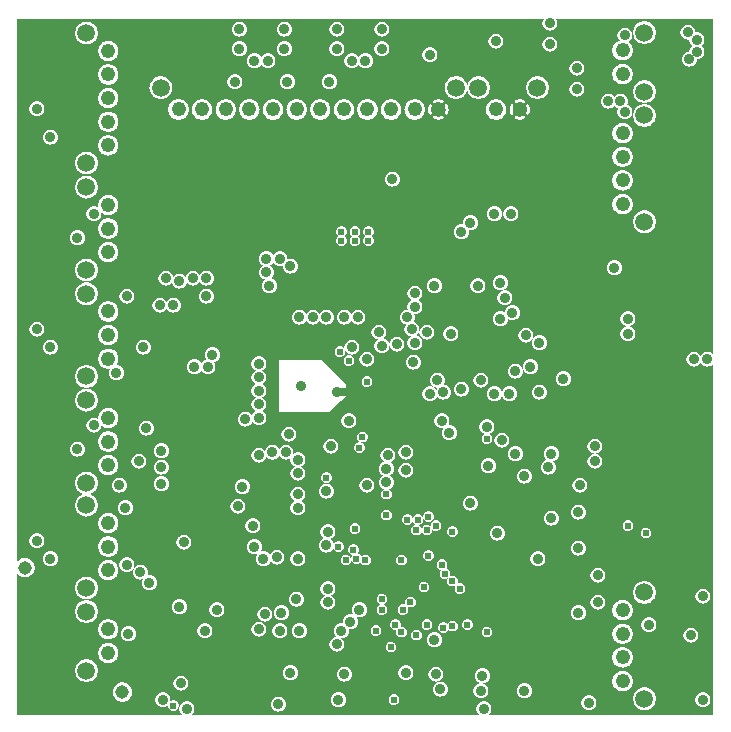
<source format=gbr>
G04 start of page 3 for group 1 idx 1 *
G04 Title: receiver, signal2 *
G04 Creator: pcb 20140316 *
G04 CreationDate: Tue 02 Jan 2018 12:34:38 AM GMT UTC *
G04 For: brian *
G04 Format: Gerber/RS-274X *
G04 PCB-Dimensions (mil): 6000.00 5000.00 *
G04 PCB-Coordinate-Origin: lower left *
%MOIN*%
%FSLAX25Y25*%
%LNGROUP1*%
%ADD58C,0.0453*%
%ADD57C,0.0335*%
%ADD56C,0.0437*%
%ADD55C,0.0279*%
%ADD54C,0.0118*%
%ADD53C,0.0200*%
%ADD52C,0.0450*%
%ADD51C,0.0240*%
%ADD50C,0.0360*%
%ADD49C,0.0610*%
%ADD48C,0.0492*%
%ADD47C,0.0597*%
%ADD46C,0.0480*%
%ADD45C,0.0250*%
%ADD44C,0.0001*%
G54D44*G36*
X374496Y251497D02*X374727Y251227D01*
X374992Y251000D01*
X374727Y250773D01*
X374496Y250503D01*
Y251497D01*
G37*
G36*
X378496Y144497D02*X378526Y144471D01*
X378862Y144266D01*
X379225Y144115D01*
X379608Y144023D01*
X380000Y143992D01*
X380392Y144023D01*
X380775Y144115D01*
X381138Y144266D01*
X381474Y144471D01*
X381773Y144727D01*
X382000Y144992D01*
Y28000D01*
X378496D01*
Y30493D01*
X378500Y30492D01*
X378892Y30523D01*
X379275Y30615D01*
X379638Y30766D01*
X379974Y30971D01*
X380273Y31227D01*
X380529Y31526D01*
X380734Y31862D01*
X380885Y32225D01*
X380977Y32608D01*
X381000Y33000D01*
X380977Y33392D01*
X380885Y33775D01*
X380734Y34138D01*
X380529Y34474D01*
X380273Y34773D01*
X379974Y35029D01*
X379638Y35234D01*
X379275Y35385D01*
X378892Y35477D01*
X378500Y35508D01*
X378496Y35507D01*
Y64993D01*
X378500Y64992D01*
X378892Y65023D01*
X379275Y65115D01*
X379638Y65266D01*
X379974Y65471D01*
X380273Y65727D01*
X380529Y66026D01*
X380734Y66362D01*
X380885Y66725D01*
X380977Y67108D01*
X381000Y67500D01*
X380977Y67892D01*
X380885Y68275D01*
X380734Y68638D01*
X380529Y68974D01*
X380273Y69273D01*
X379974Y69529D01*
X379638Y69734D01*
X379275Y69885D01*
X378892Y69977D01*
X378500Y70008D01*
X378496Y70007D01*
Y144497D01*
G37*
G36*
X374496Y144210D02*X374725Y144115D01*
X375108Y144023D01*
X375500Y143992D01*
X375892Y144023D01*
X376275Y144115D01*
X376638Y144266D01*
X376974Y144471D01*
X377273Y144727D01*
X377529Y145026D01*
X377734Y145362D01*
X377750Y145399D01*
X377766Y145362D01*
X377971Y145026D01*
X378227Y144727D01*
X378496Y144497D01*
Y70007D01*
X378108Y69977D01*
X377725Y69885D01*
X377362Y69734D01*
X377026Y69529D01*
X376727Y69273D01*
X376471Y68974D01*
X376266Y68638D01*
X376115Y68275D01*
X376023Y67892D01*
X375992Y67500D01*
X376023Y67108D01*
X376115Y66725D01*
X376266Y66362D01*
X376471Y66026D01*
X376727Y65727D01*
X377026Y65471D01*
X377362Y65266D01*
X377725Y65115D01*
X378108Y65023D01*
X378496Y64993D01*
Y35507D01*
X378108Y35477D01*
X377725Y35385D01*
X377362Y35234D01*
X377026Y35029D01*
X376727Y34773D01*
X376471Y34474D01*
X376266Y34138D01*
X376115Y33775D01*
X376023Y33392D01*
X375992Y33000D01*
X376023Y32608D01*
X376115Y32225D01*
X376266Y31862D01*
X376471Y31526D01*
X376727Y31227D01*
X377026Y30971D01*
X377362Y30766D01*
X377725Y30615D01*
X378108Y30523D01*
X378496Y30493D01*
Y28000D01*
X374496D01*
Y51993D01*
X374500Y51992D01*
X374892Y52023D01*
X375275Y52115D01*
X375638Y52266D01*
X375974Y52471D01*
X376273Y52727D01*
X376529Y53026D01*
X376734Y53362D01*
X376885Y53725D01*
X376977Y54108D01*
X377000Y54500D01*
X376977Y54892D01*
X376885Y55275D01*
X376734Y55638D01*
X376529Y55974D01*
X376273Y56273D01*
X375974Y56529D01*
X375638Y56734D01*
X375275Y56885D01*
X374892Y56977D01*
X374500Y57008D01*
X374496Y57007D01*
Y144210D01*
G37*
G36*
Y260000D02*X382000D01*
Y148008D01*
X381773Y148273D01*
X381474Y148529D01*
X381138Y148734D01*
X380775Y148885D01*
X380392Y148977D01*
X380000Y149008D01*
X379608Y148977D01*
X379225Y148885D01*
X378862Y148734D01*
X378526Y148529D01*
X378227Y148273D01*
X377971Y147974D01*
X377766Y147638D01*
X377750Y147601D01*
X377734Y147638D01*
X377529Y147974D01*
X377273Y148273D01*
X376974Y148529D01*
X376638Y148734D01*
X376275Y148885D01*
X375892Y148977D01*
X375500Y149008D01*
X375108Y148977D01*
X374725Y148885D01*
X374496Y148790D01*
Y244048D01*
X374775Y244115D01*
X375138Y244266D01*
X375474Y244471D01*
X375773Y244727D01*
X376029Y245026D01*
X376234Y245362D01*
X376385Y245725D01*
X376477Y246108D01*
X376500Y246492D01*
X376500Y246492D01*
X376892Y246523D01*
X377275Y246615D01*
X377638Y246766D01*
X377974Y246971D01*
X378273Y247227D01*
X378529Y247526D01*
X378734Y247862D01*
X378885Y248225D01*
X378977Y248608D01*
X379000Y249000D01*
X378977Y249392D01*
X378885Y249775D01*
X378734Y250138D01*
X378529Y250474D01*
X378273Y250773D01*
X378008Y251000D01*
X378273Y251227D01*
X378529Y251526D01*
X378734Y251862D01*
X378885Y252225D01*
X378977Y252608D01*
X379000Y253000D01*
X378977Y253392D01*
X378885Y253775D01*
X378734Y254138D01*
X378529Y254474D01*
X378273Y254773D01*
X377974Y255029D01*
X377638Y255234D01*
X377275Y255385D01*
X376892Y255477D01*
X376500Y255508D01*
X376108Y255477D01*
X375997Y255450D01*
X376000Y255500D01*
X375977Y255892D01*
X375885Y256275D01*
X375734Y256638D01*
X375529Y256974D01*
X375273Y257273D01*
X374974Y257529D01*
X374638Y257734D01*
X374496Y257793D01*
Y260000D01*
G37*
G36*
X358978D02*X374496D01*
Y257793D01*
X374275Y257885D01*
X373892Y257977D01*
X373500Y258008D01*
X373108Y257977D01*
X372725Y257885D01*
X372362Y257734D01*
X372026Y257529D01*
X371727Y257273D01*
X371471Y256974D01*
X371266Y256638D01*
X371115Y256275D01*
X371023Y255892D01*
X370992Y255500D01*
X371023Y255108D01*
X371115Y254725D01*
X371266Y254362D01*
X371471Y254026D01*
X371727Y253727D01*
X372026Y253471D01*
X372362Y253266D01*
X372725Y253115D01*
X373108Y253023D01*
X373500Y252992D01*
X373892Y253023D01*
X373996Y253048D01*
X373992Y253000D01*
X374023Y252608D01*
X374115Y252225D01*
X374266Y251862D01*
X374471Y251526D01*
X374496Y251497D01*
Y250503D01*
X374471Y250474D01*
X374266Y250138D01*
X374115Y249775D01*
X374023Y249392D01*
X373993Y249007D01*
X373608Y248977D01*
X373225Y248885D01*
X372862Y248734D01*
X372526Y248529D01*
X372227Y248273D01*
X371971Y247974D01*
X371766Y247638D01*
X371615Y247275D01*
X371523Y246892D01*
X371492Y246500D01*
X371523Y246108D01*
X371615Y245725D01*
X371766Y245362D01*
X371971Y245026D01*
X372227Y244727D01*
X372526Y244471D01*
X372862Y244266D01*
X373225Y244115D01*
X373608Y244023D01*
X374000Y243992D01*
X374392Y244023D01*
X374496Y244048D01*
Y148790D01*
X374362Y148734D01*
X374026Y148529D01*
X373727Y148273D01*
X373471Y147974D01*
X373266Y147638D01*
X373115Y147275D01*
X373023Y146892D01*
X372992Y146500D01*
X373023Y146108D01*
X373115Y145725D01*
X373266Y145362D01*
X373471Y145026D01*
X373727Y144727D01*
X374026Y144471D01*
X374362Y144266D01*
X374496Y144210D01*
Y57007D01*
X374108Y56977D01*
X373725Y56885D01*
X373362Y56734D01*
X373026Y56529D01*
X372727Y56273D01*
X372471Y55974D01*
X372266Y55638D01*
X372115Y55275D01*
X372023Y54892D01*
X371992Y54500D01*
X372023Y54108D01*
X372115Y53725D01*
X372266Y53362D01*
X372471Y53026D01*
X372727Y52727D01*
X373026Y52471D01*
X373362Y52266D01*
X373725Y52115D01*
X374108Y52023D01*
X374496Y51993D01*
Y28000D01*
X358978D01*
Y29487D01*
X358984Y29487D01*
X359578Y29534D01*
X360157Y29673D01*
X360708Y29901D01*
X361216Y30212D01*
X361669Y30599D01*
X362056Y31052D01*
X362367Y31560D01*
X362595Y32110D01*
X362734Y32690D01*
X362769Y33283D01*
X362734Y33877D01*
X362595Y34457D01*
X362367Y35007D01*
X362056Y35515D01*
X361669Y35968D01*
X361216Y36355D01*
X360708Y36666D01*
X360157Y36894D01*
X359578Y37033D01*
X358984Y37080D01*
X358978Y37080D01*
Y56012D01*
X359026Y55971D01*
X359362Y55766D01*
X359725Y55615D01*
X360108Y55523D01*
X360500Y55492D01*
X360892Y55523D01*
X361275Y55615D01*
X361638Y55766D01*
X361974Y55971D01*
X362273Y56227D01*
X362529Y56526D01*
X362734Y56862D01*
X362885Y57225D01*
X362977Y57608D01*
X363000Y58000D01*
X362977Y58392D01*
X362885Y58775D01*
X362734Y59138D01*
X362529Y59474D01*
X362273Y59773D01*
X361974Y60029D01*
X361638Y60234D01*
X361275Y60385D01*
X360892Y60477D01*
X360500Y60508D01*
X360108Y60477D01*
X359725Y60385D01*
X359362Y60234D01*
X359026Y60029D01*
X358978Y59988D01*
Y64920D01*
X358984Y64920D01*
X359578Y64967D01*
X360157Y65106D01*
X360708Y65334D01*
X361216Y65645D01*
X361669Y66032D01*
X362056Y66485D01*
X362367Y66993D01*
X362595Y67543D01*
X362734Y68123D01*
X362769Y68717D01*
X362734Y69310D01*
X362595Y69890D01*
X362367Y70440D01*
X362056Y70948D01*
X361669Y71401D01*
X361216Y71788D01*
X360708Y72099D01*
X360157Y72327D01*
X359578Y72466D01*
X358984Y72513D01*
X358978Y72513D01*
Y86773D01*
X359217Y86716D01*
X359500Y86693D01*
X359783Y86716D01*
X360058Y86782D01*
X360320Y86890D01*
X360562Y87038D01*
X360777Y87223D01*
X360962Y87438D01*
X361110Y87680D01*
X361218Y87942D01*
X361284Y88217D01*
X361301Y88500D01*
X361284Y88783D01*
X361218Y89058D01*
X361110Y89320D01*
X360962Y89562D01*
X360777Y89777D01*
X360562Y89962D01*
X360320Y90110D01*
X360058Y90218D01*
X359783Y90284D01*
X359500Y90307D01*
X359217Y90284D01*
X358978Y90227D01*
Y188487D01*
X358984Y188487D01*
X359578Y188534D01*
X360157Y188673D01*
X360708Y188901D01*
X361216Y189212D01*
X361669Y189599D01*
X362056Y190052D01*
X362367Y190560D01*
X362595Y191110D01*
X362734Y191690D01*
X362769Y192283D01*
X362734Y192877D01*
X362595Y193457D01*
X362367Y194007D01*
X362056Y194515D01*
X361669Y194968D01*
X361216Y195355D01*
X360708Y195666D01*
X360157Y195894D01*
X359578Y196033D01*
X358984Y196080D01*
X358978Y196080D01*
Y223920D01*
X358984Y223920D01*
X359578Y223967D01*
X360157Y224106D01*
X360708Y224334D01*
X361216Y224645D01*
X361669Y225032D01*
X362056Y225485D01*
X362367Y225993D01*
X362595Y226543D01*
X362734Y227123D01*
X362769Y227717D01*
X362734Y228310D01*
X362595Y228890D01*
X362367Y229440D01*
X362056Y229948D01*
X361669Y230401D01*
X361216Y230788D01*
X360708Y231099D01*
X360157Y231327D01*
X359578Y231466D01*
X358984Y231513D01*
X358978Y231513D01*
Y231861D01*
X358984Y231860D01*
X359578Y231907D01*
X360157Y232046D01*
X360708Y232274D01*
X361216Y232585D01*
X361669Y232972D01*
X362056Y233425D01*
X362367Y233933D01*
X362595Y234484D01*
X362734Y235063D01*
X362769Y235657D01*
X362734Y236251D01*
X362595Y236830D01*
X362367Y237381D01*
X362056Y237889D01*
X361669Y238342D01*
X361216Y238729D01*
X360708Y239040D01*
X360157Y239268D01*
X359578Y239407D01*
X358984Y239454D01*
X358978Y239453D01*
Y251547D01*
X358984Y251546D01*
X359578Y251593D01*
X360157Y251732D01*
X360708Y251960D01*
X361216Y252271D01*
X361669Y252658D01*
X362056Y253111D01*
X362367Y253619D01*
X362595Y254170D01*
X362734Y254749D01*
X362769Y255343D01*
X362734Y255937D01*
X362595Y256516D01*
X362367Y257067D01*
X362056Y257575D01*
X361669Y258028D01*
X361216Y258415D01*
X360708Y258726D01*
X360157Y258954D01*
X359578Y259093D01*
X358984Y259140D01*
X358978Y259139D01*
Y260000D01*
G37*
G36*
X353497D02*X358978D01*
Y259139D01*
X358390Y259093D01*
X357811Y258954D01*
X357260Y258726D01*
X356752Y258415D01*
X356299Y258028D01*
X355912Y257575D01*
X355601Y257067D01*
X355373Y256516D01*
X355234Y255937D01*
X355187Y255343D01*
X355234Y254749D01*
X355373Y254170D01*
X355601Y253619D01*
X355912Y253111D01*
X356299Y252658D01*
X356752Y252271D01*
X357260Y251960D01*
X357811Y251732D01*
X358390Y251593D01*
X358978Y251547D01*
Y239453D01*
X358390Y239407D01*
X357811Y239268D01*
X357260Y239040D01*
X356752Y238729D01*
X356299Y238342D01*
X355912Y237889D01*
X355601Y237381D01*
X355373Y236830D01*
X355234Y236251D01*
X355187Y235657D01*
X355234Y235063D01*
X355373Y234484D01*
X355601Y233933D01*
X355912Y233425D01*
X356299Y232972D01*
X356752Y232585D01*
X357260Y232274D01*
X357811Y232046D01*
X358390Y231907D01*
X358978Y231861D01*
Y231513D01*
X358390Y231466D01*
X357811Y231327D01*
X357260Y231099D01*
X356752Y230788D01*
X356299Y230401D01*
X355912Y229948D01*
X355601Y229440D01*
X355373Y228890D01*
X355234Y228310D01*
X355187Y227717D01*
X355234Y227123D01*
X355373Y226543D01*
X355601Y225993D01*
X355912Y225485D01*
X356299Y225032D01*
X356752Y224645D01*
X357260Y224334D01*
X357811Y224106D01*
X358390Y223967D01*
X358978Y223920D01*
Y196080D01*
X358390Y196033D01*
X357811Y195894D01*
X357260Y195666D01*
X356752Y195355D01*
X356299Y194968D01*
X355912Y194515D01*
X355601Y194007D01*
X355373Y193457D01*
X355234Y192877D01*
X355187Y192283D01*
X355234Y191690D01*
X355373Y191110D01*
X355601Y190560D01*
X355912Y190052D01*
X356299Y189599D01*
X356752Y189212D01*
X357260Y188901D01*
X357811Y188673D01*
X358390Y188534D01*
X358978Y188487D01*
Y90227D01*
X358942Y90218D01*
X358680Y90110D01*
X358438Y89962D01*
X358223Y89777D01*
X358038Y89562D01*
X357890Y89320D01*
X357782Y89058D01*
X357716Y88783D01*
X357693Y88500D01*
X357716Y88217D01*
X357782Y87942D01*
X357890Y87680D01*
X358038Y87438D01*
X358223Y87223D01*
X358438Y87038D01*
X358680Y86890D01*
X358942Y86782D01*
X358978Y86773D01*
Y72513D01*
X358390Y72466D01*
X357811Y72327D01*
X357260Y72099D01*
X356752Y71788D01*
X356299Y71401D01*
X355912Y70948D01*
X355601Y70440D01*
X355373Y69890D01*
X355234Y69310D01*
X355187Y68717D01*
X355234Y68123D01*
X355373Y67543D01*
X355601Y66993D01*
X355912Y66485D01*
X356299Y66032D01*
X356752Y65645D01*
X357260Y65334D01*
X357811Y65106D01*
X358390Y64967D01*
X358978Y64920D01*
Y59988D01*
X358727Y59773D01*
X358471Y59474D01*
X358266Y59138D01*
X358115Y58775D01*
X358023Y58392D01*
X357992Y58000D01*
X358023Y57608D01*
X358115Y57225D01*
X358266Y56862D01*
X358471Y56526D01*
X358727Y56227D01*
X358978Y56012D01*
Y37080D01*
X358390Y37033D01*
X357811Y36894D01*
X357260Y36666D01*
X356752Y36355D01*
X356299Y35968D01*
X355912Y35515D01*
X355601Y35007D01*
X355373Y34457D01*
X355234Y33877D01*
X355187Y33283D01*
X355234Y32690D01*
X355373Y32110D01*
X355601Y31560D01*
X355912Y31052D01*
X356299Y30599D01*
X356752Y30212D01*
X357260Y29901D01*
X357811Y29673D01*
X358390Y29534D01*
X358978Y29487D01*
Y28000D01*
X353497D01*
Y36295D01*
X353720Y36432D01*
X354127Y36779D01*
X354474Y37186D01*
X354754Y37642D01*
X354958Y38136D01*
X355083Y38656D01*
X355114Y39189D01*
X355083Y39722D01*
X354958Y40242D01*
X354754Y40736D01*
X354474Y41192D01*
X354127Y41599D01*
X353720Y41946D01*
X353497Y42083D01*
Y44169D01*
X353720Y44306D01*
X354127Y44653D01*
X354474Y45060D01*
X354754Y45516D01*
X354958Y46010D01*
X355083Y46530D01*
X355114Y47063D01*
X355083Y47596D01*
X354958Y48116D01*
X354754Y48610D01*
X354474Y49066D01*
X354127Y49473D01*
X353720Y49820D01*
X353497Y49957D01*
Y52043D01*
X353720Y52180D01*
X354127Y52527D01*
X354474Y52934D01*
X354754Y53390D01*
X354958Y53884D01*
X355083Y54404D01*
X355114Y54937D01*
X355083Y55470D01*
X354958Y55990D01*
X354754Y56484D01*
X354474Y56940D01*
X354127Y57347D01*
X353720Y57694D01*
X353497Y57831D01*
Y59917D01*
X353720Y60054D01*
X354127Y60401D01*
X354474Y60808D01*
X354754Y61264D01*
X354958Y61758D01*
X355083Y62278D01*
X355114Y62811D01*
X355083Y63344D01*
X354958Y63864D01*
X354754Y64358D01*
X354474Y64814D01*
X354127Y65221D01*
X353720Y65568D01*
X353497Y65705D01*
Y89194D01*
X353500Y89193D01*
X353783Y89216D01*
X354058Y89282D01*
X354320Y89390D01*
X354562Y89538D01*
X354777Y89723D01*
X354962Y89938D01*
X355110Y90180D01*
X355218Y90442D01*
X355284Y90717D01*
X355301Y91000D01*
X355284Y91283D01*
X355218Y91558D01*
X355110Y91820D01*
X354962Y92062D01*
X354777Y92277D01*
X354562Y92462D01*
X354320Y92610D01*
X354058Y92718D01*
X353783Y92784D01*
X353500Y92807D01*
X353497Y92806D01*
Y152493D01*
X353500Y152492D01*
X353892Y152523D01*
X354275Y152615D01*
X354638Y152766D01*
X354974Y152971D01*
X355273Y153227D01*
X355529Y153526D01*
X355734Y153862D01*
X355885Y154225D01*
X355977Y154608D01*
X356000Y155000D01*
X355977Y155392D01*
X355885Y155775D01*
X355734Y156138D01*
X355529Y156474D01*
X355273Y156773D01*
X354974Y157029D01*
X354638Y157234D01*
X354275Y157385D01*
X353892Y157477D01*
X353598Y157500D01*
X353892Y157523D01*
X354275Y157615D01*
X354638Y157766D01*
X354974Y157971D01*
X355273Y158227D01*
X355529Y158526D01*
X355734Y158862D01*
X355885Y159225D01*
X355977Y159608D01*
X356000Y160000D01*
X355977Y160392D01*
X355885Y160775D01*
X355734Y161138D01*
X355529Y161474D01*
X355273Y161773D01*
X354974Y162029D01*
X354638Y162234D01*
X354275Y162385D01*
X353892Y162477D01*
X353500Y162508D01*
X353497Y162507D01*
Y195295D01*
X353720Y195432D01*
X354127Y195779D01*
X354474Y196186D01*
X354754Y196642D01*
X354958Y197136D01*
X355083Y197656D01*
X355114Y198189D01*
X355083Y198722D01*
X354958Y199242D01*
X354754Y199736D01*
X354474Y200192D01*
X354127Y200599D01*
X353720Y200946D01*
X353497Y201083D01*
Y203169D01*
X353720Y203306D01*
X354127Y203653D01*
X354474Y204060D01*
X354754Y204516D01*
X354958Y205010D01*
X355083Y205530D01*
X355114Y206063D01*
X355083Y206596D01*
X354958Y207116D01*
X354754Y207610D01*
X354474Y208066D01*
X354127Y208473D01*
X353720Y208820D01*
X353497Y208957D01*
Y211043D01*
X353720Y211180D01*
X354127Y211527D01*
X354474Y211934D01*
X354754Y212390D01*
X354958Y212884D01*
X355083Y213404D01*
X355114Y213937D01*
X355083Y214470D01*
X354958Y214990D01*
X354754Y215484D01*
X354474Y215940D01*
X354127Y216347D01*
X353720Y216694D01*
X353497Y216831D01*
Y218917D01*
X353720Y219054D01*
X354127Y219401D01*
X354474Y219808D01*
X354754Y220264D01*
X354958Y220758D01*
X355083Y221278D01*
X355114Y221811D01*
X355083Y222344D01*
X354958Y222864D01*
X354754Y223358D01*
X354474Y223814D01*
X354127Y224221D01*
X353720Y224568D01*
X353497Y224705D01*
Y226707D01*
X353638Y226766D01*
X353974Y226971D01*
X354273Y227227D01*
X354529Y227526D01*
X354734Y227862D01*
X354885Y228225D01*
X354977Y228608D01*
X355000Y229000D01*
X354977Y229392D01*
X354885Y229775D01*
X354734Y230138D01*
X354529Y230474D01*
X354273Y230773D01*
X353974Y231029D01*
X353638Y231234D01*
X353497Y231293D01*
Y232453D01*
X353500Y232500D01*
X353497Y232547D01*
Y238669D01*
X353720Y238806D01*
X354127Y239153D01*
X354474Y239560D01*
X354754Y240016D01*
X354958Y240510D01*
X355083Y241030D01*
X355114Y241563D01*
X355083Y242096D01*
X354958Y242616D01*
X354754Y243110D01*
X354474Y243566D01*
X354127Y243973D01*
X353720Y244320D01*
X353497Y244457D01*
Y246543D01*
X353720Y246680D01*
X354127Y247027D01*
X354474Y247434D01*
X354754Y247890D01*
X354958Y248384D01*
X355083Y248904D01*
X355114Y249437D01*
X355083Y249970D01*
X354958Y250490D01*
X354754Y250984D01*
X354474Y251440D01*
X354127Y251847D01*
X353720Y252194D01*
X353618Y252257D01*
X353638Y252266D01*
X353974Y252471D01*
X354273Y252727D01*
X354529Y253026D01*
X354734Y253362D01*
X354885Y253725D01*
X354977Y254108D01*
X355000Y254500D01*
X354977Y254892D01*
X354885Y255275D01*
X354734Y255638D01*
X354529Y255974D01*
X354273Y256273D01*
X353974Y256529D01*
X353638Y256734D01*
X353497Y256793D01*
Y260000D01*
G37*
G36*
Y231293D02*X353275Y231385D01*
X353247Y231392D01*
X353385Y231725D01*
X353477Y232108D01*
X353497Y232453D01*
Y231293D01*
G37*
G36*
X348996Y37143D02*X349307Y36779D01*
X349714Y36432D01*
X350170Y36152D01*
X350664Y35948D01*
X351184Y35823D01*
X351717Y35781D01*
X352250Y35823D01*
X352770Y35948D01*
X353264Y36152D01*
X353497Y36295D01*
Y28000D01*
X348996D01*
Y37143D01*
G37*
G36*
Y45017D02*X349307Y44653D01*
X349714Y44306D01*
X350170Y44026D01*
X350664Y43822D01*
X351184Y43697D01*
X351717Y43655D01*
X352250Y43697D01*
X352770Y43822D01*
X353264Y44026D01*
X353497Y44169D01*
Y42083D01*
X353264Y42226D01*
X352770Y42430D01*
X352250Y42555D01*
X351717Y42597D01*
X351184Y42555D01*
X350664Y42430D01*
X350170Y42226D01*
X349714Y41946D01*
X349307Y41599D01*
X348996Y41235D01*
Y45017D01*
G37*
G36*
Y52891D02*X349307Y52527D01*
X349714Y52180D01*
X350170Y51900D01*
X350664Y51696D01*
X351184Y51571D01*
X351717Y51529D01*
X352250Y51571D01*
X352770Y51696D01*
X353264Y51900D01*
X353497Y52043D01*
Y49957D01*
X353264Y50100D01*
X352770Y50304D01*
X352250Y50429D01*
X351717Y50471D01*
X351184Y50429D01*
X350664Y50304D01*
X350170Y50100D01*
X349714Y49820D01*
X349307Y49473D01*
X348996Y49109D01*
Y52891D01*
G37*
G36*
Y60765D02*X349307Y60401D01*
X349714Y60054D01*
X350170Y59774D01*
X350664Y59570D01*
X351184Y59445D01*
X351717Y59403D01*
X352250Y59445D01*
X352770Y59570D01*
X353264Y59774D01*
X353497Y59917D01*
Y57831D01*
X353264Y57974D01*
X352770Y58178D01*
X352250Y58303D01*
X351717Y58345D01*
X351184Y58303D01*
X350664Y58178D01*
X350170Y57974D01*
X349714Y57694D01*
X349307Y57347D01*
X348996Y56983D01*
Y60765D01*
G37*
G36*
Y196143D02*X349307Y195779D01*
X349714Y195432D01*
X350170Y195152D01*
X350664Y194948D01*
X351184Y194823D01*
X351717Y194781D01*
X352250Y194823D01*
X352770Y194948D01*
X353264Y195152D01*
X353497Y195295D01*
Y162507D01*
X353108Y162477D01*
X352725Y162385D01*
X352362Y162234D01*
X352026Y162029D01*
X351727Y161773D01*
X351471Y161474D01*
X351266Y161138D01*
X351115Y160775D01*
X351023Y160392D01*
X350992Y160000D01*
X351023Y159608D01*
X351115Y159225D01*
X351266Y158862D01*
X351471Y158526D01*
X351727Y158227D01*
X352026Y157971D01*
X352362Y157766D01*
X352725Y157615D01*
X353108Y157523D01*
X353402Y157500D01*
X353108Y157477D01*
X352725Y157385D01*
X352362Y157234D01*
X352026Y157029D01*
X351727Y156773D01*
X351471Y156474D01*
X351266Y156138D01*
X351115Y155775D01*
X351023Y155392D01*
X350992Y155000D01*
X351023Y154608D01*
X351115Y154225D01*
X351266Y153862D01*
X351471Y153526D01*
X351727Y153227D01*
X352026Y152971D01*
X352362Y152766D01*
X352725Y152615D01*
X353108Y152523D01*
X353497Y152493D01*
Y92806D01*
X353217Y92784D01*
X352942Y92718D01*
X352680Y92610D01*
X352438Y92462D01*
X352223Y92277D01*
X352038Y92062D01*
X351890Y91820D01*
X351782Y91558D01*
X351716Y91283D01*
X351693Y91000D01*
X351716Y90717D01*
X351782Y90442D01*
X351890Y90180D01*
X352038Y89938D01*
X352223Y89723D01*
X352438Y89538D01*
X352680Y89390D01*
X352942Y89282D01*
X353217Y89216D01*
X353497Y89194D01*
Y65705D01*
X353264Y65848D01*
X352770Y66052D01*
X352250Y66177D01*
X351717Y66219D01*
X351184Y66177D01*
X350664Y66052D01*
X350170Y65848D01*
X349714Y65568D01*
X349307Y65221D01*
X348996Y64857D01*
Y174493D01*
X349000Y174492D01*
X349392Y174523D01*
X349775Y174615D01*
X350138Y174766D01*
X350474Y174971D01*
X350773Y175227D01*
X351029Y175526D01*
X351234Y175862D01*
X351385Y176225D01*
X351477Y176608D01*
X351500Y177000D01*
X351477Y177392D01*
X351385Y177775D01*
X351234Y178138D01*
X351029Y178474D01*
X350773Y178773D01*
X350474Y179029D01*
X350138Y179234D01*
X349775Y179385D01*
X349392Y179477D01*
X349000Y179508D01*
X348996Y179507D01*
Y196143D01*
G37*
G36*
Y204017D02*X349307Y203653D01*
X349714Y203306D01*
X350170Y203026D01*
X350664Y202822D01*
X351184Y202697D01*
X351717Y202655D01*
X352250Y202697D01*
X352770Y202822D01*
X353264Y203026D01*
X353497Y203169D01*
Y201083D01*
X353264Y201226D01*
X352770Y201430D01*
X352250Y201555D01*
X351717Y201597D01*
X351184Y201555D01*
X350664Y201430D01*
X350170Y201226D01*
X349714Y200946D01*
X349307Y200599D01*
X348996Y200235D01*
Y204017D01*
G37*
G36*
Y211891D02*X349307Y211527D01*
X349714Y211180D01*
X350170Y210900D01*
X350664Y210696D01*
X351184Y210571D01*
X351717Y210529D01*
X352250Y210571D01*
X352770Y210696D01*
X353264Y210900D01*
X353497Y211043D01*
Y208957D01*
X353264Y209100D01*
X352770Y209304D01*
X352250Y209429D01*
X351717Y209471D01*
X351184Y209429D01*
X350664Y209304D01*
X350170Y209100D01*
X349714Y208820D01*
X349307Y208473D01*
X348996Y208109D01*
Y211891D01*
G37*
G36*
Y219765D02*X349307Y219401D01*
X349714Y219054D01*
X350170Y218774D01*
X350664Y218570D01*
X351184Y218445D01*
X351717Y218403D01*
X352250Y218445D01*
X352770Y218570D01*
X353264Y218774D01*
X353497Y218917D01*
Y216831D01*
X353264Y216974D01*
X352770Y217178D01*
X352250Y217303D01*
X351717Y217345D01*
X351184Y217303D01*
X350664Y217178D01*
X350170Y216974D01*
X349714Y216694D01*
X349307Y216347D01*
X348996Y215983D01*
Y219765D01*
G37*
G36*
Y230988D02*X349000Y230992D01*
X349227Y230727D01*
X349526Y230471D01*
X349862Y230266D01*
X350225Y230115D01*
X350253Y230108D01*
X350115Y229775D01*
X350023Y229392D01*
X349992Y229000D01*
X350023Y228608D01*
X350115Y228225D01*
X350266Y227862D01*
X350471Y227526D01*
X350727Y227227D01*
X351026Y226971D01*
X351362Y226766D01*
X351725Y226615D01*
X352108Y226523D01*
X352500Y226492D01*
X352892Y226523D01*
X353275Y226615D01*
X353497Y226707D01*
Y224705D01*
X353264Y224848D01*
X352770Y225052D01*
X352250Y225177D01*
X351717Y225219D01*
X351184Y225177D01*
X350664Y225052D01*
X350170Y224848D01*
X349714Y224568D01*
X349307Y224221D01*
X348996Y223857D01*
Y230988D01*
G37*
G36*
Y239517D02*X349307Y239153D01*
X349714Y238806D01*
X350170Y238526D01*
X350664Y238322D01*
X351184Y238197D01*
X351717Y238155D01*
X352250Y238197D01*
X352770Y238322D01*
X353264Y238526D01*
X353497Y238669D01*
Y232547D01*
X353477Y232892D01*
X353385Y233275D01*
X353234Y233638D01*
X353029Y233974D01*
X352773Y234273D01*
X352474Y234529D01*
X352138Y234734D01*
X351775Y234885D01*
X351392Y234977D01*
X351000Y235008D01*
X350608Y234977D01*
X350225Y234885D01*
X349862Y234734D01*
X349526Y234529D01*
X349227Y234273D01*
X349000Y234008D01*
X348996Y234012D01*
Y239517D01*
G37*
G36*
Y247391D02*X349307Y247027D01*
X349714Y246680D01*
X350170Y246400D01*
X350664Y246196D01*
X351184Y246071D01*
X351717Y246029D01*
X352250Y246071D01*
X352770Y246196D01*
X353264Y246400D01*
X353497Y246543D01*
Y244457D01*
X353264Y244600D01*
X352770Y244804D01*
X352250Y244929D01*
X351717Y244971D01*
X351184Y244929D01*
X350664Y244804D01*
X350170Y244600D01*
X349714Y244320D01*
X349307Y243973D01*
X348996Y243609D01*
Y247391D01*
G37*
G36*
Y260000D02*X353497D01*
Y256793D01*
X353275Y256885D01*
X352892Y256977D01*
X352500Y257008D01*
X352108Y256977D01*
X351725Y256885D01*
X351362Y256734D01*
X351026Y256529D01*
X350727Y256273D01*
X350471Y255974D01*
X350266Y255638D01*
X350115Y255275D01*
X350023Y254892D01*
X349992Y254500D01*
X350023Y254108D01*
X350115Y253725D01*
X350266Y253362D01*
X350471Y253026D01*
X350727Y252727D01*
X350757Y252701D01*
X350664Y252678D01*
X350170Y252474D01*
X349714Y252194D01*
X349307Y251847D01*
X348996Y251483D01*
Y260000D01*
G37*
G36*
X343496D02*X348996D01*
Y251483D01*
X348960Y251440D01*
X348680Y250984D01*
X348476Y250490D01*
X348351Y249970D01*
X348309Y249437D01*
X348351Y248904D01*
X348476Y248384D01*
X348680Y247890D01*
X348960Y247434D01*
X348996Y247391D01*
Y243609D01*
X348960Y243566D01*
X348680Y243110D01*
X348476Y242616D01*
X348351Y242096D01*
X348309Y241563D01*
X348351Y241030D01*
X348476Y240510D01*
X348680Y240016D01*
X348960Y239560D01*
X348996Y239517D01*
Y234012D01*
X348773Y234273D01*
X348474Y234529D01*
X348138Y234734D01*
X347775Y234885D01*
X347392Y234977D01*
X347000Y235008D01*
X346608Y234977D01*
X346225Y234885D01*
X345862Y234734D01*
X345526Y234529D01*
X345227Y234273D01*
X344971Y233974D01*
X344766Y233638D01*
X344615Y233275D01*
X344523Y232892D01*
X344492Y232500D01*
X344523Y232108D01*
X344615Y231725D01*
X344766Y231362D01*
X344971Y231026D01*
X345227Y230727D01*
X345526Y230471D01*
X345862Y230266D01*
X346225Y230115D01*
X346608Y230023D01*
X347000Y229992D01*
X347392Y230023D01*
X347775Y230115D01*
X348138Y230266D01*
X348474Y230471D01*
X348773Y230727D01*
X348996Y230988D01*
Y223857D01*
X348960Y223814D01*
X348680Y223358D01*
X348476Y222864D01*
X348351Y222344D01*
X348309Y221811D01*
X348351Y221278D01*
X348476Y220758D01*
X348680Y220264D01*
X348960Y219808D01*
X348996Y219765D01*
Y215983D01*
X348960Y215940D01*
X348680Y215484D01*
X348476Y214990D01*
X348351Y214470D01*
X348309Y213937D01*
X348351Y213404D01*
X348476Y212884D01*
X348680Y212390D01*
X348960Y211934D01*
X348996Y211891D01*
Y208109D01*
X348960Y208066D01*
X348680Y207610D01*
X348476Y207116D01*
X348351Y206596D01*
X348309Y206063D01*
X348351Y205530D01*
X348476Y205010D01*
X348680Y204516D01*
X348960Y204060D01*
X348996Y204017D01*
Y200235D01*
X348960Y200192D01*
X348680Y199736D01*
X348476Y199242D01*
X348351Y198722D01*
X348309Y198189D01*
X348351Y197656D01*
X348476Y197136D01*
X348680Y196642D01*
X348960Y196186D01*
X348996Y196143D01*
Y179507D01*
X348608Y179477D01*
X348225Y179385D01*
X347862Y179234D01*
X347526Y179029D01*
X347227Y178773D01*
X346971Y178474D01*
X346766Y178138D01*
X346615Y177775D01*
X346523Y177392D01*
X346492Y177000D01*
X346523Y176608D01*
X346615Y176225D01*
X346766Y175862D01*
X346971Y175526D01*
X347227Y175227D01*
X347526Y174971D01*
X347862Y174766D01*
X348225Y174615D01*
X348608Y174523D01*
X348996Y174493D01*
Y64857D01*
X348960Y64814D01*
X348680Y64358D01*
X348476Y63864D01*
X348351Y63344D01*
X348309Y62811D01*
X348351Y62278D01*
X348476Y61758D01*
X348680Y61264D01*
X348960Y60808D01*
X348996Y60765D01*
Y56983D01*
X348960Y56940D01*
X348680Y56484D01*
X348476Y55990D01*
X348351Y55470D01*
X348309Y54937D01*
X348351Y54404D01*
X348476Y53884D01*
X348680Y53390D01*
X348960Y52934D01*
X348996Y52891D01*
Y49109D01*
X348960Y49066D01*
X348680Y48610D01*
X348476Y48116D01*
X348351Y47596D01*
X348309Y47063D01*
X348351Y46530D01*
X348476Y46010D01*
X348680Y45516D01*
X348960Y45060D01*
X348996Y45017D01*
Y41235D01*
X348960Y41192D01*
X348680Y40736D01*
X348476Y40242D01*
X348351Y39722D01*
X348309Y39189D01*
X348351Y38656D01*
X348476Y38136D01*
X348680Y37642D01*
X348960Y37186D01*
X348996Y37143D01*
Y28000D01*
X343496D01*
Y62993D01*
X343500Y62992D01*
X343892Y63023D01*
X344275Y63115D01*
X344638Y63266D01*
X344974Y63471D01*
X345273Y63727D01*
X345529Y64026D01*
X345734Y64362D01*
X345885Y64725D01*
X345977Y65108D01*
X346000Y65500D01*
X345977Y65892D01*
X345885Y66275D01*
X345734Y66638D01*
X345529Y66974D01*
X345273Y67273D01*
X344974Y67529D01*
X344638Y67734D01*
X344275Y67885D01*
X343892Y67977D01*
X343500Y68008D01*
X343496Y68007D01*
Y71993D01*
X343500Y71992D01*
X343892Y72023D01*
X344275Y72115D01*
X344638Y72266D01*
X344974Y72471D01*
X345273Y72727D01*
X345529Y73026D01*
X345734Y73362D01*
X345885Y73725D01*
X345977Y74108D01*
X346000Y74500D01*
X345977Y74892D01*
X345885Y75275D01*
X345734Y75638D01*
X345529Y75974D01*
X345273Y76273D01*
X344974Y76529D01*
X344638Y76734D01*
X344275Y76885D01*
X343892Y76977D01*
X343500Y77008D01*
X343496Y77007D01*
Y110207D01*
X343638Y110266D01*
X343974Y110471D01*
X344273Y110727D01*
X344529Y111026D01*
X344734Y111362D01*
X344885Y111725D01*
X344977Y112108D01*
X345000Y112500D01*
X344977Y112892D01*
X344885Y113275D01*
X344734Y113638D01*
X344529Y113974D01*
X344273Y114273D01*
X343974Y114529D01*
X343638Y114734D01*
X343496Y114793D01*
Y115207D01*
X343638Y115266D01*
X343974Y115471D01*
X344273Y115727D01*
X344529Y116026D01*
X344734Y116362D01*
X344885Y116725D01*
X344977Y117108D01*
X345000Y117500D01*
X344977Y117892D01*
X344885Y118275D01*
X344734Y118638D01*
X344529Y118974D01*
X344273Y119273D01*
X343974Y119529D01*
X343638Y119734D01*
X343496Y119793D01*
Y260000D01*
G37*
G36*
Y114793D02*X343275Y114885D01*
X342892Y114977D01*
X342598Y115000D01*
X342892Y115023D01*
X343275Y115115D01*
X343496Y115207D01*
Y114793D01*
G37*
G36*
X340496Y110997D02*X340727Y110727D01*
X341026Y110471D01*
X341362Y110266D01*
X341725Y110115D01*
X342108Y110023D01*
X342500Y109992D01*
X342892Y110023D01*
X343275Y110115D01*
X343496Y110207D01*
Y77007D01*
X343108Y76977D01*
X342725Y76885D01*
X342362Y76734D01*
X342026Y76529D01*
X341727Y76273D01*
X341471Y75974D01*
X341266Y75638D01*
X341115Y75275D01*
X341023Y74892D01*
X340992Y74500D01*
X341023Y74108D01*
X341115Y73725D01*
X341266Y73362D01*
X341471Y73026D01*
X341727Y72727D01*
X342026Y72471D01*
X342362Y72266D01*
X342725Y72115D01*
X343108Y72023D01*
X343496Y71993D01*
Y68007D01*
X343108Y67977D01*
X342725Y67885D01*
X342362Y67734D01*
X342026Y67529D01*
X341727Y67273D01*
X341471Y66974D01*
X341266Y66638D01*
X341115Y66275D01*
X341023Y65892D01*
X340992Y65500D01*
X341023Y65108D01*
X341115Y64725D01*
X341266Y64362D01*
X341471Y64026D01*
X341727Y63727D01*
X342026Y63471D01*
X342362Y63266D01*
X342725Y63115D01*
X343108Y63023D01*
X343496Y62993D01*
Y28000D01*
X340496D01*
Y29493D01*
X340500Y29492D01*
X340892Y29523D01*
X341275Y29615D01*
X341638Y29766D01*
X341974Y29971D01*
X342273Y30227D01*
X342529Y30526D01*
X342734Y30862D01*
X342885Y31225D01*
X342977Y31608D01*
X343000Y32000D01*
X342977Y32392D01*
X342885Y32775D01*
X342734Y33138D01*
X342529Y33474D01*
X342273Y33773D01*
X341974Y34029D01*
X341638Y34234D01*
X341275Y34385D01*
X340892Y34477D01*
X340500Y34508D01*
X340496Y34507D01*
Y110997D01*
G37*
G36*
Y115997D02*X340727Y115727D01*
X341026Y115471D01*
X341362Y115266D01*
X341725Y115115D01*
X342108Y115023D01*
X342402Y115000D01*
X342108Y114977D01*
X341725Y114885D01*
X341362Y114734D01*
X341026Y114529D01*
X340727Y114273D01*
X340496Y114003D01*
Y115997D01*
G37*
G36*
Y260000D02*X343496D01*
Y119793D01*
X343275Y119885D01*
X342892Y119977D01*
X342500Y120008D01*
X342108Y119977D01*
X341725Y119885D01*
X341362Y119734D01*
X341026Y119529D01*
X340727Y119273D01*
X340496Y119003D01*
Y260000D01*
G37*
G36*
X336996D02*X340496D01*
Y119003D01*
X340471Y118974D01*
X340266Y118638D01*
X340115Y118275D01*
X340023Y117892D01*
X339992Y117500D01*
X340023Y117108D01*
X340115Y116725D01*
X340266Y116362D01*
X340471Y116026D01*
X340496Y115997D01*
Y114003D01*
X340471Y113974D01*
X340266Y113638D01*
X340115Y113275D01*
X340023Y112892D01*
X339992Y112500D01*
X340023Y112108D01*
X340115Y111725D01*
X340266Y111362D01*
X340471Y111026D01*
X340496Y110997D01*
Y34507D01*
X340108Y34477D01*
X339725Y34385D01*
X339362Y34234D01*
X339026Y34029D01*
X338727Y33773D01*
X338471Y33474D01*
X338266Y33138D01*
X338115Y32775D01*
X338023Y32392D01*
X337992Y32000D01*
X338023Y31608D01*
X338115Y31225D01*
X338266Y30862D01*
X338471Y30526D01*
X338727Y30227D01*
X339026Y29971D01*
X339362Y29766D01*
X339725Y29615D01*
X340108Y29523D01*
X340496Y29493D01*
Y28000D01*
X336996D01*
Y59493D01*
X337000Y59492D01*
X337392Y59523D01*
X337775Y59615D01*
X338138Y59766D01*
X338474Y59971D01*
X338773Y60227D01*
X339029Y60526D01*
X339234Y60862D01*
X339385Y61225D01*
X339477Y61608D01*
X339500Y62000D01*
X339477Y62392D01*
X339385Y62775D01*
X339234Y63138D01*
X339029Y63474D01*
X338773Y63773D01*
X338474Y64029D01*
X338138Y64234D01*
X337775Y64385D01*
X337392Y64477D01*
X337000Y64508D01*
X336996Y64507D01*
Y80993D01*
X337000Y80992D01*
X337392Y81023D01*
X337775Y81115D01*
X338138Y81266D01*
X338474Y81471D01*
X338773Y81727D01*
X339029Y82026D01*
X339234Y82362D01*
X339385Y82725D01*
X339477Y83108D01*
X339500Y83500D01*
X339477Y83892D01*
X339385Y84275D01*
X339234Y84638D01*
X339029Y84974D01*
X338773Y85273D01*
X338474Y85529D01*
X338138Y85734D01*
X337775Y85885D01*
X337392Y85977D01*
X337000Y86008D01*
X336996Y86007D01*
Y92993D01*
X337000Y92992D01*
X337392Y93023D01*
X337775Y93115D01*
X338138Y93266D01*
X338474Y93471D01*
X338773Y93727D01*
X339029Y94026D01*
X339234Y94362D01*
X339385Y94725D01*
X339477Y95108D01*
X339500Y95500D01*
X339477Y95892D01*
X339385Y96275D01*
X339234Y96638D01*
X339029Y96974D01*
X338773Y97273D01*
X338474Y97529D01*
X338138Y97734D01*
X337775Y97885D01*
X337392Y97977D01*
X337000Y98008D01*
X336996Y98007D01*
Y102050D01*
X337108Y102023D01*
X337500Y101992D01*
X337892Y102023D01*
X338275Y102115D01*
X338638Y102266D01*
X338974Y102471D01*
X339273Y102727D01*
X339529Y103026D01*
X339734Y103362D01*
X339885Y103725D01*
X339977Y104108D01*
X340000Y104500D01*
X339977Y104892D01*
X339885Y105275D01*
X339734Y105638D01*
X339529Y105974D01*
X339273Y106273D01*
X338974Y106529D01*
X338638Y106734D01*
X338275Y106885D01*
X337892Y106977D01*
X337500Y107008D01*
X337108Y106977D01*
X336996Y106950D01*
Y234048D01*
X337275Y234115D01*
X337638Y234266D01*
X337974Y234471D01*
X338273Y234727D01*
X338529Y235026D01*
X338734Y235362D01*
X338885Y235725D01*
X338977Y236108D01*
X339000Y236500D01*
X338977Y236892D01*
X338885Y237275D01*
X338734Y237638D01*
X338529Y237974D01*
X338273Y238273D01*
X337974Y238529D01*
X337638Y238734D01*
X337275Y238885D01*
X336996Y238952D01*
Y241048D01*
X337275Y241115D01*
X337638Y241266D01*
X337974Y241471D01*
X338273Y241727D01*
X338529Y242026D01*
X338734Y242362D01*
X338885Y242725D01*
X338977Y243108D01*
X339000Y243500D01*
X338977Y243892D01*
X338885Y244275D01*
X338734Y244638D01*
X338529Y244974D01*
X338273Y245273D01*
X337974Y245529D01*
X337638Y245734D01*
X337275Y245885D01*
X336996Y245952D01*
Y260000D01*
G37*
G36*
X331996D02*X336996D01*
Y245952D01*
X336892Y245977D01*
X336500Y246008D01*
X336108Y245977D01*
X335725Y245885D01*
X335362Y245734D01*
X335026Y245529D01*
X334727Y245273D01*
X334471Y244974D01*
X334266Y244638D01*
X334115Y244275D01*
X334023Y243892D01*
X333992Y243500D01*
X334023Y243108D01*
X334115Y242725D01*
X334266Y242362D01*
X334471Y242026D01*
X334727Y241727D01*
X335026Y241471D01*
X335362Y241266D01*
X335725Y241115D01*
X336108Y241023D01*
X336500Y240992D01*
X336892Y241023D01*
X336996Y241048D01*
Y238952D01*
X336892Y238977D01*
X336500Y239008D01*
X336108Y238977D01*
X335725Y238885D01*
X335362Y238734D01*
X335026Y238529D01*
X334727Y238273D01*
X334471Y237974D01*
X334266Y237638D01*
X334115Y237275D01*
X334023Y236892D01*
X333992Y236500D01*
X334023Y236108D01*
X334115Y235725D01*
X334266Y235362D01*
X334471Y235026D01*
X334727Y234727D01*
X335026Y234471D01*
X335362Y234266D01*
X335725Y234115D01*
X336108Y234023D01*
X336500Y233992D01*
X336892Y234023D01*
X336996Y234048D01*
Y106950D01*
X336725Y106885D01*
X336362Y106734D01*
X336026Y106529D01*
X335727Y106273D01*
X335471Y105974D01*
X335266Y105638D01*
X335115Y105275D01*
X335023Y104892D01*
X334992Y104500D01*
X335023Y104108D01*
X335115Y103725D01*
X335266Y103362D01*
X335471Y103026D01*
X335727Y102727D01*
X336026Y102471D01*
X336362Y102266D01*
X336725Y102115D01*
X336996Y102050D01*
Y98007D01*
X336608Y97977D01*
X336225Y97885D01*
X335862Y97734D01*
X335526Y97529D01*
X335227Y97273D01*
X334971Y96974D01*
X334766Y96638D01*
X334615Y96275D01*
X334523Y95892D01*
X334492Y95500D01*
X334523Y95108D01*
X334615Y94725D01*
X334766Y94362D01*
X334971Y94026D01*
X335227Y93727D01*
X335526Y93471D01*
X335862Y93266D01*
X336225Y93115D01*
X336608Y93023D01*
X336996Y92993D01*
Y86007D01*
X336608Y85977D01*
X336225Y85885D01*
X335862Y85734D01*
X335526Y85529D01*
X335227Y85273D01*
X334971Y84974D01*
X334766Y84638D01*
X334615Y84275D01*
X334523Y83892D01*
X334492Y83500D01*
X334523Y83108D01*
X334615Y82725D01*
X334766Y82362D01*
X334971Y82026D01*
X335227Y81727D01*
X335526Y81471D01*
X335862Y81266D01*
X336225Y81115D01*
X336608Y81023D01*
X336996Y80993D01*
Y64507D01*
X336608Y64477D01*
X336225Y64385D01*
X335862Y64234D01*
X335526Y64029D01*
X335227Y63773D01*
X334971Y63474D01*
X334766Y63138D01*
X334615Y62775D01*
X334523Y62392D01*
X334492Y62000D01*
X334523Y61608D01*
X334615Y61225D01*
X334766Y60862D01*
X334971Y60526D01*
X335227Y60227D01*
X335526Y59971D01*
X335862Y59766D01*
X336225Y59615D01*
X336608Y59523D01*
X336996Y59493D01*
Y28000D01*
X331996D01*
Y137493D01*
X332000Y137492D01*
X332392Y137523D01*
X332775Y137615D01*
X333138Y137766D01*
X333474Y137971D01*
X333773Y138227D01*
X334029Y138526D01*
X334234Y138862D01*
X334385Y139225D01*
X334477Y139608D01*
X334500Y140000D01*
X334477Y140392D01*
X334385Y140775D01*
X334234Y141138D01*
X334029Y141474D01*
X333773Y141773D01*
X333474Y142029D01*
X333138Y142234D01*
X332775Y142385D01*
X332392Y142477D01*
X332000Y142508D01*
X331996Y142507D01*
Y260000D01*
G37*
G36*
X327996Y256048D02*X328275Y256115D01*
X328638Y256266D01*
X328974Y256471D01*
X329273Y256727D01*
X329529Y257026D01*
X329734Y257362D01*
X329885Y257725D01*
X329977Y258108D01*
X330000Y258500D01*
X329977Y258892D01*
X329885Y259275D01*
X329734Y259638D01*
X329529Y259974D01*
X329507Y260000D01*
X331996D01*
Y142507D01*
X331608Y142477D01*
X331225Y142385D01*
X330862Y142234D01*
X330526Y142029D01*
X330227Y141773D01*
X329971Y141474D01*
X329766Y141138D01*
X329615Y140775D01*
X329523Y140392D01*
X329492Y140000D01*
X329523Y139608D01*
X329615Y139225D01*
X329766Y138862D01*
X329971Y138526D01*
X330227Y138227D01*
X330526Y137971D01*
X330862Y137766D01*
X331225Y137615D01*
X331608Y137523D01*
X331996Y137493D01*
Y28000D01*
X327996D01*
Y90993D01*
X328000Y90992D01*
X328392Y91023D01*
X328775Y91115D01*
X329138Y91266D01*
X329474Y91471D01*
X329773Y91727D01*
X330029Y92026D01*
X330234Y92362D01*
X330385Y92725D01*
X330477Y93108D01*
X330500Y93500D01*
X330477Y93892D01*
X330385Y94275D01*
X330234Y94638D01*
X330029Y94974D01*
X329773Y95273D01*
X329474Y95529D01*
X329138Y95734D01*
X328775Y95885D01*
X328392Y95977D01*
X328000Y96008D01*
X327996Y96007D01*
Y108207D01*
X328138Y108266D01*
X328474Y108471D01*
X328773Y108727D01*
X329029Y109026D01*
X329234Y109362D01*
X329385Y109725D01*
X329477Y110108D01*
X329500Y110500D01*
X329477Y110892D01*
X329385Y111275D01*
X329234Y111638D01*
X329029Y111974D01*
X328773Y112273D01*
X328474Y112529D01*
X328458Y112539D01*
X328775Y112615D01*
X329138Y112766D01*
X329474Y112971D01*
X329773Y113227D01*
X330029Y113526D01*
X330234Y113862D01*
X330385Y114225D01*
X330477Y114608D01*
X330500Y115000D01*
X330477Y115392D01*
X330385Y115775D01*
X330234Y116138D01*
X330029Y116474D01*
X329773Y116773D01*
X329474Y117029D01*
X329138Y117234D01*
X328775Y117385D01*
X328392Y117477D01*
X328000Y117508D01*
X327996Y117507D01*
Y249048D01*
X328275Y249115D01*
X328638Y249266D01*
X328974Y249471D01*
X329273Y249727D01*
X329529Y250026D01*
X329734Y250362D01*
X329885Y250725D01*
X329977Y251108D01*
X330000Y251500D01*
X329977Y251892D01*
X329885Y252275D01*
X329734Y252638D01*
X329529Y252974D01*
X329273Y253273D01*
X328974Y253529D01*
X328638Y253734D01*
X328275Y253885D01*
X327996Y253952D01*
Y256048D01*
G37*
G36*
X323496Y260000D02*X325493D01*
X325471Y259974D01*
X325266Y259638D01*
X325115Y259275D01*
X325023Y258892D01*
X324992Y258500D01*
X325023Y258108D01*
X325115Y257725D01*
X325266Y257362D01*
X325471Y257026D01*
X325727Y256727D01*
X326026Y256471D01*
X326362Y256266D01*
X326725Y256115D01*
X327108Y256023D01*
X327500Y255992D01*
X327892Y256023D01*
X327996Y256048D01*
Y253952D01*
X327892Y253977D01*
X327500Y254008D01*
X327108Y253977D01*
X326725Y253885D01*
X326362Y253734D01*
X326026Y253529D01*
X325727Y253273D01*
X325471Y252974D01*
X325266Y252638D01*
X325115Y252275D01*
X325023Y251892D01*
X324992Y251500D01*
X325023Y251108D01*
X325115Y250725D01*
X325266Y250362D01*
X325471Y250026D01*
X325727Y249727D01*
X326026Y249471D01*
X326362Y249266D01*
X326725Y249115D01*
X327108Y249023D01*
X327500Y248992D01*
X327892Y249023D01*
X327996Y249048D01*
Y117507D01*
X327608Y117477D01*
X327225Y117385D01*
X326862Y117234D01*
X326526Y117029D01*
X326227Y116773D01*
X325971Y116474D01*
X325766Y116138D01*
X325615Y115775D01*
X325523Y115392D01*
X325492Y115000D01*
X325523Y114608D01*
X325615Y114225D01*
X325766Y113862D01*
X325971Y113526D01*
X326227Y113227D01*
X326526Y112971D01*
X326542Y112961D01*
X326225Y112885D01*
X325862Y112734D01*
X325526Y112529D01*
X325227Y112273D01*
X324971Y111974D01*
X324766Y111638D01*
X324615Y111275D01*
X324523Y110892D01*
X324492Y110500D01*
X324523Y110108D01*
X324615Y109725D01*
X324766Y109362D01*
X324971Y109026D01*
X325227Y108727D01*
X325526Y108471D01*
X325862Y108266D01*
X326225Y108115D01*
X326608Y108023D01*
X327000Y107992D01*
X327392Y108023D01*
X327775Y108115D01*
X327996Y108207D01*
Y96007D01*
X327608Y95977D01*
X327225Y95885D01*
X326862Y95734D01*
X326526Y95529D01*
X326227Y95273D01*
X325971Y94974D01*
X325766Y94638D01*
X325615Y94275D01*
X325523Y93892D01*
X325492Y93500D01*
X325523Y93108D01*
X325615Y92725D01*
X325766Y92362D01*
X325971Y92026D01*
X326227Y91727D01*
X326526Y91471D01*
X326862Y91266D01*
X327225Y91115D01*
X327608Y91023D01*
X327996Y90993D01*
Y28000D01*
X323496D01*
Y77493D01*
X323500Y77492D01*
X323892Y77523D01*
X324275Y77615D01*
X324638Y77766D01*
X324974Y77971D01*
X325273Y78227D01*
X325529Y78526D01*
X325734Y78862D01*
X325885Y79225D01*
X325977Y79608D01*
X326000Y80000D01*
X325977Y80392D01*
X325885Y80775D01*
X325734Y81138D01*
X325529Y81474D01*
X325273Y81773D01*
X324974Y82029D01*
X324638Y82234D01*
X324275Y82385D01*
X323892Y82477D01*
X323500Y82508D01*
X323496Y82507D01*
Y133050D01*
X323608Y133023D01*
X324000Y132992D01*
X324392Y133023D01*
X324775Y133115D01*
X325138Y133266D01*
X325474Y133471D01*
X325773Y133727D01*
X326029Y134026D01*
X326234Y134362D01*
X326385Y134725D01*
X326477Y135108D01*
X326500Y135500D01*
X326477Y135892D01*
X326385Y136275D01*
X326234Y136638D01*
X326029Y136974D01*
X325773Y137273D01*
X325474Y137529D01*
X325138Y137734D01*
X324775Y137885D01*
X324392Y137977D01*
X324000Y138008D01*
X323608Y137977D01*
X323496Y137950D01*
Y143935D01*
X323500Y144000D01*
X323496Y144065D01*
Y149550D01*
X323608Y149523D01*
X324000Y149492D01*
X324392Y149523D01*
X324775Y149615D01*
X325138Y149766D01*
X325474Y149971D01*
X325773Y150227D01*
X326029Y150526D01*
X326234Y150862D01*
X326385Y151225D01*
X326477Y151608D01*
X326500Y152000D01*
X326477Y152392D01*
X326385Y152775D01*
X326234Y153138D01*
X326029Y153474D01*
X325773Y153773D01*
X325474Y154029D01*
X325138Y154234D01*
X324775Y154385D01*
X324392Y154477D01*
X324000Y154508D01*
X323608Y154477D01*
X323496Y154450D01*
Y233199D01*
X323936Y233234D01*
X324516Y233373D01*
X325066Y233601D01*
X325574Y233912D01*
X326027Y234299D01*
X326414Y234752D01*
X326725Y235260D01*
X326953Y235811D01*
X327092Y236390D01*
X327128Y236984D01*
X327092Y237578D01*
X326953Y238157D01*
X326725Y238708D01*
X326414Y239216D01*
X326027Y239669D01*
X325574Y240056D01*
X325066Y240367D01*
X324516Y240595D01*
X323936Y240734D01*
X323496Y240769D01*
Y260000D01*
G37*
G36*
X318996Y142497D02*X319227Y142227D01*
X319526Y141971D01*
X319862Y141766D01*
X320225Y141615D01*
X320608Y141523D01*
X321000Y141492D01*
X321392Y141523D01*
X321775Y141615D01*
X322138Y141766D01*
X322474Y141971D01*
X322773Y142227D01*
X323029Y142526D01*
X323234Y142862D01*
X323385Y143225D01*
X323477Y143608D01*
X323496Y143935D01*
Y137950D01*
X323225Y137885D01*
X322862Y137734D01*
X322526Y137529D01*
X322227Y137273D01*
X321971Y136974D01*
X321766Y136638D01*
X321615Y136275D01*
X321523Y135892D01*
X321492Y135500D01*
X321523Y135108D01*
X321615Y134725D01*
X321766Y134362D01*
X321971Y134026D01*
X322227Y133727D01*
X322526Y133471D01*
X322862Y133266D01*
X323225Y133115D01*
X323496Y133050D01*
Y82507D01*
X323108Y82477D01*
X322725Y82385D01*
X322362Y82234D01*
X322026Y82029D01*
X321727Y81773D01*
X321471Y81474D01*
X321266Y81138D01*
X321115Y80775D01*
X321023Y80392D01*
X320992Y80000D01*
X321023Y79608D01*
X321115Y79225D01*
X321266Y78862D01*
X321471Y78526D01*
X321727Y78227D01*
X322026Y77971D01*
X322362Y77766D01*
X322725Y77615D01*
X323108Y77523D01*
X323496Y77493D01*
Y28000D01*
X318996D01*
Y33493D01*
X319000Y33492D01*
X319392Y33523D01*
X319775Y33615D01*
X320138Y33766D01*
X320474Y33971D01*
X320773Y34227D01*
X321029Y34526D01*
X321234Y34862D01*
X321385Y35225D01*
X321477Y35608D01*
X321500Y36000D01*
X321477Y36392D01*
X321385Y36775D01*
X321234Y37138D01*
X321029Y37474D01*
X320773Y37773D01*
X320474Y38029D01*
X320138Y38234D01*
X319775Y38385D01*
X319392Y38477D01*
X319000Y38508D01*
X318996Y38507D01*
Y104993D01*
X319000Y104992D01*
X319392Y105023D01*
X319775Y105115D01*
X320138Y105266D01*
X320474Y105471D01*
X320773Y105727D01*
X321029Y106026D01*
X321234Y106362D01*
X321385Y106725D01*
X321477Y107108D01*
X321500Y107500D01*
X321477Y107892D01*
X321385Y108275D01*
X321234Y108638D01*
X321029Y108974D01*
X320773Y109273D01*
X320474Y109529D01*
X320138Y109734D01*
X319775Y109885D01*
X319392Y109977D01*
X319000Y110008D01*
X318996Y110007D01*
Y142497D01*
G37*
G36*
X320196Y234874D02*X320271Y234752D01*
X320658Y234299D01*
X321111Y233912D01*
X321619Y233601D01*
X322169Y233373D01*
X322749Y233234D01*
X323343Y233187D01*
X323496Y233199D01*
Y154450D01*
X323225Y154385D01*
X322862Y154234D01*
X322526Y154029D01*
X322227Y153773D01*
X321971Y153474D01*
X321766Y153138D01*
X321615Y152775D01*
X321523Y152392D01*
X321492Y152000D01*
X321523Y151608D01*
X321615Y151225D01*
X321766Y150862D01*
X321971Y150526D01*
X322227Y150227D01*
X322526Y149971D01*
X322862Y149766D01*
X323225Y149615D01*
X323496Y149550D01*
Y144065D01*
X323477Y144392D01*
X323385Y144775D01*
X323234Y145138D01*
X323029Y145474D01*
X322773Y145773D01*
X322474Y146029D01*
X322138Y146234D01*
X321775Y146385D01*
X321392Y146477D01*
X321000Y146508D01*
X320608Y146477D01*
X320225Y146385D01*
X320196Y146373D01*
Y152096D01*
X320275Y152115D01*
X320638Y152266D01*
X320974Y152471D01*
X321273Y152727D01*
X321529Y153026D01*
X321734Y153362D01*
X321885Y153725D01*
X321977Y154108D01*
X322000Y154500D01*
X321977Y154892D01*
X321885Y155275D01*
X321734Y155638D01*
X321529Y155974D01*
X321273Y156273D01*
X320974Y156529D01*
X320638Y156734D01*
X320275Y156885D01*
X320196Y156904D01*
Y228001D01*
X320228Y228010D01*
X320300Y228042D01*
X320365Y228085D01*
X320424Y228138D01*
X320473Y228200D01*
X320510Y228269D01*
X320629Y228543D01*
X320720Y228829D01*
X320785Y229121D01*
X320825Y229417D01*
X320838Y229717D01*
X320825Y230016D01*
X320785Y230312D01*
X320720Y230604D01*
X320629Y230890D01*
X320513Y231166D01*
X320475Y231235D01*
X320425Y231296D01*
X320367Y231350D01*
X320301Y231393D01*
X320229Y231426D01*
X320196Y231434D01*
Y234874D01*
G37*
G36*
Y260000D02*X323496D01*
Y240769D01*
X323343Y240781D01*
X322749Y240734D01*
X322169Y240595D01*
X321619Y240367D01*
X321111Y240056D01*
X320658Y239669D01*
X320271Y239216D01*
X320196Y239094D01*
Y260000D01*
G37*
G36*
Y146373D02*X319862Y146234D01*
X319526Y146029D01*
X319227Y145773D01*
X318996Y145503D01*
Y152050D01*
X319108Y152023D01*
X319500Y151992D01*
X319892Y152023D01*
X320196Y152096D01*
Y146373D01*
G37*
G36*
X318996Y260000D02*X320196D01*
Y239094D01*
X319960Y238708D01*
X319732Y238157D01*
X319593Y237578D01*
X319546Y236984D01*
X319593Y236390D01*
X319732Y235811D01*
X319960Y235260D01*
X320196Y234874D01*
Y231434D01*
X320152Y231446D01*
X320074Y231455D01*
X319995Y231451D01*
X319917Y231435D01*
X319843Y231407D01*
X319775Y231368D01*
X319713Y231319D01*
X319660Y231260D01*
X319617Y231194D01*
X319584Y231122D01*
X319563Y231046D01*
X319555Y230967D01*
X319558Y230888D01*
X319574Y230811D01*
X319604Y230737D01*
X319687Y230544D01*
X319751Y230343D01*
X319797Y230137D01*
X319825Y229927D01*
X319835Y229717D01*
X319825Y229506D01*
X319797Y229296D01*
X319751Y229091D01*
X319687Y228889D01*
X319606Y228695D01*
X319577Y228622D01*
X319561Y228545D01*
X319557Y228466D01*
X319565Y228388D01*
X319586Y228312D01*
X319619Y228240D01*
X319662Y228174D01*
X319715Y228116D01*
X319776Y228067D01*
X319844Y228028D01*
X319918Y228000D01*
X319995Y227984D01*
X320074Y227980D01*
X320152Y227989D01*
X320196Y228001D01*
Y156904D01*
X319892Y156977D01*
X319500Y157008D01*
X319108Y156977D01*
X318996Y156950D01*
Y226712D01*
X319017Y226728D01*
X319070Y226787D01*
X319114Y226853D01*
X319146Y226925D01*
X319167Y227001D01*
X319176Y227080D01*
X319172Y227159D01*
X319156Y227236D01*
X319128Y227310D01*
X319088Y227379D01*
X319039Y227440D01*
X318996Y227479D01*
Y231957D01*
X319037Y231994D01*
X319087Y232056D01*
X319126Y232124D01*
X319153Y232198D01*
X319169Y232275D01*
X319173Y232353D01*
X319165Y232431D01*
X319144Y232507D01*
X319111Y232579D01*
X319068Y232645D01*
X319015Y232703D01*
X318996Y232719D01*
Y260000D01*
G37*
G36*
Y227479D02*X318981Y227494D01*
X318914Y227537D01*
X318842Y227570D01*
X318766Y227590D01*
X318687Y227599D01*
X318609Y227595D01*
X318531Y227579D01*
X318458Y227550D01*
X318264Y227466D01*
X318063Y227402D01*
X317857Y227356D01*
X317648Y227328D01*
X317437Y227319D01*
X317226Y227328D01*
X317017Y227356D01*
X316811Y227402D01*
X316610Y227466D01*
X316415Y227548D01*
X316342Y227577D01*
X316265Y227593D01*
X316187Y227597D01*
X316108Y227588D01*
X316032Y227567D01*
X315996Y227551D01*
Y231880D01*
X316032Y231864D01*
X316108Y231843D01*
X316187Y231834D01*
X316266Y231838D01*
X316343Y231854D01*
X316416Y231883D01*
X316610Y231967D01*
X316811Y232031D01*
X317017Y232077D01*
X317226Y232105D01*
X317437Y232114D01*
X317648Y232105D01*
X317857Y232077D01*
X318063Y232031D01*
X318264Y231967D01*
X318459Y231885D01*
X318532Y231856D01*
X318609Y231840D01*
X318687Y231836D01*
X318766Y231845D01*
X318842Y231866D01*
X318913Y231898D01*
X318979Y231941D01*
X318996Y231957D01*
Y227479D01*
G37*
G36*
Y145503D02*X318971Y145474D01*
X318766Y145138D01*
X318615Y144775D01*
X318523Y144392D01*
X318492Y144000D01*
X318523Y143608D01*
X318615Y143225D01*
X318766Y142862D01*
X318971Y142526D01*
X318996Y142497D01*
Y110007D01*
X318608Y109977D01*
X318225Y109885D01*
X317862Y109734D01*
X317526Y109529D01*
X317227Y109273D01*
X316971Y108974D01*
X316766Y108638D01*
X316615Y108275D01*
X316523Y107892D01*
X316492Y107500D01*
X316523Y107108D01*
X316615Y106725D01*
X316766Y106362D01*
X316971Y106026D01*
X317227Y105727D01*
X317526Y105471D01*
X317862Y105266D01*
X318225Y105115D01*
X318608Y105023D01*
X318996Y104993D01*
Y38507D01*
X318608Y38477D01*
X318225Y38385D01*
X317862Y38234D01*
X317526Y38029D01*
X317227Y37773D01*
X316971Y37474D01*
X316766Y37138D01*
X316615Y36775D01*
X316523Y36392D01*
X316492Y36000D01*
X316523Y35608D01*
X316615Y35225D01*
X316766Y34862D01*
X316971Y34526D01*
X317227Y34227D01*
X317526Y33971D01*
X317862Y33766D01*
X318225Y33615D01*
X318608Y33523D01*
X318996Y33493D01*
Y28000D01*
X315996D01*
Y112493D01*
X316000Y112492D01*
X316392Y112523D01*
X316775Y112615D01*
X317138Y112766D01*
X317474Y112971D01*
X317773Y113227D01*
X318029Y113526D01*
X318234Y113862D01*
X318385Y114225D01*
X318477Y114608D01*
X318500Y115000D01*
X318477Y115392D01*
X318385Y115775D01*
X318234Y116138D01*
X318029Y116474D01*
X317773Y116773D01*
X317474Y117029D01*
X317138Y117234D01*
X316775Y117385D01*
X316392Y117477D01*
X316000Y117508D01*
X315996Y117507D01*
Y133488D01*
X316029Y133526D01*
X316234Y133862D01*
X316385Y134225D01*
X316477Y134608D01*
X316500Y135000D01*
X316477Y135392D01*
X316385Y135775D01*
X316234Y136138D01*
X316029Y136474D01*
X315996Y136512D01*
Y139993D01*
X316000Y139992D01*
X316392Y140023D01*
X316775Y140115D01*
X317138Y140266D01*
X317474Y140471D01*
X317773Y140727D01*
X318029Y141026D01*
X318234Y141362D01*
X318385Y141725D01*
X318477Y142108D01*
X318500Y142500D01*
X318477Y142892D01*
X318385Y143275D01*
X318234Y143638D01*
X318029Y143974D01*
X317773Y144273D01*
X317474Y144529D01*
X317138Y144734D01*
X316775Y144885D01*
X316392Y144977D01*
X316000Y145008D01*
X315996Y145007D01*
Y159707D01*
X316138Y159766D01*
X316474Y159971D01*
X316773Y160227D01*
X317029Y160526D01*
X317234Y160862D01*
X317385Y161225D01*
X317477Y161608D01*
X317500Y162000D01*
X317477Y162392D01*
X317385Y162775D01*
X317234Y163138D01*
X317029Y163474D01*
X316773Y163773D01*
X316474Y164029D01*
X316138Y164234D01*
X315996Y164293D01*
Y192990D01*
X316273Y193227D01*
X316529Y193526D01*
X316734Y193862D01*
X316885Y194225D01*
X316977Y194608D01*
X317000Y195000D01*
X316977Y195392D01*
X316885Y195775D01*
X316734Y196138D01*
X316529Y196474D01*
X316273Y196773D01*
X315996Y197010D01*
Y226640D01*
X316264Y226525D01*
X316549Y226434D01*
X316841Y226368D01*
X317138Y226329D01*
X317437Y226316D01*
X317736Y226329D01*
X318033Y226368D01*
X318325Y226434D01*
X318610Y226525D01*
X318886Y226640D01*
X318955Y226679D01*
X318996Y226712D01*
Y156950D01*
X318725Y156885D01*
X318362Y156734D01*
X318026Y156529D01*
X317727Y156273D01*
X317471Y155974D01*
X317266Y155638D01*
X317115Y155275D01*
X317023Y154892D01*
X316992Y154500D01*
X317023Y154108D01*
X317115Y153725D01*
X317266Y153362D01*
X317471Y153026D01*
X317727Y152727D01*
X318026Y152471D01*
X318362Y152266D01*
X318725Y152115D01*
X318996Y152050D01*
Y145503D01*
G37*
G36*
X315996Y260000D02*X318996D01*
Y232719D01*
X318954Y232752D01*
X318885Y232790D01*
X318610Y232909D01*
X318325Y232999D01*
X318033Y233065D01*
X317736Y233104D01*
X317437Y233117D01*
X317138Y233104D01*
X316841Y233065D01*
X316549Y232999D01*
X316264Y232909D01*
X315996Y232797D01*
Y260000D01*
G37*
G36*
Y136512D02*X315773Y136773D01*
X315474Y137029D01*
X315138Y137234D01*
X314775Y137385D01*
X314392Y137477D01*
X314000Y137508D01*
X313608Y137477D01*
X313225Y137385D01*
X312862Y137234D01*
X312526Y137029D01*
X312227Y136773D01*
X311971Y136474D01*
X311766Y136138D01*
X311615Y135775D01*
X311523Y135392D01*
X311497Y135056D01*
X311496Y135065D01*
Y157548D01*
X311775Y157615D01*
X312138Y157766D01*
X312474Y157971D01*
X312773Y158227D01*
X313029Y158526D01*
X313234Y158862D01*
X313385Y159225D01*
X313477Y159608D01*
X313500Y159994D01*
X313526Y159971D01*
X313862Y159766D01*
X314225Y159615D01*
X314608Y159523D01*
X315000Y159492D01*
X315392Y159523D01*
X315775Y159615D01*
X315996Y159707D01*
Y145007D01*
X315608Y144977D01*
X315225Y144885D01*
X314862Y144734D01*
X314526Y144529D01*
X314227Y144273D01*
X313971Y143974D01*
X313766Y143638D01*
X313615Y143275D01*
X313523Y142892D01*
X313492Y142500D01*
X313523Y142108D01*
X313615Y141725D01*
X313766Y141362D01*
X313971Y141026D01*
X314227Y140727D01*
X314526Y140471D01*
X314862Y140266D01*
X315225Y140115D01*
X315608Y140023D01*
X315996Y139993D01*
Y136512D01*
G37*
G36*
Y28000D02*X311496D01*
Y86490D01*
X311773Y86727D01*
X312029Y87026D01*
X312234Y87362D01*
X312385Y87725D01*
X312477Y88108D01*
X312500Y88500D01*
X312477Y88892D01*
X312385Y89275D01*
X312234Y89638D01*
X312029Y89974D01*
X311773Y90273D01*
X311496Y90510D01*
Y116993D01*
X311500Y116992D01*
X311892Y117023D01*
X312275Y117115D01*
X312638Y117266D01*
X312974Y117471D01*
X313273Y117727D01*
X313529Y118026D01*
X313734Y118362D01*
X313885Y118725D01*
X313977Y119108D01*
X314000Y119500D01*
X313977Y119892D01*
X313885Y120275D01*
X313734Y120638D01*
X313529Y120974D01*
X313273Y121273D01*
X312974Y121529D01*
X312638Y121734D01*
X312275Y121885D01*
X311892Y121977D01*
X311500Y122008D01*
X311496Y122007D01*
Y134935D01*
X311497Y134944D01*
X311523Y134608D01*
X311615Y134225D01*
X311766Y133862D01*
X311971Y133526D01*
X312227Y133227D01*
X312526Y132971D01*
X312862Y132766D01*
X313225Y132615D01*
X313608Y132523D01*
X314000Y132492D01*
X314392Y132523D01*
X314775Y132615D01*
X315138Y132766D01*
X315474Y132971D01*
X315773Y133227D01*
X315996Y133488D01*
Y117507D01*
X315608Y117477D01*
X315225Y117385D01*
X314862Y117234D01*
X314526Y117029D01*
X314227Y116773D01*
X313971Y116474D01*
X313766Y116138D01*
X313615Y115775D01*
X313523Y115392D01*
X313492Y115000D01*
X313523Y114608D01*
X313615Y114225D01*
X313766Y113862D01*
X313971Y113526D01*
X314227Y113227D01*
X314526Y112971D01*
X314862Y112766D01*
X315225Y112615D01*
X315608Y112523D01*
X315996Y112493D01*
Y28000D01*
G37*
G36*
X314678Y192506D02*X314892Y192523D01*
X315275Y192615D01*
X315638Y192766D01*
X315974Y192971D01*
X315996Y192990D01*
Y164293D01*
X315775Y164385D01*
X315392Y164477D01*
X315000Y164508D01*
X314678Y164482D01*
Y165769D01*
X314734Y165862D01*
X314885Y166225D01*
X314977Y166608D01*
X315000Y167000D01*
X314977Y167392D01*
X314885Y167775D01*
X314734Y168138D01*
X314678Y168231D01*
Y192506D01*
G37*
G36*
Y260000D02*X315996D01*
Y232797D01*
X315988Y232793D01*
X315919Y232754D01*
X315857Y232705D01*
X315804Y232646D01*
X315760Y232580D01*
X315728Y232508D01*
X315707Y232432D01*
X315698Y232353D01*
X315702Y232274D01*
X315718Y232197D01*
X315746Y232123D01*
X315786Y232054D01*
X315835Y231993D01*
X315893Y231939D01*
X315960Y231896D01*
X315996Y231880D01*
Y227551D01*
X315961Y227535D01*
X315895Y227492D01*
X315837Y227439D01*
X315787Y227377D01*
X315748Y227309D01*
X315721Y227236D01*
X315705Y227158D01*
X315701Y227080D01*
X315709Y227002D01*
X315730Y226926D01*
X315763Y226854D01*
X315806Y226788D01*
X315859Y226730D01*
X315920Y226681D01*
X315989Y226643D01*
X315996Y226640D01*
Y197010D01*
X315974Y197029D01*
X315638Y197234D01*
X315275Y197385D01*
X314892Y197477D01*
X314678Y197494D01*
Y227999D01*
X314722Y227987D01*
X314800Y227978D01*
X314879Y227982D01*
X314957Y227998D01*
X315031Y228026D01*
X315099Y228065D01*
X315161Y228115D01*
X315214Y228173D01*
X315257Y228239D01*
X315290Y228311D01*
X315311Y228387D01*
X315319Y228466D01*
X315316Y228545D01*
X315300Y228622D01*
X315270Y228696D01*
X315187Y228889D01*
X315123Y229091D01*
X315077Y229296D01*
X315049Y229506D01*
X315040Y229717D01*
X315049Y229927D01*
X315077Y230137D01*
X315123Y230343D01*
X315187Y230544D01*
X315268Y230738D01*
X315297Y230811D01*
X315313Y230888D01*
X315317Y230967D01*
X315309Y231045D01*
X315288Y231121D01*
X315255Y231193D01*
X315212Y231259D01*
X315159Y231317D01*
X315098Y231366D01*
X315030Y231405D01*
X314956Y231433D01*
X314879Y231449D01*
X314800Y231453D01*
X314722Y231444D01*
X314678Y231432D01*
Y260000D01*
G37*
G36*
Y164482D02*X314608Y164477D01*
X314225Y164385D01*
X313862Y164234D01*
X313526Y164029D01*
X313227Y163773D01*
X312971Y163474D01*
X312766Y163138D01*
X312615Y162775D01*
X312523Y162392D01*
X312493Y162012D01*
X312474Y162029D01*
X312138Y162234D01*
X311775Y162385D01*
X311496Y162452D01*
Y164710D01*
X311725Y164615D01*
X312108Y164523D01*
X312500Y164492D01*
X312892Y164523D01*
X313275Y164615D01*
X313638Y164766D01*
X313974Y164971D01*
X314273Y165227D01*
X314529Y165526D01*
X314678Y165769D01*
Y164482D01*
G37*
G36*
X311496Y260000D02*X314678D01*
Y231432D01*
X314646Y231423D01*
X314574Y231391D01*
X314509Y231348D01*
X314450Y231295D01*
X314401Y231234D01*
X314364Y231165D01*
X314245Y230890D01*
X314154Y230604D01*
X314089Y230312D01*
X314049Y230016D01*
X314036Y229717D01*
X314049Y229417D01*
X314089Y229121D01*
X314154Y228829D01*
X314245Y228543D01*
X314361Y228267D01*
X314399Y228198D01*
X314449Y228137D01*
X314507Y228083D01*
X314573Y228040D01*
X314645Y228008D01*
X314678Y227999D01*
Y197494D01*
X314500Y197508D01*
X314108Y197477D01*
X313725Y197385D01*
X313362Y197234D01*
X313026Y197029D01*
X312727Y196773D01*
X312471Y196474D01*
X312266Y196138D01*
X312115Y195775D01*
X312023Y195392D01*
X311992Y195000D01*
X312023Y194608D01*
X312115Y194225D01*
X312266Y193862D01*
X312471Y193526D01*
X312727Y193227D01*
X313026Y192971D01*
X313362Y192766D01*
X313725Y192615D01*
X314108Y192523D01*
X314500Y192492D01*
X314678Y192506D01*
Y168231D01*
X314529Y168474D01*
X314273Y168773D01*
X313974Y169029D01*
X313638Y169234D01*
X313275Y169385D01*
X312892Y169477D01*
X312500Y169508D01*
X312108Y169477D01*
X311725Y169385D01*
X311496Y169290D01*
Y169548D01*
X311775Y169615D01*
X312138Y169766D01*
X312474Y169971D01*
X312773Y170227D01*
X313029Y170526D01*
X313234Y170862D01*
X313385Y171225D01*
X313477Y171608D01*
X313500Y172000D01*
X313477Y172392D01*
X313385Y172775D01*
X313234Y173138D01*
X313029Y173474D01*
X312773Y173773D01*
X312474Y174029D01*
X312138Y174234D01*
X311775Y174385D01*
X311496Y174452D01*
Y194935D01*
X311500Y195000D01*
X311496Y195065D01*
Y226917D01*
X311566Y226959D01*
X311973Y227307D01*
X312320Y227713D01*
X312600Y228169D01*
X312804Y228663D01*
X312929Y229183D01*
X312960Y229717D01*
X312929Y230250D01*
X312804Y230770D01*
X312600Y231264D01*
X312320Y231720D01*
X311973Y232126D01*
X311566Y232474D01*
X311496Y232517D01*
Y250988D01*
X311529Y251026D01*
X311734Y251362D01*
X311885Y251725D01*
X311977Y252108D01*
X312000Y252500D01*
X311977Y252892D01*
X311885Y253275D01*
X311734Y253638D01*
X311529Y253974D01*
X311496Y254012D01*
Y260000D01*
G37*
G36*
Y195065D02*X311477Y195392D01*
X311385Y195775D01*
X311234Y196138D01*
X311029Y196474D01*
X310773Y196773D01*
X310474Y197029D01*
X310138Y197234D01*
X309775Y197385D01*
X309392Y197477D01*
X309000Y197508D01*
X308608Y197477D01*
X308225Y197385D01*
X307862Y197234D01*
X307526Y197029D01*
X307227Y196773D01*
X306971Y196474D01*
X306766Y196138D01*
X306615Y195775D01*
X306523Y195392D01*
X306496Y195049D01*
Y228243D01*
X306526Y228169D01*
X306806Y227713D01*
X307153Y227307D01*
X307560Y226959D01*
X308016Y226680D01*
X308510Y226475D01*
X309030Y226351D01*
X309563Y226309D01*
X310096Y226351D01*
X310616Y226475D01*
X311110Y226680D01*
X311496Y226917D01*
Y195065D01*
G37*
G36*
Y135065D02*X311477Y135392D01*
X311385Y135775D01*
X311234Y136138D01*
X311029Y136474D01*
X310773Y136773D01*
X310474Y137029D01*
X310138Y137234D01*
X309775Y137385D01*
X309392Y137477D01*
X309000Y137508D01*
X308608Y137477D01*
X308225Y137385D01*
X307862Y137234D01*
X307526Y137029D01*
X307227Y136773D01*
X306971Y136474D01*
X306766Y136138D01*
X306615Y135775D01*
X306523Y135392D01*
X306496Y135049D01*
Y137988D01*
X306529Y138026D01*
X306734Y138362D01*
X306885Y138725D01*
X306977Y139108D01*
X307000Y139500D01*
X306977Y139892D01*
X306885Y140275D01*
X306734Y140638D01*
X306529Y140974D01*
X306496Y141012D01*
Y194951D01*
X306523Y194608D01*
X306615Y194225D01*
X306766Y193862D01*
X306971Y193526D01*
X307227Y193227D01*
X307526Y192971D01*
X307862Y192766D01*
X308225Y192615D01*
X308608Y192523D01*
X309000Y192492D01*
X309392Y192523D01*
X309775Y192615D01*
X310138Y192766D01*
X310474Y192971D01*
X310773Y193227D01*
X311029Y193526D01*
X311234Y193862D01*
X311385Y194225D01*
X311477Y194608D01*
X311496Y194935D01*
Y174452D01*
X311392Y174477D01*
X311000Y174508D01*
X310608Y174477D01*
X310225Y174385D01*
X309862Y174234D01*
X309526Y174029D01*
X309227Y173773D01*
X308971Y173474D01*
X308766Y173138D01*
X308615Y172775D01*
X308523Y172392D01*
X308492Y172000D01*
X308523Y171608D01*
X308615Y171225D01*
X308766Y170862D01*
X308971Y170526D01*
X309227Y170227D01*
X309526Y169971D01*
X309862Y169766D01*
X310225Y169615D01*
X310608Y169523D01*
X311000Y169492D01*
X311392Y169523D01*
X311496Y169548D01*
Y169290D01*
X311362Y169234D01*
X311026Y169029D01*
X310727Y168773D01*
X310471Y168474D01*
X310266Y168138D01*
X310115Y167775D01*
X310023Y167392D01*
X309992Y167000D01*
X310023Y166608D01*
X310115Y166225D01*
X310266Y165862D01*
X310471Y165526D01*
X310727Y165227D01*
X311026Y164971D01*
X311362Y164766D01*
X311496Y164710D01*
Y162452D01*
X311392Y162477D01*
X311000Y162508D01*
X310608Y162477D01*
X310225Y162385D01*
X309862Y162234D01*
X309526Y162029D01*
X309227Y161773D01*
X308971Y161474D01*
X308766Y161138D01*
X308615Y160775D01*
X308523Y160392D01*
X308492Y160000D01*
X308523Y159608D01*
X308615Y159225D01*
X308766Y158862D01*
X308971Y158526D01*
X309227Y158227D01*
X309526Y157971D01*
X309862Y157766D01*
X310225Y157615D01*
X310608Y157523D01*
X311000Y157492D01*
X311392Y157523D01*
X311496Y157548D01*
Y135065D01*
G37*
G36*
Y28000D02*X307008D01*
X307273Y28227D01*
X307529Y28526D01*
X307734Y28862D01*
X307885Y29225D01*
X307977Y29608D01*
X308000Y30000D01*
X307977Y30392D01*
X307885Y30775D01*
X307734Y31138D01*
X307529Y31474D01*
X307273Y31773D01*
X306974Y32029D01*
X306638Y32234D01*
X306496Y32293D01*
Y34488D01*
X306529Y34526D01*
X306734Y34862D01*
X306885Y35225D01*
X306977Y35608D01*
X307000Y36000D01*
X306977Y36392D01*
X306885Y36775D01*
X306734Y37138D01*
X306529Y37474D01*
X306496Y37512D01*
Y38990D01*
X306773Y39227D01*
X307029Y39526D01*
X307234Y39862D01*
X307385Y40225D01*
X307477Y40608D01*
X307500Y41000D01*
X307477Y41392D01*
X307385Y41775D01*
X307234Y42138D01*
X307029Y42474D01*
X306773Y42773D01*
X306496Y43010D01*
Y53694D01*
X306500Y53693D01*
X306783Y53716D01*
X307058Y53782D01*
X307320Y53890D01*
X307562Y54038D01*
X307777Y54223D01*
X307962Y54438D01*
X308110Y54680D01*
X308218Y54942D01*
X308284Y55217D01*
X308301Y55500D01*
X308284Y55783D01*
X308218Y56058D01*
X308110Y56320D01*
X307962Y56562D01*
X307777Y56777D01*
X307562Y56962D01*
X307320Y57110D01*
X307058Y57218D01*
X306783Y57284D01*
X306500Y57307D01*
X306496Y57306D01*
Y108550D01*
X306608Y108523D01*
X307000Y108492D01*
X307392Y108523D01*
X307775Y108615D01*
X308138Y108766D01*
X308474Y108971D01*
X308773Y109227D01*
X309029Y109526D01*
X309234Y109862D01*
X309385Y110225D01*
X309477Y110608D01*
X309500Y111000D01*
X309477Y111392D01*
X309385Y111775D01*
X309234Y112138D01*
X309029Y112474D01*
X308773Y112773D01*
X308474Y113029D01*
X308138Y113234D01*
X307775Y113385D01*
X307392Y113477D01*
X307000Y113508D01*
X306608Y113477D01*
X306496Y113450D01*
Y118194D01*
X306500Y118193D01*
X306783Y118216D01*
X307058Y118282D01*
X307320Y118390D01*
X307562Y118538D01*
X307777Y118723D01*
X307962Y118938D01*
X308110Y119180D01*
X308218Y119442D01*
X308284Y119717D01*
X308301Y120000D01*
X308284Y120283D01*
X308218Y120558D01*
X308110Y120820D01*
X307962Y121062D01*
X307777Y121277D01*
X307562Y121462D01*
X307320Y121610D01*
X307291Y121622D01*
X307492Y121705D01*
X307638Y121766D01*
X307974Y121971D01*
X308273Y122227D01*
X308529Y122526D01*
X308734Y122862D01*
X308885Y123225D01*
X308977Y123608D01*
X309000Y124000D01*
X308977Y124392D01*
X308885Y124775D01*
X308734Y125138D01*
X308529Y125474D01*
X308273Y125773D01*
X307974Y126029D01*
X307638Y126234D01*
X307275Y126385D01*
X306892Y126477D01*
X306500Y126508D01*
X306496Y126507D01*
Y134951D01*
X306523Y134608D01*
X306615Y134225D01*
X306766Y133862D01*
X306971Y133526D01*
X307227Y133227D01*
X307526Y132971D01*
X307862Y132766D01*
X308225Y132615D01*
X308608Y132523D01*
X309000Y132492D01*
X309392Y132523D01*
X309775Y132615D01*
X310138Y132766D01*
X310474Y132971D01*
X310773Y133227D01*
X311029Y133526D01*
X311234Y133862D01*
X311385Y134225D01*
X311477Y134608D01*
X311496Y134935D01*
Y122007D01*
X311108Y121977D01*
X310725Y121885D01*
X310362Y121734D01*
X310026Y121529D01*
X309727Y121273D01*
X309471Y120974D01*
X309266Y120638D01*
X309115Y120275D01*
X309023Y119892D01*
X308992Y119500D01*
X309023Y119108D01*
X309115Y118725D01*
X309266Y118362D01*
X309471Y118026D01*
X309727Y117727D01*
X310026Y117471D01*
X310362Y117266D01*
X310725Y117115D01*
X311108Y117023D01*
X311496Y116993D01*
Y90510D01*
X311474Y90529D01*
X311138Y90734D01*
X310775Y90885D01*
X310392Y90977D01*
X310000Y91008D01*
X309608Y90977D01*
X309225Y90885D01*
X308862Y90734D01*
X308526Y90529D01*
X308227Y90273D01*
X307971Y89974D01*
X307766Y89638D01*
X307615Y89275D01*
X307523Y88892D01*
X307492Y88500D01*
X307523Y88108D01*
X307615Y87725D01*
X307766Y87362D01*
X307971Y87026D01*
X308227Y86727D01*
X308526Y86471D01*
X308862Y86266D01*
X309225Y86115D01*
X309608Y86023D01*
X310000Y85992D01*
X310392Y86023D01*
X310775Y86115D01*
X311138Y86266D01*
X311474Y86471D01*
X311496Y86490D01*
Y28000D01*
G37*
G36*
X306496Y260000D02*X311496D01*
Y254012D01*
X311273Y254273D01*
X310974Y254529D01*
X310638Y254734D01*
X310275Y254885D01*
X309892Y254977D01*
X309500Y255008D01*
X309108Y254977D01*
X308725Y254885D01*
X308362Y254734D01*
X308026Y254529D01*
X307727Y254273D01*
X307471Y253974D01*
X307266Y253638D01*
X307115Y253275D01*
X307023Y252892D01*
X306992Y252500D01*
X307023Y252108D01*
X307115Y251725D01*
X307266Y251362D01*
X307471Y251026D01*
X307727Y250727D01*
X308026Y250471D01*
X308362Y250266D01*
X308725Y250115D01*
X309108Y250023D01*
X309500Y249992D01*
X309892Y250023D01*
X310275Y250115D01*
X310638Y250266D01*
X310974Y250471D01*
X311273Y250727D01*
X311496Y250988D01*
Y232517D01*
X311110Y232753D01*
X310616Y232958D01*
X310096Y233083D01*
X309563Y233125D01*
X309030Y233083D01*
X308510Y232958D01*
X308016Y232753D01*
X307560Y232474D01*
X307153Y232126D01*
X306806Y231720D01*
X306526Y231264D01*
X306496Y231191D01*
Y234480D01*
X306729Y234752D01*
X307040Y235260D01*
X307268Y235811D01*
X307407Y236390D01*
X307442Y236984D01*
X307407Y237578D01*
X307268Y238157D01*
X307040Y238708D01*
X306729Y239216D01*
X306496Y239488D01*
Y260000D01*
G37*
G36*
X282428Y91547D02*X282438Y91538D01*
X282680Y91390D01*
X282901Y91299D01*
X282717Y91284D01*
X282442Y91218D01*
X282428Y91212D01*
Y91547D01*
G37*
G36*
X300996Y234279D02*X301426Y233912D01*
X301934Y233601D01*
X302484Y233373D01*
X303064Y233234D01*
X303657Y233187D01*
X304251Y233234D01*
X304831Y233373D01*
X305381Y233601D01*
X305889Y233912D01*
X306342Y234299D01*
X306496Y234480D01*
Y231191D01*
X306322Y230770D01*
X306197Y230250D01*
X306155Y229717D01*
X306197Y229183D01*
X306322Y228663D01*
X306496Y228243D01*
Y195049D01*
X306492Y195000D01*
X306496Y194951D01*
Y141012D01*
X306273Y141273D01*
X305974Y141529D01*
X305638Y141734D01*
X305275Y141885D01*
X304892Y141977D01*
X304500Y142008D01*
X304108Y141977D01*
X303725Y141885D01*
X303362Y141734D01*
X303026Y141529D01*
X302727Y141273D01*
X302471Y140974D01*
X302266Y140638D01*
X302115Y140275D01*
X302023Y139892D01*
X301992Y139500D01*
X302023Y139108D01*
X302115Y138725D01*
X302266Y138362D01*
X302471Y138026D01*
X302727Y137727D01*
X303026Y137471D01*
X303362Y137266D01*
X303725Y137115D01*
X304108Y137023D01*
X304500Y136992D01*
X304892Y137023D01*
X305275Y137115D01*
X305638Y137266D01*
X305974Y137471D01*
X306273Y137727D01*
X306496Y137988D01*
Y135049D01*
X306492Y135000D01*
X306496Y134951D01*
Y126507D01*
X306108Y126477D01*
X305725Y126385D01*
X305362Y126234D01*
X305026Y126029D01*
X304727Y125773D01*
X304471Y125474D01*
X304266Y125138D01*
X304115Y124775D01*
X304023Y124392D01*
X303992Y124000D01*
X304023Y123608D01*
X304115Y123225D01*
X304266Y122862D01*
X304471Y122526D01*
X304727Y122227D01*
X305026Y121971D01*
X305362Y121766D01*
X305709Y121622D01*
X305680Y121610D01*
X305438Y121462D01*
X305223Y121277D01*
X305038Y121062D01*
X304890Y120820D01*
X304782Y120558D01*
X304716Y120283D01*
X304693Y120000D01*
X304716Y119717D01*
X304782Y119442D01*
X304890Y119180D01*
X305038Y118938D01*
X305223Y118723D01*
X305438Y118538D01*
X305680Y118390D01*
X305942Y118282D01*
X306217Y118216D01*
X306496Y118194D01*
Y113450D01*
X306225Y113385D01*
X305862Y113234D01*
X305526Y113029D01*
X305227Y112773D01*
X304971Y112474D01*
X304766Y112138D01*
X304615Y111775D01*
X304523Y111392D01*
X304492Y111000D01*
X304523Y110608D01*
X304615Y110225D01*
X304766Y109862D01*
X304971Y109526D01*
X305227Y109227D01*
X305526Y108971D01*
X305862Y108766D01*
X306225Y108615D01*
X306496Y108550D01*
Y57306D01*
X306217Y57284D01*
X305942Y57218D01*
X305680Y57110D01*
X305438Y56962D01*
X305223Y56777D01*
X305038Y56562D01*
X304890Y56320D01*
X304782Y56058D01*
X304716Y55783D01*
X304693Y55500D01*
X304716Y55217D01*
X304782Y54942D01*
X304890Y54680D01*
X305038Y54438D01*
X305223Y54223D01*
X305438Y54038D01*
X305680Y53890D01*
X305942Y53782D01*
X306217Y53716D01*
X306496Y53694D01*
Y43010D01*
X306474Y43029D01*
X306138Y43234D01*
X305775Y43385D01*
X305392Y43477D01*
X305000Y43508D01*
X304608Y43477D01*
X304225Y43385D01*
X303862Y43234D01*
X303526Y43029D01*
X303227Y42773D01*
X302971Y42474D01*
X302766Y42138D01*
X302615Y41775D01*
X302523Y41392D01*
X302492Y41000D01*
X302523Y40608D01*
X302615Y40225D01*
X302766Y39862D01*
X302971Y39526D01*
X303227Y39227D01*
X303526Y38971D01*
X303862Y38766D01*
X304225Y38615D01*
X304608Y38523D01*
X305000Y38492D01*
X305392Y38523D01*
X305775Y38615D01*
X306138Y38766D01*
X306474Y38971D01*
X306496Y38990D01*
Y37512D01*
X306273Y37773D01*
X305974Y38029D01*
X305638Y38234D01*
X305275Y38385D01*
X304892Y38477D01*
X304500Y38508D01*
X304108Y38477D01*
X303725Y38385D01*
X303362Y38234D01*
X303026Y38029D01*
X302727Y37773D01*
X302471Y37474D01*
X302266Y37138D01*
X302115Y36775D01*
X302023Y36392D01*
X301992Y36000D01*
X302023Y35608D01*
X302115Y35225D01*
X302266Y34862D01*
X302471Y34526D01*
X302727Y34227D01*
X303026Y33971D01*
X303362Y33766D01*
X303725Y33615D01*
X304108Y33523D01*
X304500Y33492D01*
X304892Y33523D01*
X305275Y33615D01*
X305638Y33766D01*
X305974Y33971D01*
X306273Y34227D01*
X306496Y34488D01*
Y32293D01*
X306275Y32385D01*
X305892Y32477D01*
X305500Y32508D01*
X305108Y32477D01*
X304725Y32385D01*
X304362Y32234D01*
X304026Y32029D01*
X303727Y31773D01*
X303471Y31474D01*
X303266Y31138D01*
X303115Y30775D01*
X303023Y30392D01*
X302992Y30000D01*
X303023Y29608D01*
X303115Y29225D01*
X303266Y28862D01*
X303471Y28526D01*
X303727Y28227D01*
X303992Y28000D01*
X300996D01*
Y56498D01*
X301062Y56538D01*
X301277Y56723D01*
X301462Y56938D01*
X301610Y57180D01*
X301718Y57442D01*
X301784Y57717D01*
X301801Y58000D01*
X301784Y58283D01*
X301718Y58558D01*
X301610Y58820D01*
X301462Y59062D01*
X301277Y59277D01*
X301062Y59462D01*
X300996Y59502D01*
Y95993D01*
X301000Y95992D01*
X301392Y96023D01*
X301775Y96115D01*
X302138Y96266D01*
X302474Y96471D01*
X302773Y96727D01*
X303029Y97026D01*
X303234Y97362D01*
X303385Y97725D01*
X303477Y98108D01*
X303500Y98500D01*
X303477Y98892D01*
X303385Y99275D01*
X303234Y99638D01*
X303029Y99974D01*
X302773Y100273D01*
X302474Y100529D01*
X302138Y100734D01*
X301775Y100885D01*
X301392Y100977D01*
X301000Y101008D01*
X300996Y101007D01*
Y170951D01*
X301023Y170608D01*
X301115Y170225D01*
X301266Y169862D01*
X301471Y169526D01*
X301727Y169227D01*
X302026Y168971D01*
X302362Y168766D01*
X302725Y168615D01*
X303108Y168523D01*
X303500Y168492D01*
X303892Y168523D01*
X304275Y168615D01*
X304638Y168766D01*
X304974Y168971D01*
X305273Y169227D01*
X305529Y169526D01*
X305734Y169862D01*
X305885Y170225D01*
X305977Y170608D01*
X306000Y171000D01*
X305977Y171392D01*
X305885Y171775D01*
X305734Y172138D01*
X305529Y172474D01*
X305273Y172773D01*
X304974Y173029D01*
X304638Y173234D01*
X304275Y173385D01*
X303892Y173477D01*
X303500Y173508D01*
X303108Y173477D01*
X302725Y173385D01*
X302362Y173234D01*
X302026Y173029D01*
X301727Y172773D01*
X301471Y172474D01*
X301266Y172138D01*
X301115Y171775D01*
X301023Y171392D01*
X300996Y171049D01*
Y189493D01*
X301000Y189492D01*
X301392Y189523D01*
X301775Y189615D01*
X302138Y189766D01*
X302474Y189971D01*
X302773Y190227D01*
X303029Y190526D01*
X303234Y190862D01*
X303385Y191225D01*
X303477Y191608D01*
X303500Y192000D01*
X303477Y192392D01*
X303385Y192775D01*
X303234Y193138D01*
X303029Y193474D01*
X302773Y193773D01*
X302474Y194029D01*
X302138Y194234D01*
X301775Y194385D01*
X301392Y194477D01*
X301000Y194508D01*
X300996Y194507D01*
Y234279D01*
G37*
G36*
X297996Y186493D02*X298000Y186492D01*
X298392Y186523D01*
X298775Y186615D01*
X299138Y186766D01*
X299474Y186971D01*
X299773Y187227D01*
X300029Y187526D01*
X300234Y187862D01*
X300385Y188225D01*
X300477Y188608D01*
X300500Y189000D01*
X300477Y189392D01*
X300435Y189565D01*
X300608Y189523D01*
X300996Y189493D01*
Y171049D01*
X300992Y171000D01*
X300996Y170951D01*
Y101007D01*
X300608Y100977D01*
X300225Y100885D01*
X299862Y100734D01*
X299526Y100529D01*
X299227Y100273D01*
X298971Y99974D01*
X298766Y99638D01*
X298615Y99275D01*
X298523Y98892D01*
X298492Y98500D01*
X298523Y98108D01*
X298615Y97725D01*
X298766Y97362D01*
X298971Y97026D01*
X299227Y96727D01*
X299526Y96471D01*
X299862Y96266D01*
X300225Y96115D01*
X300608Y96023D01*
X300996Y95993D01*
Y59502D01*
X300820Y59610D01*
X300558Y59718D01*
X300283Y59784D01*
X300000Y59807D01*
X299717Y59784D01*
X299442Y59718D01*
X299180Y59610D01*
X298938Y59462D01*
X298723Y59277D01*
X298538Y59062D01*
X298390Y58820D01*
X298282Y58558D01*
X298216Y58283D01*
X298193Y58000D01*
X298216Y57717D01*
X298282Y57442D01*
X298390Y57180D01*
X298538Y56938D01*
X298723Y56723D01*
X298938Y56538D01*
X299180Y56390D01*
X299442Y56282D01*
X299717Y56216D01*
X300000Y56193D01*
X300283Y56216D01*
X300558Y56282D01*
X300820Y56390D01*
X300996Y56498D01*
Y28000D01*
X297996D01*
Y68267D01*
X298058Y68282D01*
X298320Y68390D01*
X298562Y68538D01*
X298777Y68723D01*
X298962Y68938D01*
X299110Y69180D01*
X299218Y69442D01*
X299284Y69717D01*
X299301Y70000D01*
X299284Y70283D01*
X299218Y70558D01*
X299110Y70820D01*
X298962Y71062D01*
X298777Y71277D01*
X298562Y71462D01*
X298320Y71610D01*
X298058Y71718D01*
X297996Y71733D01*
Y133993D01*
X298000Y133992D01*
X298392Y134023D01*
X298775Y134115D01*
X299138Y134266D01*
X299474Y134471D01*
X299773Y134727D01*
X300029Y135026D01*
X300234Y135362D01*
X300385Y135725D01*
X300477Y136108D01*
X300500Y136500D01*
X300477Y136892D01*
X300385Y137275D01*
X300234Y137638D01*
X300029Y137974D01*
X299773Y138273D01*
X299474Y138529D01*
X299138Y138734D01*
X298775Y138885D01*
X298392Y138977D01*
X298000Y139008D01*
X297996Y139007D01*
Y186493D01*
G37*
G36*
Y233638D02*X298444Y233912D01*
X298897Y234299D01*
X299284Y234752D01*
X299595Y235260D01*
X299823Y235811D01*
X299935Y236276D01*
X300047Y235811D01*
X300275Y235260D01*
X300586Y234752D01*
X300973Y234299D01*
X300996Y234279D01*
Y194507D01*
X300608Y194477D01*
X300225Y194385D01*
X299862Y194234D01*
X299526Y194029D01*
X299227Y193773D01*
X298971Y193474D01*
X298766Y193138D01*
X298615Y192775D01*
X298523Y192392D01*
X298492Y192000D01*
X298523Y191608D01*
X298565Y191435D01*
X298392Y191477D01*
X298000Y191508D01*
X297996Y191507D01*
Y233638D01*
G37*
G36*
Y28000D02*X293066D01*
Y35087D01*
X293234Y35362D01*
X293385Y35725D01*
X293477Y36108D01*
X293500Y36500D01*
X293477Y36892D01*
X293385Y37275D01*
X293234Y37638D01*
X293066Y37913D01*
Y55542D01*
X293277Y55723D01*
X293462Y55938D01*
X293610Y56180D01*
X293658Y56298D01*
X293723Y56223D01*
X293938Y56038D01*
X294180Y55890D01*
X294442Y55782D01*
X294717Y55716D01*
X295000Y55693D01*
X295283Y55716D01*
X295558Y55782D01*
X295820Y55890D01*
X296062Y56038D01*
X296277Y56223D01*
X296462Y56438D01*
X296610Y56680D01*
X296718Y56942D01*
X296784Y57217D01*
X296801Y57500D01*
X296784Y57783D01*
X296718Y58058D01*
X296610Y58320D01*
X296462Y58562D01*
X296277Y58777D01*
X296062Y58962D01*
X295820Y59110D01*
X295558Y59218D01*
X295283Y59284D01*
X295000Y59307D01*
X294717Y59284D01*
X294442Y59218D01*
X294180Y59110D01*
X293938Y58962D01*
X293723Y58777D01*
X293538Y58562D01*
X293390Y58320D01*
X293342Y58202D01*
X293277Y58277D01*
X293066Y58458D01*
Y73285D01*
X293320Y73390D01*
X293501Y73501D01*
X293390Y73320D01*
X293282Y73058D01*
X293216Y72783D01*
X293193Y72500D01*
X293216Y72217D01*
X293282Y71942D01*
X293390Y71680D01*
X293538Y71438D01*
X293723Y71223D01*
X293938Y71038D01*
X294180Y70890D01*
X294442Y70782D01*
X294717Y70716D01*
X295000Y70693D01*
X295283Y70716D01*
X295558Y70782D01*
X295820Y70890D01*
X296001Y71001D01*
X295890Y70820D01*
X295782Y70558D01*
X295716Y70283D01*
X295693Y70000D01*
X295716Y69717D01*
X295782Y69442D01*
X295890Y69180D01*
X296038Y68938D01*
X296223Y68723D01*
X296438Y68538D01*
X296680Y68390D01*
X296942Y68282D01*
X297217Y68216D01*
X297500Y68193D01*
X297783Y68216D01*
X297996Y68267D01*
Y28000D01*
G37*
G36*
X294997Y233391D02*X295039Y233373D01*
X295619Y233234D01*
X296213Y233187D01*
X296807Y233234D01*
X297386Y233373D01*
X297936Y233601D01*
X297996Y233638D01*
Y191507D01*
X297608Y191477D01*
X297225Y191385D01*
X296862Y191234D01*
X296526Y191029D01*
X296227Y190773D01*
X295971Y190474D01*
X295766Y190138D01*
X295615Y189775D01*
X295523Y189392D01*
X295492Y189000D01*
X295523Y188608D01*
X295615Y188225D01*
X295766Y187862D01*
X295971Y187526D01*
X296227Y187227D01*
X296526Y186971D01*
X296862Y186766D01*
X297225Y186615D01*
X297608Y186523D01*
X297996Y186493D01*
Y139007D01*
X297608Y138977D01*
X297225Y138885D01*
X296862Y138734D01*
X296526Y138529D01*
X296227Y138273D01*
X295971Y137974D01*
X295766Y137638D01*
X295615Y137275D01*
X295523Y136892D01*
X295492Y136500D01*
X295523Y136108D01*
X295615Y135725D01*
X295766Y135362D01*
X295971Y135026D01*
X296227Y134727D01*
X296526Y134471D01*
X296862Y134266D01*
X297225Y134115D01*
X297608Y134023D01*
X297996Y133993D01*
Y71733D01*
X297783Y71784D01*
X297500Y71807D01*
X297217Y71784D01*
X296942Y71718D01*
X296680Y71610D01*
X296499Y71499D01*
X296610Y71680D01*
X296718Y71942D01*
X296784Y72217D01*
X296801Y72500D01*
X296784Y72783D01*
X296718Y73058D01*
X296610Y73320D01*
X296462Y73562D01*
X296277Y73777D01*
X296062Y73962D01*
X295820Y74110D01*
X295558Y74218D01*
X295283Y74284D01*
X295000Y74307D01*
X294997Y74306D01*
Y87194D01*
X295000Y87193D01*
X295283Y87216D01*
X295558Y87282D01*
X295820Y87390D01*
X296062Y87538D01*
X296277Y87723D01*
X296462Y87938D01*
X296610Y88180D01*
X296718Y88442D01*
X296784Y88717D01*
X296801Y89000D01*
X296784Y89283D01*
X296718Y89558D01*
X296610Y89820D01*
X296462Y90062D01*
X296277Y90277D01*
X296062Y90462D01*
X295820Y90610D01*
X295558Y90718D01*
X295283Y90784D01*
X295000Y90807D01*
X294997Y90806D01*
Y119707D01*
X295138Y119766D01*
X295474Y119971D01*
X295773Y120227D01*
X296029Y120526D01*
X296234Y120862D01*
X296385Y121225D01*
X296477Y121608D01*
X296500Y122000D01*
X296477Y122392D01*
X296385Y122775D01*
X296234Y123138D01*
X296029Y123474D01*
X295773Y123773D01*
X295474Y124029D01*
X295138Y124234D01*
X294997Y124293D01*
Y152548D01*
X295275Y152615D01*
X295638Y152766D01*
X295974Y152971D01*
X296273Y153227D01*
X296529Y153526D01*
X296734Y153862D01*
X296885Y154225D01*
X296977Y154608D01*
X297000Y155000D01*
X296977Y155392D01*
X296885Y155775D01*
X296734Y156138D01*
X296529Y156474D01*
X296273Y156773D01*
X295974Y157029D01*
X295638Y157234D01*
X295275Y157385D01*
X294997Y157452D01*
Y233391D01*
G37*
G36*
Y124293D02*X294775Y124385D01*
X294392Y124477D01*
X294000Y124508D01*
X293608Y124477D01*
X293456Y124440D01*
X293529Y124526D01*
X293734Y124862D01*
X293885Y125225D01*
X293977Y125608D01*
X294000Y126000D01*
X293977Y126392D01*
X293885Y126775D01*
X293734Y127138D01*
X293529Y127474D01*
X293273Y127773D01*
X293066Y127950D01*
Y133236D01*
X293138Y133266D01*
X293474Y133471D01*
X293773Y133727D01*
X294029Y134026D01*
X294234Y134362D01*
X294385Y134725D01*
X294477Y135108D01*
X294500Y135500D01*
X294477Y135892D01*
X294385Y136275D01*
X294234Y136638D01*
X294029Y136974D01*
X293773Y137273D01*
X293474Y137529D01*
X293138Y137734D01*
X293066Y137764D01*
Y152947D01*
X293362Y152766D01*
X293725Y152615D01*
X294108Y152523D01*
X294500Y152492D01*
X294892Y152523D01*
X294997Y152548D01*
Y124293D01*
G37*
G36*
Y74306D02*X294717Y74284D01*
X294442Y74218D01*
X294180Y74110D01*
X293999Y73999D01*
X294110Y74180D01*
X294218Y74442D01*
X294284Y74717D01*
X294301Y75000D01*
X294284Y75283D01*
X294218Y75558D01*
X294110Y75820D01*
X293962Y76062D01*
X293777Y76277D01*
X293562Y76462D01*
X293320Y76610D01*
X293066Y76715D01*
Y77109D01*
X293110Y77180D01*
X293218Y77442D01*
X293284Y77717D01*
X293301Y78000D01*
X293284Y78283D01*
X293218Y78558D01*
X293110Y78820D01*
X293066Y78891D01*
Y119681D01*
X293225Y119615D01*
X293608Y119523D01*
X294000Y119492D01*
X294392Y119523D01*
X294775Y119615D01*
X294997Y119707D01*
Y90806D01*
X294717Y90784D01*
X294442Y90718D01*
X294180Y90610D01*
X293938Y90462D01*
X293723Y90277D01*
X293538Y90062D01*
X293390Y89820D01*
X293282Y89558D01*
X293216Y89283D01*
X293193Y89000D01*
X293216Y88717D01*
X293282Y88442D01*
X293390Y88180D01*
X293538Y87938D01*
X293723Y87723D01*
X293938Y87538D01*
X294180Y87390D01*
X294442Y87282D01*
X294717Y87216D01*
X294997Y87194D01*
Y74306D01*
G37*
G36*
X293066Y234874D02*X293141Y234752D01*
X293528Y234299D01*
X293981Y233912D01*
X294489Y233601D01*
X294997Y233391D01*
Y157452D01*
X294892Y157477D01*
X294500Y157508D01*
X294108Y157477D01*
X293725Y157385D01*
X293362Y157234D01*
X293066Y157053D01*
Y228002D01*
X293098Y228010D01*
X293170Y228043D01*
X293235Y228086D01*
X293294Y228139D01*
X293343Y228200D01*
X293381Y228269D01*
X293499Y228544D01*
X293590Y228829D01*
X293655Y229121D01*
X293695Y229418D01*
X293708Y229717D01*
X293695Y230016D01*
X293655Y230313D01*
X293590Y230605D01*
X293499Y230890D01*
X293384Y231166D01*
X293345Y231235D01*
X293295Y231297D01*
X293237Y231350D01*
X293171Y231394D01*
X293099Y231426D01*
X293066Y231435D01*
Y234874D01*
G37*
G36*
Y260000D02*X306496D01*
Y239488D01*
X306342Y239669D01*
X305889Y240056D01*
X305381Y240367D01*
X304831Y240595D01*
X304251Y240734D01*
X303657Y240781D01*
X303064Y240734D01*
X302484Y240595D01*
X301934Y240367D01*
X301426Y240056D01*
X300973Y239669D01*
X300586Y239216D01*
X300275Y238708D01*
X300047Y238157D01*
X299935Y237692D01*
X299823Y238157D01*
X299595Y238708D01*
X299284Y239216D01*
X298897Y239669D01*
X298444Y240056D01*
X297936Y240367D01*
X297386Y240595D01*
X296807Y240734D01*
X296213Y240781D01*
X295619Y240734D01*
X295039Y240595D01*
X294489Y240367D01*
X293981Y240056D01*
X293528Y239669D01*
X293141Y239216D01*
X293066Y239094D01*
Y260000D01*
G37*
G36*
Y127950D02*X292974Y128029D01*
X292638Y128234D01*
X292275Y128385D01*
X291892Y128477D01*
X291500Y128508D01*
X291108Y128477D01*
X290725Y128385D01*
X290362Y128234D01*
X290308Y128202D01*
Y133657D01*
X290526Y133471D01*
X290862Y133266D01*
X291225Y133115D01*
X291608Y133023D01*
X292000Y132992D01*
X292392Y133023D01*
X292775Y133115D01*
X293066Y133236D01*
Y127950D01*
G37*
G36*
Y78891D02*X292962Y79062D01*
X292777Y79277D01*
X292562Y79462D01*
X292320Y79610D01*
X292058Y79718D01*
X291783Y79784D01*
X291500Y79807D01*
X291217Y79784D01*
X290942Y79718D01*
X290680Y79610D01*
X290438Y79462D01*
X290308Y79351D01*
Y89385D01*
X290320Y89390D01*
X290562Y89538D01*
X290777Y89723D01*
X290962Y89938D01*
X291110Y90180D01*
X291218Y90442D01*
X291284Y90717D01*
X291301Y91000D01*
X291284Y91283D01*
X291218Y91558D01*
X291110Y91820D01*
X290962Y92062D01*
X290777Y92277D01*
X290562Y92462D01*
X290320Y92610D01*
X290308Y92615D01*
Y123798D01*
X290362Y123766D01*
X290725Y123615D01*
X291108Y123523D01*
X291500Y123492D01*
X291892Y123523D01*
X292044Y123560D01*
X291971Y123474D01*
X291766Y123138D01*
X291615Y122775D01*
X291523Y122392D01*
X291492Y122000D01*
X291523Y121608D01*
X291615Y121225D01*
X291766Y120862D01*
X291971Y120526D01*
X292227Y120227D01*
X292526Y119971D01*
X292862Y119766D01*
X293066Y119681D01*
Y78891D01*
G37*
G36*
Y76715D02*X293058Y76718D01*
X292822Y76775D01*
X292962Y76938D01*
X293066Y77109D01*
Y76715D01*
G37*
G36*
Y58458D02*X293062Y58462D01*
X292820Y58610D01*
X292558Y58718D01*
X292283Y58784D01*
X292000Y58807D01*
X291717Y58784D01*
X291442Y58718D01*
X291180Y58610D01*
X290938Y58462D01*
X290723Y58277D01*
X290538Y58062D01*
X290390Y57820D01*
X290308Y57622D01*
Y76649D01*
X290438Y76538D01*
X290680Y76390D01*
X290942Y76282D01*
X291178Y76225D01*
X291038Y76062D01*
X290890Y75820D01*
X290782Y75558D01*
X290716Y75283D01*
X290693Y75000D01*
X290716Y74717D01*
X290782Y74442D01*
X290890Y74180D01*
X291038Y73938D01*
X291223Y73723D01*
X291438Y73538D01*
X291680Y73390D01*
X291942Y73282D01*
X292217Y73216D01*
X292500Y73193D01*
X292783Y73216D01*
X293058Y73282D01*
X293066Y73285D01*
Y58458D01*
G37*
G36*
Y37913D02*X293029Y37974D01*
X292773Y38273D01*
X292474Y38529D01*
X292138Y38734D01*
X291775Y38885D01*
X291392Y38977D01*
X291000Y39008D01*
X290608Y38977D01*
X290308Y38905D01*
Y39129D01*
X290638Y39266D01*
X290974Y39471D01*
X291273Y39727D01*
X291529Y40026D01*
X291734Y40362D01*
X291885Y40725D01*
X291977Y41108D01*
X292000Y41500D01*
X291977Y41892D01*
X291885Y42275D01*
X291734Y42638D01*
X291529Y42974D01*
X291273Y43273D01*
X290974Y43529D01*
X290638Y43734D01*
X290308Y43871D01*
Y50870D01*
X290474Y50971D01*
X290773Y51227D01*
X291029Y51526D01*
X291234Y51862D01*
X291385Y52225D01*
X291477Y52608D01*
X291500Y53000D01*
X291477Y53392D01*
X291385Y53775D01*
X291234Y54138D01*
X291029Y54474D01*
X290773Y54773D01*
X290474Y55029D01*
X290308Y55130D01*
Y56378D01*
X290390Y56180D01*
X290538Y55938D01*
X290723Y55723D01*
X290938Y55538D01*
X291180Y55390D01*
X291442Y55282D01*
X291717Y55216D01*
X292000Y55193D01*
X292283Y55216D01*
X292558Y55282D01*
X292820Y55390D01*
X293062Y55538D01*
X293066Y55542D01*
Y37913D01*
G37*
G36*
Y28000D02*X290308D01*
Y34095D01*
X290608Y34023D01*
X291000Y33992D01*
X291392Y34023D01*
X291775Y34115D01*
X292138Y34266D01*
X292474Y34471D01*
X292773Y34727D01*
X293029Y35026D01*
X293066Y35087D01*
Y28000D01*
G37*
G36*
X290308Y260000D02*X293066D01*
Y239094D01*
X292830Y238708D01*
X292602Y238157D01*
X292463Y237578D01*
X292416Y236984D01*
X292463Y236390D01*
X292602Y235811D01*
X292830Y235260D01*
X293066Y234874D01*
Y231435D01*
X293022Y231447D01*
X292944Y231456D01*
X292865Y231452D01*
X292787Y231436D01*
X292714Y231408D01*
X292645Y231368D01*
X292583Y231319D01*
X292530Y231261D01*
X292487Y231194D01*
X292454Y231122D01*
X292433Y231046D01*
X292425Y230967D01*
X292428Y230889D01*
X292444Y230811D01*
X292474Y230738D01*
X292557Y230544D01*
X292621Y230343D01*
X292668Y230137D01*
X292695Y229928D01*
X292705Y229717D01*
X292695Y229506D01*
X292668Y229297D01*
X292621Y229091D01*
X292557Y228890D01*
X292476Y228695D01*
X292447Y228622D01*
X292431Y228545D01*
X292427Y228467D01*
X292436Y228388D01*
X292456Y228312D01*
X292489Y228241D01*
X292532Y228175D01*
X292585Y228117D01*
X292646Y228067D01*
X292715Y228028D01*
X292788Y228001D01*
X292865Y227985D01*
X292944Y227981D01*
X293022Y227989D01*
X293066Y228002D01*
Y157053D01*
X293026Y157029D01*
X292727Y156773D01*
X292471Y156474D01*
X292266Y156138D01*
X292115Y155775D01*
X292023Y155392D01*
X291992Y155000D01*
X292023Y154608D01*
X292115Y154225D01*
X292266Y153862D01*
X292471Y153526D01*
X292727Y153227D01*
X293026Y152971D01*
X293066Y152947D01*
Y137764D01*
X292775Y137885D01*
X292392Y137977D01*
X292012Y138007D01*
X292029Y138026D01*
X292234Y138362D01*
X292385Y138725D01*
X292477Y139108D01*
X292500Y139500D01*
X292477Y139892D01*
X292385Y140275D01*
X292234Y140638D01*
X292029Y140974D01*
X291773Y141273D01*
X291474Y141529D01*
X291138Y141734D01*
X290775Y141885D01*
X290392Y141977D01*
X290308Y141983D01*
Y168870D01*
X290474Y168971D01*
X290773Y169227D01*
X291029Y169526D01*
X291234Y169862D01*
X291385Y170225D01*
X291477Y170608D01*
X291500Y171000D01*
X291477Y171392D01*
X291385Y171775D01*
X291234Y172138D01*
X291029Y172474D01*
X290773Y172773D01*
X290474Y173029D01*
X290308Y173130D01*
Y226316D01*
X290606Y226329D01*
X290903Y226369D01*
X291195Y226434D01*
X291480Y226525D01*
X291756Y226641D01*
X291825Y226679D01*
X291887Y226729D01*
X291940Y226787D01*
X291984Y226853D01*
X292016Y226925D01*
X292037Y227002D01*
X292046Y227080D01*
X292042Y227159D01*
X292026Y227237D01*
X291998Y227311D01*
X291959Y227379D01*
X291909Y227441D01*
X291851Y227494D01*
X291785Y227537D01*
X291712Y227570D01*
X291636Y227591D01*
X291558Y227599D01*
X291479Y227596D01*
X291401Y227580D01*
X291328Y227550D01*
X291134Y227467D01*
X290933Y227403D01*
X290727Y227357D01*
X290518Y227329D01*
X290308Y227320D01*
Y232114D01*
X290518Y232105D01*
X290727Y232077D01*
X290933Y232031D01*
X291134Y231967D01*
X291329Y231886D01*
X291402Y231857D01*
X291479Y231841D01*
X291557Y231837D01*
X291636Y231845D01*
X291712Y231866D01*
X291783Y231899D01*
X291849Y231942D01*
X291907Y231995D01*
X291957Y232056D01*
X291996Y232124D01*
X292024Y232198D01*
X292040Y232275D01*
X292043Y232354D01*
X292035Y232432D01*
X292014Y232508D01*
X291982Y232580D01*
X291938Y232645D01*
X291885Y232704D01*
X291824Y232753D01*
X291755Y232790D01*
X291480Y232909D01*
X291195Y233000D01*
X290903Y233065D01*
X290606Y233105D01*
X290308Y233118D01*
Y260000D01*
G37*
G36*
X286497Y87694D02*X286500Y87693D01*
X286783Y87716D01*
X287058Y87782D01*
X287320Y87890D01*
X287562Y88038D01*
X287777Y88223D01*
X287962Y88438D01*
X288110Y88680D01*
X288218Y88942D01*
X288284Y89217D01*
X288301Y89500D01*
X288291Y89664D01*
X288438Y89538D01*
X288680Y89390D01*
X288942Y89282D01*
X289217Y89216D01*
X289500Y89193D01*
X289783Y89216D01*
X290058Y89282D01*
X290308Y89385D01*
Y79351D01*
X290223Y79277D01*
X290038Y79062D01*
X289890Y78820D01*
X289782Y78558D01*
X289716Y78283D01*
X289693Y78000D01*
X289716Y77717D01*
X289782Y77442D01*
X289890Y77180D01*
X290038Y76938D01*
X290223Y76723D01*
X290308Y76649D01*
Y57622D01*
X290282Y57558D01*
X290216Y57283D01*
X290193Y57000D01*
X290216Y56717D01*
X290282Y56442D01*
X290308Y56378D01*
Y55130D01*
X290138Y55234D01*
X289775Y55385D01*
X289392Y55477D01*
X289000Y55508D01*
X288608Y55477D01*
X288225Y55385D01*
X287862Y55234D01*
X287526Y55029D01*
X287227Y54773D01*
X286971Y54474D01*
X286766Y54138D01*
X286615Y53775D01*
X286523Y53392D01*
X286497Y53063D01*
Y56194D01*
X286500Y56193D01*
X286783Y56216D01*
X287058Y56282D01*
X287320Y56390D01*
X287562Y56538D01*
X287777Y56723D01*
X287962Y56938D01*
X288110Y57180D01*
X288218Y57442D01*
X288284Y57717D01*
X288301Y58000D01*
X288284Y58283D01*
X288218Y58558D01*
X288110Y58820D01*
X287962Y59062D01*
X287777Y59277D01*
X287562Y59462D01*
X287320Y59610D01*
X287058Y59718D01*
X286783Y59784D01*
X286500Y59807D01*
X286497Y59806D01*
Y68999D01*
X286562Y69038D01*
X286777Y69223D01*
X286962Y69438D01*
X287110Y69680D01*
X287218Y69942D01*
X287284Y70217D01*
X287301Y70500D01*
X287284Y70783D01*
X287218Y71058D01*
X287110Y71320D01*
X286962Y71562D01*
X286777Y71777D01*
X286562Y71962D01*
X286497Y72001D01*
Y79269D01*
X286717Y79216D01*
X287000Y79193D01*
X287283Y79216D01*
X287558Y79282D01*
X287820Y79390D01*
X288062Y79538D01*
X288277Y79723D01*
X288462Y79938D01*
X288610Y80180D01*
X288718Y80442D01*
X288784Y80717D01*
X288801Y81000D01*
X288784Y81283D01*
X288718Y81558D01*
X288610Y81820D01*
X288462Y82062D01*
X288277Y82277D01*
X288062Y82462D01*
X287820Y82610D01*
X287558Y82718D01*
X287283Y82784D01*
X287000Y82807D01*
X286717Y82784D01*
X286497Y82731D01*
Y87694D01*
G37*
G36*
X290308Y28000D02*X286497D01*
Y52937D01*
X286523Y52608D01*
X286615Y52225D01*
X286766Y51862D01*
X286971Y51526D01*
X287227Y51227D01*
X287526Y50971D01*
X287862Y50766D01*
X288225Y50615D01*
X288608Y50523D01*
X289000Y50492D01*
X289392Y50523D01*
X289775Y50615D01*
X290138Y50766D01*
X290308Y50870D01*
Y43871D01*
X290275Y43885D01*
X289892Y43977D01*
X289500Y44008D01*
X289108Y43977D01*
X288725Y43885D01*
X288362Y43734D01*
X288026Y43529D01*
X287727Y43273D01*
X287471Y42974D01*
X287266Y42638D01*
X287115Y42275D01*
X287023Y41892D01*
X286992Y41500D01*
X287023Y41108D01*
X287115Y40725D01*
X287266Y40362D01*
X287471Y40026D01*
X287727Y39727D01*
X288026Y39471D01*
X288362Y39266D01*
X288725Y39115D01*
X289108Y39023D01*
X289500Y38992D01*
X289892Y39023D01*
X290275Y39115D01*
X290308Y39129D01*
Y38905D01*
X290225Y38885D01*
X289862Y38734D01*
X289526Y38529D01*
X289227Y38273D01*
X288971Y37974D01*
X288766Y37638D01*
X288615Y37275D01*
X288523Y36892D01*
X288492Y36500D01*
X288523Y36108D01*
X288615Y35725D01*
X288766Y35362D01*
X288971Y35026D01*
X289227Y34727D01*
X289526Y34471D01*
X289862Y34266D01*
X290225Y34115D01*
X290308Y34095D01*
Y28000D01*
G37*
G36*
X286497D02*X282428D01*
Y52788D01*
X282442Y52782D01*
X282717Y52716D01*
X283000Y52693D01*
X283283Y52716D01*
X283558Y52782D01*
X283820Y52890D01*
X284062Y53038D01*
X284277Y53223D01*
X284462Y53438D01*
X284610Y53680D01*
X284718Y53942D01*
X284784Y54217D01*
X284801Y54500D01*
X284784Y54783D01*
X284718Y55058D01*
X284610Y55320D01*
X284462Y55562D01*
X284277Y55777D01*
X284062Y55962D01*
X283820Y56110D01*
X283558Y56218D01*
X283283Y56284D01*
X283000Y56307D01*
X282717Y56284D01*
X282442Y56218D01*
X282428Y56212D01*
Y64399D01*
X282462Y64438D01*
X282610Y64680D01*
X282718Y64942D01*
X282784Y65217D01*
X282801Y65500D01*
X282784Y65783D01*
X282718Y66058D01*
X282610Y66320D01*
X282462Y66562D01*
X282428Y66601D01*
Y87788D01*
X282442Y87782D01*
X282717Y87716D01*
X283000Y87693D01*
X283283Y87716D01*
X283558Y87782D01*
X283820Y87890D01*
X284062Y88038D01*
X284277Y88223D01*
X284462Y88438D01*
X284610Y88680D01*
X284718Y88942D01*
X284750Y89074D01*
X284782Y88942D01*
X284890Y88680D01*
X285038Y88438D01*
X285223Y88223D01*
X285438Y88038D01*
X285680Y87890D01*
X285942Y87782D01*
X286217Y87716D01*
X286497Y87694D01*
Y82731D01*
X286442Y82718D01*
X286180Y82610D01*
X285938Y82462D01*
X285723Y82277D01*
X285538Y82062D01*
X285390Y81820D01*
X285282Y81558D01*
X285216Y81283D01*
X285193Y81000D01*
X285216Y80717D01*
X285282Y80442D01*
X285390Y80180D01*
X285538Y79938D01*
X285723Y79723D01*
X285938Y79538D01*
X286180Y79390D01*
X286442Y79282D01*
X286497Y79269D01*
Y72001D01*
X286320Y72110D01*
X286058Y72218D01*
X285783Y72284D01*
X285500Y72307D01*
X285217Y72284D01*
X284942Y72218D01*
X284680Y72110D01*
X284438Y71962D01*
X284223Y71777D01*
X284038Y71562D01*
X283890Y71320D01*
X283782Y71058D01*
X283716Y70783D01*
X283693Y70500D01*
X283716Y70217D01*
X283782Y69942D01*
X283890Y69680D01*
X284038Y69438D01*
X284223Y69223D01*
X284438Y69038D01*
X284680Y68890D01*
X284942Y68782D01*
X285217Y68716D01*
X285500Y68693D01*
X285783Y68716D01*
X286058Y68782D01*
X286320Y68890D01*
X286497Y68999D01*
Y59806D01*
X286217Y59784D01*
X285942Y59718D01*
X285680Y59610D01*
X285438Y59462D01*
X285223Y59277D01*
X285038Y59062D01*
X284890Y58820D01*
X284782Y58558D01*
X284716Y58283D01*
X284693Y58000D01*
X284716Y57717D01*
X284782Y57442D01*
X284890Y57180D01*
X285038Y56938D01*
X285223Y56723D01*
X285438Y56538D01*
X285680Y56390D01*
X285942Y56282D01*
X286217Y56216D01*
X286497Y56194D01*
Y53063D01*
X286492Y53000D01*
X286497Y52937D01*
Y28000D01*
G37*
G36*
X287548Y132496D02*X287892Y132523D01*
X288275Y132615D01*
X288638Y132766D01*
X288974Y132971D01*
X289273Y133227D01*
X289529Y133526D01*
X289734Y133862D01*
X289871Y134190D01*
X289971Y134026D01*
X290227Y133727D01*
X290308Y133657D01*
Y128202D01*
X290026Y128029D01*
X289727Y127773D01*
X289471Y127474D01*
X289266Y127138D01*
X289115Y126775D01*
X289023Y126392D01*
X288992Y126000D01*
X289023Y125608D01*
X289115Y125225D01*
X289266Y124862D01*
X289471Y124526D01*
X289727Y124227D01*
X290026Y123971D01*
X290308Y123798D01*
Y92615D01*
X290058Y92718D01*
X289783Y92784D01*
X289500Y92807D01*
X289217Y92784D01*
X288942Y92718D01*
X288680Y92610D01*
X288438Y92462D01*
X288223Y92277D01*
X288038Y92062D01*
X287890Y91820D01*
X287782Y91558D01*
X287716Y91283D01*
X287693Y91000D01*
X287706Y90838D01*
X287562Y90962D01*
X287548Y90970D01*
Y92279D01*
X287558Y92282D01*
X287820Y92390D01*
X288062Y92538D01*
X288277Y92723D01*
X288462Y92938D01*
X288610Y93180D01*
X288718Y93442D01*
X288784Y93717D01*
X288801Y94000D01*
X288784Y94283D01*
X288718Y94558D01*
X288610Y94820D01*
X288462Y95062D01*
X288277Y95277D01*
X288062Y95462D01*
X287820Y95610D01*
X287558Y95718D01*
X287548Y95721D01*
Y132496D01*
G37*
G36*
Y139005D02*X287615Y138725D01*
X287766Y138362D01*
X287971Y138026D01*
X288227Y137727D01*
X288526Y137471D01*
X288862Y137266D01*
X289225Y137115D01*
X289608Y137023D01*
X289988Y136993D01*
X289971Y136974D01*
X289766Y136638D01*
X289629Y136310D01*
X289529Y136474D01*
X289273Y136773D01*
X288974Y137029D01*
X288638Y137234D01*
X288275Y137385D01*
X287892Y137477D01*
X287548Y137504D01*
Y139005D01*
G37*
G36*
Y168958D02*X287862Y168766D01*
X288225Y168615D01*
X288608Y168523D01*
X289000Y168492D01*
X289392Y168523D01*
X289775Y168615D01*
X290138Y168766D01*
X290308Y168870D01*
Y141983D01*
X290000Y142008D01*
X289608Y141977D01*
X289225Y141885D01*
X288862Y141734D01*
X288526Y141529D01*
X288227Y141273D01*
X287971Y140974D01*
X287766Y140638D01*
X287615Y140275D01*
X287548Y139995D01*
Y153228D01*
X287638Y153266D01*
X287974Y153471D01*
X288273Y153727D01*
X288529Y154026D01*
X288734Y154362D01*
X288885Y154725D01*
X288977Y155108D01*
X289000Y155500D01*
X288977Y155892D01*
X288885Y156275D01*
X288734Y156638D01*
X288529Y156974D01*
X288273Y157273D01*
X287974Y157529D01*
X287638Y157734D01*
X287548Y157772D01*
Y168958D01*
G37*
G36*
Y260000D02*X290308D01*
Y233118D01*
X290307Y233118D01*
X290008Y233105D01*
X289711Y233065D01*
X289419Y233000D01*
X289134Y232909D01*
X288858Y232793D01*
X288789Y232755D01*
X288727Y232705D01*
X288674Y232647D01*
X288631Y232581D01*
X288598Y232509D01*
X288577Y232432D01*
X288569Y232354D01*
X288572Y232275D01*
X288588Y232197D01*
X288616Y232123D01*
X288656Y232055D01*
X288705Y231993D01*
X288764Y231940D01*
X288830Y231897D01*
X288902Y231864D01*
X288978Y231843D01*
X289057Y231835D01*
X289136Y231838D01*
X289213Y231854D01*
X289286Y231884D01*
X289480Y231967D01*
X289681Y232031D01*
X289887Y232077D01*
X290096Y232105D01*
X290307Y232114D01*
X290308Y232114D01*
Y227320D01*
X290307Y227320D01*
X290096Y227329D01*
X289887Y227357D01*
X289681Y227403D01*
X289480Y227467D01*
X289285Y227548D01*
X289212Y227577D01*
X289135Y227593D01*
X289057Y227597D01*
X288978Y227589D01*
X288903Y227568D01*
X288831Y227535D01*
X288765Y227492D01*
X288707Y227439D01*
X288658Y227378D01*
X288618Y227310D01*
X288591Y227236D01*
X288575Y227159D01*
X288571Y227080D01*
X288580Y227002D01*
X288600Y226926D01*
X288633Y226854D01*
X288676Y226789D01*
X288729Y226730D01*
X288790Y226681D01*
X288859Y226644D01*
X289134Y226525D01*
X289419Y226434D01*
X289711Y226369D01*
X290008Y226329D01*
X290307Y226316D01*
X290308Y226316D01*
Y173130D01*
X290138Y173234D01*
X289775Y173385D01*
X289392Y173477D01*
X289000Y173508D01*
X288608Y173477D01*
X288225Y173385D01*
X287862Y173234D01*
X287548Y173042D01*
Y227999D01*
X287592Y227987D01*
X287670Y227978D01*
X287749Y227982D01*
X287827Y227998D01*
X287901Y228026D01*
X287969Y228066D01*
X288031Y228115D01*
X288084Y228173D01*
X288128Y228240D01*
X288160Y228312D01*
X288181Y228388D01*
X288190Y228467D01*
X288186Y228546D01*
X288170Y228623D01*
X288140Y228696D01*
X288057Y228890D01*
X287993Y229091D01*
X287947Y229297D01*
X287919Y229506D01*
X287910Y229717D01*
X287919Y229928D01*
X287947Y230137D01*
X287993Y230343D01*
X288057Y230544D01*
X288138Y230739D01*
X288167Y230812D01*
X288183Y230889D01*
X288187Y230967D01*
X288179Y231046D01*
X288158Y231122D01*
X288126Y231193D01*
X288082Y231259D01*
X288029Y231317D01*
X287968Y231367D01*
X287900Y231406D01*
X287826Y231433D01*
X287749Y231449D01*
X287670Y231453D01*
X287592Y231445D01*
X287548Y231432D01*
Y245496D01*
X287892Y245523D01*
X288275Y245615D01*
X288638Y245766D01*
X288974Y245971D01*
X289273Y246227D01*
X289529Y246526D01*
X289734Y246862D01*
X289885Y247225D01*
X289977Y247608D01*
X290000Y248000D01*
X289977Y248392D01*
X289885Y248775D01*
X289734Y249138D01*
X289529Y249474D01*
X289273Y249773D01*
X288974Y250029D01*
X288638Y250234D01*
X288275Y250385D01*
X287892Y250477D01*
X287548Y250504D01*
Y260000D01*
G37*
G36*
X282428D02*X287548D01*
Y250504D01*
X287500Y250508D01*
X287108Y250477D01*
X286725Y250385D01*
X286362Y250234D01*
X286026Y250029D01*
X285727Y249773D01*
X285471Y249474D01*
X285266Y249138D01*
X285115Y248775D01*
X285023Y248392D01*
X284992Y248000D01*
X285023Y247608D01*
X285115Y247225D01*
X285266Y246862D01*
X285471Y246526D01*
X285727Y246227D01*
X286026Y245971D01*
X286362Y245766D01*
X286725Y245615D01*
X287108Y245523D01*
X287500Y245492D01*
X287548Y245496D01*
Y231432D01*
X287516Y231424D01*
X287444Y231391D01*
X287379Y231348D01*
X287320Y231295D01*
X287271Y231234D01*
X287234Y231165D01*
X287115Y230890D01*
X287024Y230605D01*
X286959Y230313D01*
X286919Y230016D01*
X286906Y229717D01*
X286919Y229418D01*
X286959Y229121D01*
X287024Y228829D01*
X287115Y228544D01*
X287231Y228268D01*
X287269Y228199D01*
X287319Y228137D01*
X287377Y228084D01*
X287443Y228040D01*
X287515Y228008D01*
X287548Y227999D01*
Y173042D01*
X287526Y173029D01*
X287227Y172773D01*
X286971Y172474D01*
X286766Y172138D01*
X286615Y171775D01*
X286523Y171392D01*
X286492Y171000D01*
X286523Y170608D01*
X286615Y170225D01*
X286766Y169862D01*
X286971Y169526D01*
X287227Y169227D01*
X287526Y168971D01*
X287548Y168958D01*
Y157772D01*
X287275Y157885D01*
X286892Y157977D01*
X286500Y158008D01*
X286108Y157977D01*
X285725Y157885D01*
X285362Y157734D01*
X285026Y157529D01*
X284727Y157273D01*
X284471Y156974D01*
X284266Y156638D01*
X284115Y156275D01*
X284023Y155892D01*
X283992Y155500D01*
X284023Y155108D01*
X284115Y154725D01*
X284266Y154362D01*
X284471Y154026D01*
X284727Y153727D01*
X285026Y153471D01*
X285362Y153266D01*
X285725Y153115D01*
X286108Y153023D01*
X286500Y152992D01*
X286892Y153023D01*
X287275Y153115D01*
X287548Y153228D01*
Y139995D01*
X287523Y139892D01*
X287492Y139500D01*
X287523Y139108D01*
X287548Y139005D01*
Y137504D01*
X287500Y137508D01*
X287108Y137477D01*
X286725Y137385D01*
X286362Y137234D01*
X286026Y137029D01*
X285727Y136773D01*
X285471Y136474D01*
X285266Y136138D01*
X285115Y135775D01*
X285023Y135392D01*
X284992Y135000D01*
X285023Y134608D01*
X285115Y134225D01*
X285266Y133862D01*
X285471Y133526D01*
X285727Y133227D01*
X286026Y132971D01*
X286362Y132766D01*
X286725Y132615D01*
X287108Y132523D01*
X287500Y132492D01*
X287548Y132496D01*
Y95721D01*
X287283Y95784D01*
X287000Y95807D01*
X286717Y95784D01*
X286442Y95718D01*
X286180Y95610D01*
X285938Y95462D01*
X285723Y95277D01*
X285538Y95062D01*
X285390Y94820D01*
X285282Y94558D01*
X285216Y94283D01*
X285193Y94000D01*
X285216Y93717D01*
X285282Y93442D01*
X285390Y93180D01*
X285538Y92938D01*
X285723Y92723D01*
X285938Y92538D01*
X286180Y92390D01*
X286442Y92282D01*
X286717Y92216D01*
X287000Y92193D01*
X287283Y92216D01*
X287548Y92279D01*
Y90970D01*
X287320Y91110D01*
X287058Y91218D01*
X286783Y91284D01*
X286500Y91307D01*
X286217Y91284D01*
X285942Y91218D01*
X285680Y91110D01*
X285438Y90962D01*
X285223Y90777D01*
X285038Y90562D01*
X284890Y90320D01*
X284782Y90058D01*
X284750Y89926D01*
X284718Y90058D01*
X284610Y90320D01*
X284462Y90562D01*
X284277Y90777D01*
X284062Y90962D01*
X283820Y91110D01*
X283599Y91201D01*
X283783Y91216D01*
X284058Y91282D01*
X284320Y91390D01*
X284562Y91538D01*
X284777Y91723D01*
X284962Y91938D01*
X285110Y92180D01*
X285218Y92442D01*
X285284Y92717D01*
X285301Y93000D01*
X285284Y93283D01*
X285218Y93558D01*
X285110Y93820D01*
X284962Y94062D01*
X284777Y94277D01*
X284562Y94462D01*
X284320Y94610D01*
X284058Y94718D01*
X283783Y94784D01*
X283500Y94807D01*
X283217Y94784D01*
X282942Y94718D01*
X282680Y94610D01*
X282438Y94462D01*
X282428Y94453D01*
Y143032D01*
X282775Y143115D01*
X283138Y143266D01*
X283474Y143471D01*
X283773Y143727D01*
X284029Y144026D01*
X284234Y144362D01*
X284385Y144725D01*
X284477Y145108D01*
X284500Y145500D01*
X284477Y145892D01*
X284385Y146275D01*
X284234Y146638D01*
X284029Y146974D01*
X283773Y147273D01*
X283474Y147529D01*
X283138Y147734D01*
X282775Y147885D01*
X282428Y147968D01*
Y149498D01*
X282500Y149492D01*
X282892Y149523D01*
X283275Y149615D01*
X283638Y149766D01*
X283974Y149971D01*
X284273Y150227D01*
X284529Y150526D01*
X284734Y150862D01*
X284885Y151225D01*
X284977Y151608D01*
X285000Y152000D01*
X284977Y152392D01*
X284885Y152775D01*
X284734Y153138D01*
X284529Y153474D01*
X284273Y153773D01*
X283974Y154029D01*
X283638Y154234D01*
X283275Y154385D01*
X282958Y154461D01*
X282974Y154471D01*
X283273Y154727D01*
X283529Y155026D01*
X283734Y155362D01*
X283885Y155725D01*
X283977Y156108D01*
X284000Y156500D01*
X283977Y156892D01*
X283885Y157275D01*
X283734Y157638D01*
X283529Y157974D01*
X283273Y158273D01*
X282974Y158529D01*
X282638Y158734D01*
X282428Y158822D01*
Y159904D01*
X282477Y160108D01*
X282500Y160500D01*
X282477Y160892D01*
X282428Y161096D01*
Y161498D01*
X282500Y161492D01*
X282892Y161523D01*
X283275Y161615D01*
X283638Y161766D01*
X283974Y161971D01*
X284273Y162227D01*
X284529Y162526D01*
X284734Y162862D01*
X284885Y163225D01*
X284977Y163608D01*
X285000Y164000D01*
X284977Y164392D01*
X284885Y164775D01*
X284734Y165138D01*
X284529Y165474D01*
X284273Y165773D01*
X283974Y166029D01*
X283638Y166234D01*
X283601Y166250D01*
X283638Y166266D01*
X283974Y166471D01*
X284273Y166727D01*
X284529Y167026D01*
X284734Y167362D01*
X284885Y167725D01*
X284977Y168108D01*
X285000Y168500D01*
X284977Y168892D01*
X284885Y169275D01*
X284734Y169638D01*
X284529Y169974D01*
X284273Y170273D01*
X283974Y170529D01*
X283638Y170734D01*
X283275Y170885D01*
X282892Y170977D01*
X282500Y171008D01*
X282428Y171002D01*
Y226309D01*
X282433Y226309D01*
X282966Y226351D01*
X283486Y226476D01*
X283980Y226680D01*
X284436Y226960D01*
X284843Y227307D01*
X285190Y227714D01*
X285470Y228170D01*
X285674Y228664D01*
X285799Y229184D01*
X285831Y229717D01*
X285799Y230250D01*
X285674Y230770D01*
X285470Y231264D01*
X285190Y231720D01*
X284843Y232127D01*
X284436Y232474D01*
X283980Y232754D01*
X283486Y232958D01*
X282966Y233083D01*
X282433Y233125D01*
X282428Y233125D01*
Y260000D01*
G37*
G36*
Y161096D02*X282385Y161275D01*
X282288Y161509D01*
X282428Y161498D01*
Y161096D01*
G37*
G36*
Y158822D02*X282275Y158885D01*
X281971Y158958D01*
X282029Y159026D01*
X282234Y159362D01*
X282385Y159725D01*
X282428Y159904D01*
Y158822D01*
G37*
G36*
X279496Y61498D02*X279562Y61538D01*
X279777Y61723D01*
X279962Y61938D01*
X280110Y62180D01*
X280218Y62442D01*
X280284Y62717D01*
X280301Y63000D01*
X280284Y63283D01*
X280218Y63558D01*
X280110Y63820D01*
X279999Y64001D01*
X280180Y63890D01*
X280442Y63782D01*
X280717Y63716D01*
X281000Y63693D01*
X281283Y63716D01*
X281558Y63782D01*
X281820Y63890D01*
X282062Y64038D01*
X282277Y64223D01*
X282428Y64399D01*
Y56212D01*
X282180Y56110D01*
X281938Y55962D01*
X281723Y55777D01*
X281538Y55562D01*
X281390Y55320D01*
X281282Y55058D01*
X281216Y54783D01*
X281193Y54500D01*
X281216Y54217D01*
X281282Y53942D01*
X281390Y53680D01*
X281538Y53438D01*
X281723Y53223D01*
X281938Y53038D01*
X282180Y52890D01*
X282428Y52788D01*
Y28000D01*
X279496D01*
Y39493D01*
X279500Y39492D01*
X279892Y39523D01*
X280275Y39615D01*
X280638Y39766D01*
X280974Y39971D01*
X281273Y40227D01*
X281529Y40526D01*
X281734Y40862D01*
X281885Y41225D01*
X281977Y41608D01*
X282000Y42000D01*
X281977Y42392D01*
X281885Y42775D01*
X281734Y43138D01*
X281529Y43474D01*
X281273Y43773D01*
X280974Y44029D01*
X280638Y44234D01*
X280275Y44385D01*
X279892Y44477D01*
X279500Y44508D01*
X279496Y44507D01*
Y54495D01*
X279610Y54680D01*
X279718Y54942D01*
X279784Y55217D01*
X279801Y55500D01*
X279784Y55783D01*
X279718Y56058D01*
X279610Y56320D01*
X279496Y56505D01*
Y61498D01*
G37*
G36*
Y64507D02*X279501Y64499D01*
X279496Y64502D01*
Y64507D01*
G37*
G36*
Y91269D02*X279717Y91216D01*
X280000Y91193D01*
X280283Y91216D01*
X280558Y91282D01*
X280820Y91390D01*
X281062Y91538D01*
X281277Y91723D01*
X281462Y91938D01*
X281610Y92180D01*
X281718Y92442D01*
X281750Y92574D01*
X281782Y92442D01*
X281890Y92180D01*
X282038Y91938D01*
X282223Y91723D01*
X282428Y91547D01*
Y91212D01*
X282180Y91110D01*
X281938Y90962D01*
X281723Y90777D01*
X281538Y90562D01*
X281390Y90320D01*
X281282Y90058D01*
X281216Y89783D01*
X281193Y89500D01*
X281216Y89217D01*
X281282Y88942D01*
X281390Y88680D01*
X281538Y88438D01*
X281723Y88223D01*
X281938Y88038D01*
X282180Y87890D01*
X282428Y87788D01*
Y66601D01*
X282277Y66777D01*
X282062Y66962D01*
X281820Y67110D01*
X281558Y67218D01*
X281283Y67284D01*
X281000Y67307D01*
X280717Y67284D01*
X280442Y67218D01*
X280180Y67110D01*
X279938Y66962D01*
X279723Y66777D01*
X279538Y66562D01*
X279496Y66493D01*
Y78495D01*
X279610Y78680D01*
X279718Y78942D01*
X279784Y79217D01*
X279801Y79500D01*
X279784Y79783D01*
X279718Y80058D01*
X279610Y80320D01*
X279496Y80505D01*
Y91269D01*
G37*
G36*
Y145451D02*X279523Y145108D01*
X279615Y144725D01*
X279766Y144362D01*
X279971Y144026D01*
X280227Y143727D01*
X280526Y143471D01*
X280862Y143266D01*
X281225Y143115D01*
X281608Y143023D01*
X282000Y142992D01*
X282392Y143023D01*
X282428Y143032D01*
Y94453D01*
X282223Y94277D01*
X282038Y94062D01*
X281890Y93820D01*
X281782Y93558D01*
X281750Y93426D01*
X281718Y93558D01*
X281610Y93820D01*
X281462Y94062D01*
X281277Y94277D01*
X281062Y94462D01*
X280820Y94610D01*
X280558Y94718D01*
X280283Y94784D01*
X280000Y94807D01*
X279717Y94784D01*
X279496Y94731D01*
Y106993D01*
X279500Y106992D01*
X279892Y107023D01*
X280275Y107115D01*
X280638Y107266D01*
X280974Y107471D01*
X281273Y107727D01*
X281529Y108026D01*
X281734Y108362D01*
X281885Y108725D01*
X281977Y109108D01*
X282000Y109500D01*
X281977Y109892D01*
X281885Y110275D01*
X281734Y110638D01*
X281529Y110974D01*
X281273Y111273D01*
X280974Y111529D01*
X280638Y111734D01*
X280275Y111885D01*
X279892Y111977D01*
X279500Y112008D01*
X279496Y112007D01*
Y112993D01*
X279500Y112992D01*
X279892Y113023D01*
X280275Y113115D01*
X280638Y113266D01*
X280974Y113471D01*
X281273Y113727D01*
X281529Y114026D01*
X281734Y114362D01*
X281885Y114725D01*
X281977Y115108D01*
X282000Y115500D01*
X281977Y115892D01*
X281885Y116275D01*
X281734Y116638D01*
X281529Y116974D01*
X281273Y117273D01*
X280974Y117529D01*
X280638Y117734D01*
X280275Y117885D01*
X279892Y117977D01*
X279500Y118008D01*
X279496Y118007D01*
Y145451D01*
G37*
G36*
Y154997D02*X279727Y154727D01*
X280026Y154471D01*
X280362Y154266D01*
X280725Y154115D01*
X281042Y154039D01*
X281026Y154029D01*
X280727Y153773D01*
X280471Y153474D01*
X280266Y153138D01*
X280115Y152775D01*
X280023Y152392D01*
X279992Y152000D01*
X280023Y151608D01*
X280115Y151225D01*
X280266Y150862D01*
X280471Y150526D01*
X280727Y150227D01*
X281026Y149971D01*
X281362Y149766D01*
X281725Y149615D01*
X282108Y149523D01*
X282428Y149498D01*
Y147968D01*
X282392Y147977D01*
X282000Y148008D01*
X281608Y147977D01*
X281225Y147885D01*
X280862Y147734D01*
X280526Y147529D01*
X280227Y147273D01*
X279971Y146974D01*
X279766Y146638D01*
X279615Y146275D01*
X279523Y145892D01*
X279496Y145549D01*
Y154997D01*
G37*
G36*
Y158050D02*X279529Y158042D01*
X279496Y158003D01*
Y158050D01*
G37*
G36*
Y228007D02*X279676Y227714D01*
X280023Y227307D01*
X280430Y226960D01*
X280886Y226680D01*
X281380Y226476D01*
X281900Y226351D01*
X282428Y226309D01*
Y171002D01*
X282108Y170977D01*
X281725Y170885D01*
X281362Y170734D01*
X281026Y170529D01*
X280727Y170273D01*
X280471Y169974D01*
X280266Y169638D01*
X280115Y169275D01*
X280023Y168892D01*
X279992Y168500D01*
X280023Y168108D01*
X280115Y167725D01*
X280266Y167362D01*
X280471Y167026D01*
X280727Y166727D01*
X281026Y166471D01*
X281362Y166266D01*
X281399Y166250D01*
X281362Y166234D01*
X281026Y166029D01*
X280727Y165773D01*
X280471Y165474D01*
X280266Y165138D01*
X280115Y164775D01*
X280023Y164392D01*
X279992Y164000D01*
X280023Y163608D01*
X280115Y163225D01*
X280212Y162991D01*
X280000Y163008D01*
X279608Y162977D01*
X279496Y162950D01*
Y228007D01*
G37*
G36*
Y260000D02*X282428D01*
Y233125D01*
X281900Y233083D01*
X281380Y232958D01*
X280886Y232754D01*
X280430Y232474D01*
X280023Y232127D01*
X279676Y231720D01*
X279496Y231427D01*
Y260000D01*
G37*
G36*
Y28000D02*X274554D01*
Y31468D01*
X274680Y31390D01*
X274942Y31282D01*
X275217Y31216D01*
X275500Y31193D01*
X275783Y31216D01*
X276058Y31282D01*
X276320Y31390D01*
X276562Y31538D01*
X276777Y31723D01*
X276962Y31938D01*
X277110Y32180D01*
X277218Y32442D01*
X277284Y32717D01*
X277301Y33000D01*
X277284Y33283D01*
X277218Y33558D01*
X277110Y33820D01*
X276962Y34062D01*
X276777Y34277D01*
X276562Y34462D01*
X276320Y34610D01*
X276058Y34718D01*
X275783Y34784D01*
X275500Y34807D01*
X275217Y34784D01*
X274942Y34718D01*
X274680Y34610D01*
X274554Y34532D01*
Y48698D01*
X274783Y48716D01*
X275058Y48782D01*
X275320Y48890D01*
X275562Y49038D01*
X275777Y49223D01*
X275962Y49438D01*
X276110Y49680D01*
X276218Y49942D01*
X276284Y50217D01*
X276301Y50500D01*
X276284Y50783D01*
X276218Y51058D01*
X276110Y51320D01*
X275962Y51562D01*
X275777Y51777D01*
X275562Y51962D01*
X275320Y52110D01*
X275058Y52218D01*
X274783Y52284D01*
X274554Y52302D01*
Y56920D01*
X274723Y56723D01*
X274938Y56538D01*
X275180Y56390D01*
X275442Y56282D01*
X275717Y56216D01*
X276000Y56193D01*
X276283Y56216D01*
X276354Y56233D01*
X276282Y56058D01*
X276216Y55783D01*
X276193Y55500D01*
X276216Y55217D01*
X276282Y54942D01*
X276390Y54680D01*
X276538Y54438D01*
X276723Y54223D01*
X276938Y54038D01*
X277180Y53890D01*
X277442Y53782D01*
X277717Y53716D01*
X278000Y53693D01*
X278283Y53716D01*
X278558Y53782D01*
X278820Y53890D01*
X279062Y54038D01*
X279277Y54223D01*
X279462Y54438D01*
X279496Y54495D01*
Y44507D01*
X279108Y44477D01*
X278725Y44385D01*
X278362Y44234D01*
X278026Y44029D01*
X277727Y43773D01*
X277471Y43474D01*
X277266Y43138D01*
X277115Y42775D01*
X277023Y42392D01*
X276992Y42000D01*
X277023Y41608D01*
X277115Y41225D01*
X277266Y40862D01*
X277471Y40526D01*
X277727Y40227D01*
X278026Y39971D01*
X278362Y39766D01*
X278725Y39615D01*
X279108Y39523D01*
X279496Y39493D01*
Y28000D01*
G37*
G36*
X274554Y260000D02*X279496D01*
Y231427D01*
X279397Y231264D01*
X279192Y230770D01*
X279067Y230250D01*
X279025Y229717D01*
X279067Y229184D01*
X279192Y228664D01*
X279397Y228170D01*
X279496Y228007D01*
Y162950D01*
X279225Y162885D01*
X278862Y162734D01*
X278526Y162529D01*
X278227Y162273D01*
X277971Y161974D01*
X277766Y161638D01*
X277615Y161275D01*
X277523Y160892D01*
X277492Y160500D01*
X277523Y160108D01*
X277615Y159725D01*
X277766Y159362D01*
X277971Y159026D01*
X278227Y158727D01*
X278526Y158471D01*
X278862Y158266D01*
X279225Y158115D01*
X279496Y158050D01*
Y158003D01*
X279471Y157974D01*
X279266Y157638D01*
X279115Y157275D01*
X279023Y156892D01*
X278992Y156500D01*
X279023Y156108D01*
X279115Y155725D01*
X279266Y155362D01*
X279471Y155026D01*
X279496Y154997D01*
Y145549D01*
X279492Y145500D01*
X279496Y145451D01*
Y118007D01*
X279108Y117977D01*
X278725Y117885D01*
X278362Y117734D01*
X278026Y117529D01*
X277727Y117273D01*
X277471Y116974D01*
X277266Y116638D01*
X277115Y116275D01*
X277023Y115892D01*
X276992Y115500D01*
X277023Y115108D01*
X277115Y114725D01*
X277266Y114362D01*
X277471Y114026D01*
X277727Y113727D01*
X278026Y113471D01*
X278362Y113266D01*
X278725Y113115D01*
X279108Y113023D01*
X279496Y112993D01*
Y112007D01*
X279108Y111977D01*
X278725Y111885D01*
X278362Y111734D01*
X278026Y111529D01*
X277727Y111273D01*
X277471Y110974D01*
X277266Y110638D01*
X277115Y110275D01*
X277023Y109892D01*
X276992Y109500D01*
X277023Y109108D01*
X277115Y108725D01*
X277266Y108362D01*
X277471Y108026D01*
X277727Y107727D01*
X278026Y107471D01*
X278362Y107266D01*
X278725Y107115D01*
X279108Y107023D01*
X279496Y106993D01*
Y94731D01*
X279442Y94718D01*
X279180Y94610D01*
X278938Y94462D01*
X278723Y94277D01*
X278538Y94062D01*
X278390Y93820D01*
X278282Y93558D01*
X278216Y93283D01*
X278193Y93000D01*
X278216Y92717D01*
X278282Y92442D01*
X278390Y92180D01*
X278538Y91938D01*
X278723Y91723D01*
X278938Y91538D01*
X279180Y91390D01*
X279442Y91282D01*
X279496Y91269D01*
Y80505D01*
X279462Y80562D01*
X279277Y80777D01*
X279062Y80962D01*
X278820Y81110D01*
X278558Y81218D01*
X278283Y81284D01*
X278000Y81307D01*
X277717Y81284D01*
X277442Y81218D01*
X277180Y81110D01*
X276938Y80962D01*
X276723Y80777D01*
X276538Y80562D01*
X276390Y80320D01*
X276282Y80058D01*
X276216Y79783D01*
X276193Y79500D01*
X276216Y79217D01*
X276282Y78942D01*
X276390Y78680D01*
X276538Y78438D01*
X276723Y78223D01*
X276938Y78038D01*
X277180Y77890D01*
X277442Y77782D01*
X277717Y77716D01*
X278000Y77693D01*
X278283Y77716D01*
X278558Y77782D01*
X278820Y77890D01*
X279062Y78038D01*
X279277Y78223D01*
X279462Y78438D01*
X279496Y78495D01*
Y66493D01*
X279390Y66320D01*
X279282Y66058D01*
X279216Y65783D01*
X279193Y65500D01*
X279216Y65217D01*
X279282Y64942D01*
X279390Y64680D01*
X279496Y64507D01*
Y64502D01*
X279320Y64610D01*
X279058Y64718D01*
X278783Y64784D01*
X278500Y64807D01*
X278217Y64784D01*
X277942Y64718D01*
X277680Y64610D01*
X277438Y64462D01*
X277223Y64277D01*
X277038Y64062D01*
X276890Y63820D01*
X276782Y63558D01*
X276716Y63283D01*
X276693Y63000D01*
X276716Y62717D01*
X276782Y62442D01*
X276890Y62180D01*
X277038Y61938D01*
X277223Y61723D01*
X277438Y61538D01*
X277680Y61390D01*
X277942Y61282D01*
X278217Y61216D01*
X278500Y61193D01*
X278783Y61216D01*
X279058Y61282D01*
X279320Y61390D01*
X279496Y61498D01*
Y56505D01*
X279462Y56562D01*
X279277Y56777D01*
X279062Y56962D01*
X278820Y57110D01*
X278558Y57218D01*
X278283Y57284D01*
X278000Y57307D01*
X277717Y57284D01*
X277646Y57267D01*
X277718Y57442D01*
X277784Y57717D01*
X277801Y58000D01*
X277784Y58283D01*
X277718Y58558D01*
X277610Y58820D01*
X277462Y59062D01*
X277277Y59277D01*
X277062Y59462D01*
X276820Y59610D01*
X276558Y59718D01*
X276283Y59784D01*
X276000Y59807D01*
X275717Y59784D01*
X275442Y59718D01*
X275180Y59610D01*
X274938Y59462D01*
X274723Y59277D01*
X274554Y59080D01*
Y93589D01*
X274610Y93680D01*
X274718Y93942D01*
X274784Y94217D01*
X274801Y94500D01*
X274784Y94783D01*
X274718Y95058D01*
X274610Y95320D01*
X274554Y95411D01*
Y100589D01*
X274610Y100680D01*
X274718Y100942D01*
X274784Y101217D01*
X274801Y101500D01*
X274784Y101783D01*
X274718Y102058D01*
X274610Y102320D01*
X274554Y102411D01*
Y103539D01*
X274773Y103727D01*
X275029Y104026D01*
X275234Y104362D01*
X275385Y104725D01*
X275477Y105108D01*
X275500Y105500D01*
X275477Y105892D01*
X275385Y106275D01*
X275234Y106638D01*
X275029Y106974D01*
X274773Y107273D01*
X274554Y107461D01*
Y108039D01*
X274773Y108227D01*
X275029Y108526D01*
X275234Y108862D01*
X275385Y109225D01*
X275477Y109608D01*
X275500Y110000D01*
X275477Y110392D01*
X275385Y110775D01*
X275234Y111138D01*
X275029Y111474D01*
X274773Y111773D01*
X274554Y111961D01*
Y112231D01*
X274638Y112266D01*
X274974Y112471D01*
X275273Y112727D01*
X275529Y113026D01*
X275734Y113362D01*
X275885Y113725D01*
X275977Y114108D01*
X276000Y114500D01*
X275977Y114892D01*
X275885Y115275D01*
X275734Y115638D01*
X275529Y115974D01*
X275273Y116273D01*
X274974Y116529D01*
X274638Y116734D01*
X274554Y116769D01*
Y149929D01*
X274727Y149727D01*
X275026Y149471D01*
X275362Y149266D01*
X275725Y149115D01*
X276108Y149023D01*
X276500Y148992D01*
X276892Y149023D01*
X277275Y149115D01*
X277638Y149266D01*
X277974Y149471D01*
X278273Y149727D01*
X278529Y150026D01*
X278734Y150362D01*
X278885Y150725D01*
X278977Y151108D01*
X279000Y151500D01*
X278977Y151892D01*
X278885Y152275D01*
X278734Y152638D01*
X278529Y152974D01*
X278273Y153273D01*
X277974Y153529D01*
X277638Y153734D01*
X277275Y153885D01*
X276892Y153977D01*
X276500Y154008D01*
X276108Y153977D01*
X275725Y153885D01*
X275362Y153734D01*
X275026Y153529D01*
X274727Y153273D01*
X274554Y153071D01*
Y204036D01*
X274608Y204023D01*
X275000Y203992D01*
X275392Y204023D01*
X275775Y204115D01*
X276138Y204266D01*
X276474Y204471D01*
X276773Y204727D01*
X277029Y205026D01*
X277234Y205362D01*
X277385Y205725D01*
X277477Y206108D01*
X277500Y206500D01*
X277477Y206892D01*
X277385Y207275D01*
X277234Y207638D01*
X277029Y207974D01*
X276773Y208273D01*
X276474Y208529D01*
X276138Y208734D01*
X275775Y208885D01*
X275392Y208977D01*
X275000Y209008D01*
X274608Y208977D01*
X274554Y208964D01*
Y226309D01*
X274559Y226309D01*
X275092Y226351D01*
X275612Y226476D01*
X276106Y226680D01*
X276562Y226960D01*
X276969Y227307D01*
X277316Y227714D01*
X277596Y228170D01*
X277800Y228664D01*
X277925Y229184D01*
X277957Y229717D01*
X277925Y230250D01*
X277800Y230770D01*
X277596Y231264D01*
X277316Y231720D01*
X276969Y232127D01*
X276562Y232474D01*
X276106Y232754D01*
X275612Y232958D01*
X275092Y233083D01*
X274559Y233125D01*
X274554Y233125D01*
Y260000D01*
G37*
G36*
Y111961D02*X274474Y112029D01*
X274310Y112129D01*
X274554Y112231D01*
Y111961D01*
G37*
G36*
Y107461D02*X274474Y107529D01*
X274138Y107734D01*
X274101Y107750D01*
X274138Y107766D01*
X274474Y107971D01*
X274554Y108039D01*
Y107461D01*
G37*
G36*
Y102411D02*X274462Y102562D01*
X274277Y102777D01*
X274062Y102962D01*
X273820Y103110D01*
X273791Y103122D01*
X274138Y103266D01*
X274474Y103471D01*
X274554Y103539D01*
Y102411D01*
G37*
G36*
X269497Y153209D02*X269725Y153115D01*
X270042Y153039D01*
X270026Y153029D01*
X269727Y152773D01*
X269497Y152504D01*
Y153209D01*
G37*
G36*
X271497Y93505D02*X271538Y93438D01*
X271723Y93223D01*
X271938Y93038D01*
X272180Y92890D01*
X272442Y92782D01*
X272717Y92716D01*
X273000Y92693D01*
X273283Y92716D01*
X273558Y92782D01*
X273820Y92890D01*
X274062Y93038D01*
X274277Y93223D01*
X274462Y93438D01*
X274554Y93589D01*
Y59080D01*
X274538Y59062D01*
X274390Y58820D01*
X274282Y58558D01*
X274216Y58283D01*
X274193Y58000D01*
X274216Y57717D01*
X274282Y57442D01*
X274390Y57180D01*
X274538Y56938D01*
X274554Y56920D01*
Y52302D01*
X274500Y52307D01*
X274217Y52284D01*
X273942Y52218D01*
X273680Y52110D01*
X273438Y51962D01*
X273223Y51777D01*
X273038Y51562D01*
X272890Y51320D01*
X272782Y51058D01*
X272716Y50783D01*
X272693Y50500D01*
X272716Y50217D01*
X272782Y49942D01*
X272890Y49680D01*
X273038Y49438D01*
X273223Y49223D01*
X273438Y49038D01*
X273680Y48890D01*
X273942Y48782D01*
X274217Y48716D01*
X274500Y48693D01*
X274554Y48698D01*
Y34532D01*
X274438Y34462D01*
X274223Y34277D01*
X274038Y34062D01*
X273890Y33820D01*
X273782Y33558D01*
X273716Y33283D01*
X273693Y33000D01*
X273716Y32717D01*
X273782Y32442D01*
X273890Y32180D01*
X274038Y31938D01*
X274223Y31723D01*
X274438Y31538D01*
X274554Y31468D01*
Y28000D01*
X271497D01*
Y61194D01*
X271500Y61193D01*
X271783Y61216D01*
X272058Y61282D01*
X272320Y61390D01*
X272562Y61538D01*
X272777Y61723D01*
X272962Y61938D01*
X273110Y62180D01*
X273218Y62442D01*
X273284Y62717D01*
X273301Y63000D01*
X273284Y63283D01*
X273218Y63558D01*
X273110Y63820D01*
X272962Y64062D01*
X272777Y64277D01*
X272562Y64462D01*
X272320Y64610D01*
X272058Y64718D01*
X271926Y64750D01*
X272058Y64782D01*
X272320Y64890D01*
X272562Y65038D01*
X272777Y65223D01*
X272962Y65438D01*
X273110Y65680D01*
X273218Y65942D01*
X273284Y66217D01*
X273301Y66500D01*
X273284Y66783D01*
X273218Y67058D01*
X273110Y67320D01*
X272962Y67562D01*
X272777Y67777D01*
X272562Y67962D01*
X272320Y68110D01*
X272058Y68218D01*
X271783Y68284D01*
X271500Y68307D01*
X271497Y68306D01*
Y93505D01*
G37*
G36*
Y100505D02*X271538Y100438D01*
X271723Y100223D01*
X271938Y100038D01*
X272180Y99890D01*
X272442Y99782D01*
X272717Y99716D01*
X273000Y99693D01*
X273283Y99716D01*
X273558Y99782D01*
X273820Y99890D01*
X274062Y100038D01*
X274277Y100223D01*
X274462Y100438D01*
X274554Y100589D01*
Y95411D01*
X274462Y95562D01*
X274277Y95777D01*
X274062Y95962D01*
X273820Y96110D01*
X273558Y96218D01*
X273283Y96284D01*
X273000Y96307D01*
X272717Y96284D01*
X272442Y96218D01*
X272180Y96110D01*
X271938Y95962D01*
X271723Y95777D01*
X271538Y95562D01*
X271497Y95495D01*
Y100505D01*
G37*
G36*
Y103496D02*X271526Y103471D01*
X271862Y103266D01*
X272209Y103122D01*
X272180Y103110D01*
X271938Y102962D01*
X271723Y102777D01*
X271538Y102562D01*
X271497Y102495D01*
Y103496D01*
G37*
G36*
Y107996D02*X271526Y107971D01*
X271862Y107766D01*
X271899Y107750D01*
X271862Y107734D01*
X271526Y107529D01*
X271497Y107504D01*
Y107996D01*
G37*
G36*
Y112996D02*X271727Y112727D01*
X272026Y112471D01*
X272190Y112371D01*
X271862Y112234D01*
X271526Y112029D01*
X271497Y112004D01*
Y112996D01*
G37*
G36*
Y228231D02*X271523Y228170D01*
X271802Y227714D01*
X272149Y227307D01*
X272556Y226960D01*
X273012Y226680D01*
X273506Y226476D01*
X274026Y226351D01*
X274554Y226309D01*
Y208964D01*
X274225Y208885D01*
X273862Y208734D01*
X273526Y208529D01*
X273227Y208273D01*
X272971Y207974D01*
X272766Y207638D01*
X272615Y207275D01*
X272523Y206892D01*
X272492Y206500D01*
X272523Y206108D01*
X272615Y205725D01*
X272766Y205362D01*
X272971Y205026D01*
X273227Y204727D01*
X273526Y204471D01*
X273862Y204266D01*
X274225Y204115D01*
X274554Y204036D01*
Y153071D01*
X274471Y152974D01*
X274266Y152638D01*
X274115Y152275D01*
X274023Y151892D01*
X273992Y151500D01*
X274023Y151108D01*
X274115Y150725D01*
X274266Y150362D01*
X274471Y150026D01*
X274554Y149929D01*
Y116769D01*
X274275Y116885D01*
X273892Y116977D01*
X273500Y117008D01*
X273108Y116977D01*
X272725Y116885D01*
X272362Y116734D01*
X272026Y116529D01*
X271727Y116273D01*
X271497Y116004D01*
Y148493D01*
X271500Y148492D01*
X271892Y148523D01*
X272275Y148615D01*
X272638Y148766D01*
X272974Y148971D01*
X273273Y149227D01*
X273529Y149526D01*
X273734Y149862D01*
X273885Y150225D01*
X273977Y150608D01*
X274000Y151000D01*
X273977Y151392D01*
X273885Y151775D01*
X273734Y152138D01*
X273529Y152474D01*
X273273Y152773D01*
X272974Y153029D01*
X272638Y153234D01*
X272275Y153385D01*
X271958Y153461D01*
X271974Y153471D01*
X272273Y153727D01*
X272529Y154026D01*
X272734Y154362D01*
X272885Y154725D01*
X272977Y155108D01*
X273000Y155500D01*
X272977Y155892D01*
X272885Y156275D01*
X272734Y156638D01*
X272529Y156974D01*
X272273Y157273D01*
X271974Y157529D01*
X271638Y157734D01*
X271497Y157793D01*
Y228231D01*
G37*
G36*
Y260000D02*X274554D01*
Y233125D01*
X274026Y233083D01*
X273506Y232958D01*
X273012Y232754D01*
X272556Y232474D01*
X272149Y232127D01*
X271802Y231720D01*
X271523Y231264D01*
X271497Y231203D01*
Y247493D01*
X271500Y247492D01*
X271892Y247523D01*
X272275Y247615D01*
X272638Y247766D01*
X272974Y247971D01*
X273273Y248227D01*
X273529Y248526D01*
X273734Y248862D01*
X273885Y249225D01*
X273977Y249608D01*
X274000Y250000D01*
X273977Y250392D01*
X273885Y250775D01*
X273734Y251138D01*
X273529Y251474D01*
X273273Y251773D01*
X272974Y252029D01*
X272638Y252234D01*
X272275Y252385D01*
X271892Y252477D01*
X271500Y252508D01*
X271497Y252507D01*
Y253993D01*
X271500Y253992D01*
X271892Y254023D01*
X272275Y254115D01*
X272638Y254266D01*
X272974Y254471D01*
X273273Y254727D01*
X273529Y255026D01*
X273734Y255362D01*
X273885Y255725D01*
X273977Y256108D01*
X274000Y256500D01*
X273977Y256892D01*
X273885Y257275D01*
X273734Y257638D01*
X273529Y257974D01*
X273273Y258273D01*
X272974Y258529D01*
X272638Y258734D01*
X272275Y258885D01*
X271892Y258977D01*
X271500Y259008D01*
X271497Y259007D01*
Y260000D01*
G37*
G36*
Y252507D02*X271108Y252477D01*
X270725Y252385D01*
X270362Y252234D01*
X270026Y252029D01*
X269727Y251773D01*
X269497Y251504D01*
Y254996D01*
X269727Y254727D01*
X270026Y254471D01*
X270362Y254266D01*
X270725Y254115D01*
X271108Y254023D01*
X271497Y253993D01*
Y252507D01*
G37*
G36*
Y116004D02*X271471Y115974D01*
X271266Y115638D01*
X271115Y115275D01*
X271023Y114892D01*
X270992Y114500D01*
X271023Y114108D01*
X271115Y113725D01*
X271266Y113362D01*
X271471Y113026D01*
X271497Y112996D01*
Y112004D01*
X271227Y111773D01*
X270971Y111474D01*
X270766Y111138D01*
X270615Y110775D01*
X270523Y110392D01*
X270492Y110000D01*
X270523Y109608D01*
X270615Y109225D01*
X270766Y108862D01*
X270971Y108526D01*
X271227Y108227D01*
X271497Y107996D01*
Y107504D01*
X271227Y107273D01*
X270971Y106974D01*
X270766Y106638D01*
X270615Y106275D01*
X270523Y105892D01*
X270492Y105500D01*
X270523Y105108D01*
X270615Y104725D01*
X270766Y104362D01*
X270971Y104026D01*
X271227Y103727D01*
X271497Y103496D01*
Y102495D01*
X271390Y102320D01*
X271282Y102058D01*
X271216Y101783D01*
X271193Y101500D01*
X271216Y101217D01*
X271282Y100942D01*
X271390Y100680D01*
X271497Y100505D01*
Y95495D01*
X271390Y95320D01*
X271282Y95058D01*
X271216Y94783D01*
X271193Y94500D01*
X271216Y94217D01*
X271282Y93942D01*
X271390Y93680D01*
X271497Y93505D01*
Y68306D01*
X271217Y68284D01*
X270942Y68218D01*
X270680Y68110D01*
X270438Y67962D01*
X270223Y67777D01*
X270038Y67562D01*
X269890Y67320D01*
X269782Y67058D01*
X269716Y66783D01*
X269693Y66500D01*
X269716Y66217D01*
X269782Y65942D01*
X269890Y65680D01*
X270038Y65438D01*
X270223Y65223D01*
X270438Y65038D01*
X270680Y64890D01*
X270942Y64782D01*
X271074Y64750D01*
X270942Y64718D01*
X270680Y64610D01*
X270438Y64462D01*
X270223Y64277D01*
X270038Y64062D01*
X269890Y63820D01*
X269782Y63558D01*
X269716Y63283D01*
X269693Y63000D01*
X269716Y62717D01*
X269782Y62442D01*
X269890Y62180D01*
X270038Y61938D01*
X270223Y61723D01*
X270438Y61538D01*
X270680Y61390D01*
X270942Y61282D01*
X271217Y61216D01*
X271497Y61194D01*
Y28000D01*
X269497D01*
Y54194D01*
X269500Y54193D01*
X269783Y54216D01*
X270058Y54282D01*
X270320Y54390D01*
X270562Y54538D01*
X270777Y54723D01*
X270962Y54938D01*
X271110Y55180D01*
X271218Y55442D01*
X271284Y55717D01*
X271301Y56000D01*
X271284Y56283D01*
X271218Y56558D01*
X271110Y56820D01*
X270962Y57062D01*
X270777Y57277D01*
X270562Y57462D01*
X270320Y57610D01*
X270058Y57718D01*
X269783Y57784D01*
X269500Y57807D01*
X269497Y57806D01*
Y149496D01*
X269727Y149227D01*
X270026Y148971D01*
X270362Y148766D01*
X270725Y148615D01*
X271108Y148523D01*
X271497Y148493D01*
Y116004D01*
G37*
G36*
Y231203D02*X271318Y230770D01*
X271193Y230250D01*
X271151Y229717D01*
X271193Y229184D01*
X271318Y228664D01*
X271497Y228231D01*
Y157793D01*
X271275Y157885D01*
X270892Y157977D01*
X270500Y158008D01*
X270108Y157977D01*
X269725Y157885D01*
X269497Y157791D01*
Y227804D01*
X269722Y228170D01*
X269926Y228664D01*
X270051Y229184D01*
X270083Y229717D01*
X270051Y230250D01*
X269926Y230770D01*
X269722Y231264D01*
X269497Y231630D01*
Y248496D01*
X269727Y248227D01*
X270026Y247971D01*
X270362Y247766D01*
X270725Y247615D01*
X271108Y247523D01*
X271497Y247493D01*
Y231203D01*
G37*
G36*
X269497Y260000D02*X271497D01*
Y259007D01*
X271108Y258977D01*
X270725Y258885D01*
X270362Y258734D01*
X270026Y258529D01*
X269727Y258273D01*
X269497Y258004D01*
Y260000D01*
G37*
G36*
Y28000D02*X266680D01*
Y77832D01*
X266820Y77890D01*
X267062Y78038D01*
X267277Y78223D01*
X267462Y78438D01*
X267610Y78680D01*
X267718Y78942D01*
X267784Y79217D01*
X267801Y79500D01*
X267784Y79783D01*
X267718Y80058D01*
X267610Y80320D01*
X267462Y80562D01*
X267277Y80777D01*
X267062Y80962D01*
X266820Y81110D01*
X266680Y81168D01*
Y102006D01*
X266892Y102023D01*
X267275Y102115D01*
X267638Y102266D01*
X267974Y102471D01*
X268273Y102727D01*
X268529Y103026D01*
X268734Y103362D01*
X268885Y103725D01*
X268977Y104108D01*
X269000Y104500D01*
X268977Y104892D01*
X268885Y105275D01*
X268734Y105638D01*
X268529Y105974D01*
X268273Y106273D01*
X267974Y106529D01*
X267638Y106734D01*
X267275Y106885D01*
X266892Y106977D01*
X266680Y106994D01*
Y119849D01*
X266718Y119942D01*
X266784Y120217D01*
X266801Y120500D01*
X266784Y120783D01*
X266718Y121058D01*
X266680Y121151D01*
Y137208D01*
X266783Y137216D01*
X267058Y137282D01*
X267320Y137390D01*
X267562Y137538D01*
X267777Y137723D01*
X267962Y137938D01*
X268110Y138180D01*
X268218Y138442D01*
X268284Y138717D01*
X268301Y139000D01*
X268284Y139283D01*
X268218Y139558D01*
X268110Y139820D01*
X267962Y140062D01*
X267777Y140277D01*
X267562Y140462D01*
X267320Y140610D01*
X267058Y140718D01*
X266783Y140784D01*
X266680Y140792D01*
Y144006D01*
X266892Y144023D01*
X267275Y144115D01*
X267638Y144266D01*
X267974Y144471D01*
X268273Y144727D01*
X268529Y145026D01*
X268734Y145362D01*
X268885Y145725D01*
X268977Y146108D01*
X269000Y146500D01*
X268977Y146892D01*
X268885Y147275D01*
X268734Y147638D01*
X268529Y147974D01*
X268273Y148273D01*
X267974Y148529D01*
X267638Y148734D01*
X267275Y148885D01*
X266892Y148977D01*
X266680Y148994D01*
Y184225D01*
X266717Y184216D01*
X267000Y184193D01*
X267283Y184216D01*
X267558Y184282D01*
X267820Y184390D01*
X268062Y184538D01*
X268277Y184723D01*
X268462Y184938D01*
X268610Y185180D01*
X268718Y185442D01*
X268784Y185717D01*
X268801Y186000D01*
X268784Y186283D01*
X268718Y186558D01*
X268610Y186820D01*
X268462Y187062D01*
X268277Y187277D01*
X268062Y187462D01*
X267999Y187500D01*
X268062Y187538D01*
X268277Y187723D01*
X268462Y187938D01*
X268610Y188180D01*
X268718Y188442D01*
X268784Y188717D01*
X268801Y189000D01*
X268784Y189283D01*
X268718Y189558D01*
X268610Y189820D01*
X268462Y190062D01*
X268277Y190277D01*
X268062Y190462D01*
X267820Y190610D01*
X267558Y190718D01*
X267283Y190784D01*
X267000Y190807D01*
X266717Y190784D01*
X266680Y190775D01*
Y226309D01*
X266685Y226309D01*
X267218Y226351D01*
X267738Y226476D01*
X268232Y226680D01*
X268688Y226960D01*
X269095Y227307D01*
X269442Y227714D01*
X269497Y227804D01*
Y157791D01*
X269362Y157734D01*
X269026Y157529D01*
X268727Y157273D01*
X268471Y156974D01*
X268266Y156638D01*
X268115Y156275D01*
X268023Y155892D01*
X267992Y155500D01*
X268023Y155108D01*
X268115Y154725D01*
X268266Y154362D01*
X268471Y154026D01*
X268727Y153727D01*
X269026Y153471D01*
X269362Y153266D01*
X269497Y153209D01*
Y152504D01*
X269471Y152474D01*
X269266Y152138D01*
X269115Y151775D01*
X269023Y151392D01*
X268992Y151000D01*
X269023Y150608D01*
X269115Y150225D01*
X269266Y149862D01*
X269471Y149526D01*
X269497Y149496D01*
Y57806D01*
X269217Y57784D01*
X268942Y57718D01*
X268680Y57610D01*
X268438Y57462D01*
X268223Y57277D01*
X268038Y57062D01*
X267890Y56820D01*
X267782Y56558D01*
X267716Y56283D01*
X267693Y56000D01*
X267716Y55717D01*
X267782Y55442D01*
X267890Y55180D01*
X268038Y54938D01*
X268223Y54723D01*
X268438Y54538D01*
X268680Y54390D01*
X268942Y54282D01*
X269217Y54216D01*
X269497Y54194D01*
Y28000D01*
G37*
G36*
X266680Y260000D02*X269497D01*
Y258004D01*
X269471Y257974D01*
X269266Y257638D01*
X269115Y257275D01*
X269023Y256892D01*
X268992Y256500D01*
X269023Y256108D01*
X269115Y255725D01*
X269266Y255362D01*
X269471Y255026D01*
X269497Y254996D01*
Y251504D01*
X269471Y251474D01*
X269266Y251138D01*
X269115Y250775D01*
X269023Y250392D01*
X268992Y250000D01*
X269023Y249608D01*
X269115Y249225D01*
X269266Y248862D01*
X269471Y248526D01*
X269497Y248496D01*
Y231630D01*
X269442Y231720D01*
X269095Y232127D01*
X268688Y232474D01*
X268232Y232754D01*
X267738Y232958D01*
X267218Y233083D01*
X266685Y233125D01*
X266680Y233125D01*
Y243592D01*
X266775Y243615D01*
X267138Y243766D01*
X267474Y243971D01*
X267773Y244227D01*
X268029Y244526D01*
X268234Y244862D01*
X268385Y245225D01*
X268477Y245608D01*
X268500Y246000D01*
X268477Y246392D01*
X268385Y246775D01*
X268234Y247138D01*
X268029Y247474D01*
X267773Y247773D01*
X267474Y248029D01*
X267138Y248234D01*
X266775Y248385D01*
X266680Y248408D01*
Y260000D01*
G37*
G36*
Y28000D02*X258806D01*
Y31265D01*
X259029Y31526D01*
X259234Y31862D01*
X259385Y32225D01*
X259477Y32608D01*
X259500Y33000D01*
X259477Y33392D01*
X259385Y33775D01*
X259234Y34138D01*
X259029Y34474D01*
X258806Y34735D01*
Y39008D01*
X259000Y38992D01*
X259392Y39023D01*
X259775Y39115D01*
X260138Y39266D01*
X260474Y39471D01*
X260773Y39727D01*
X261029Y40026D01*
X261234Y40362D01*
X261385Y40725D01*
X261477Y41108D01*
X261500Y41500D01*
X261477Y41892D01*
X261385Y42275D01*
X261234Y42638D01*
X261029Y42974D01*
X260773Y43273D01*
X260474Y43529D01*
X260138Y43734D01*
X259775Y43885D01*
X259392Y43977D01*
X259000Y44008D01*
X258806Y43992D01*
Y50534D01*
X258885Y50725D01*
X258977Y51108D01*
X259000Y51500D01*
X258977Y51892D01*
X258885Y52275D01*
X258806Y52466D01*
Y53628D01*
X259138Y53766D01*
X259474Y53971D01*
X259773Y54227D01*
X260029Y54526D01*
X260234Y54862D01*
X260385Y55225D01*
X260477Y55608D01*
X260500Y56000D01*
X260477Y56392D01*
X260435Y56565D01*
X260608Y56523D01*
X261000Y56492D01*
X261392Y56523D01*
X261775Y56615D01*
X262138Y56766D01*
X262474Y56971D01*
X262773Y57227D01*
X263029Y57526D01*
X263234Y57862D01*
X263385Y58225D01*
X263477Y58608D01*
X263500Y59000D01*
X263477Y59392D01*
X263385Y59775D01*
X263234Y60138D01*
X263029Y60474D01*
X262773Y60773D01*
X262580Y60938D01*
X262862Y60766D01*
X263225Y60615D01*
X263608Y60523D01*
X264000Y60492D01*
X264392Y60523D01*
X264775Y60615D01*
X265138Y60766D01*
X265474Y60971D01*
X265773Y61227D01*
X266029Y61526D01*
X266234Y61862D01*
X266385Y62225D01*
X266477Y62608D01*
X266500Y63000D01*
X266477Y63392D01*
X266385Y63775D01*
X266234Y64138D01*
X266029Y64474D01*
X265773Y64773D01*
X265474Y65029D01*
X265138Y65234D01*
X264775Y65385D01*
X264392Y65477D01*
X264000Y65508D01*
X263608Y65477D01*
X263225Y65385D01*
X262862Y65234D01*
X262526Y65029D01*
X262227Y64773D01*
X261971Y64474D01*
X261766Y64138D01*
X261615Y63775D01*
X261523Y63392D01*
X261492Y63000D01*
X261523Y62608D01*
X261615Y62225D01*
X261766Y61862D01*
X261971Y61526D01*
X262227Y61227D01*
X262420Y61062D01*
X262138Y61234D01*
X261775Y61385D01*
X261392Y61477D01*
X261000Y61508D01*
X260608Y61477D01*
X260225Y61385D01*
X259862Y61234D01*
X259526Y61029D01*
X259227Y60773D01*
X258971Y60474D01*
X258806Y60204D01*
Y77838D01*
X258942Y77782D01*
X259217Y77716D01*
X259500Y77693D01*
X259783Y77716D01*
X260058Y77782D01*
X260320Y77890D01*
X260562Y78038D01*
X260777Y78223D01*
X260962Y78438D01*
X261110Y78680D01*
X261218Y78942D01*
X261284Y79217D01*
X261296Y79409D01*
X261390Y79180D01*
X261538Y78938D01*
X261723Y78723D01*
X261938Y78538D01*
X262180Y78390D01*
X262442Y78282D01*
X262717Y78216D01*
X263000Y78193D01*
X263283Y78216D01*
X263558Y78282D01*
X263820Y78390D01*
X264062Y78538D01*
X264277Y78723D01*
X264342Y78798D01*
X264390Y78680D01*
X264538Y78438D01*
X264723Y78223D01*
X264938Y78038D01*
X265180Y77890D01*
X265442Y77782D01*
X265717Y77716D01*
X266000Y77693D01*
X266283Y77716D01*
X266558Y77782D01*
X266680Y77832D01*
Y28000D01*
G37*
G36*
X263997Y104437D02*X264023Y104108D01*
X264115Y103725D01*
X264266Y103362D01*
X264471Y103026D01*
X264727Y102727D01*
X265026Y102471D01*
X265362Y102266D01*
X265725Y102115D01*
X266108Y102023D01*
X266500Y101992D01*
X266680Y102006D01*
Y81168D01*
X266558Y81218D01*
X266283Y81284D01*
X266000Y81307D01*
X265717Y81284D01*
X265442Y81218D01*
X265180Y81110D01*
X264938Y80962D01*
X264723Y80777D01*
X264658Y80702D01*
X264610Y80820D01*
X264462Y81062D01*
X264277Y81277D01*
X264062Y81462D01*
X263997Y81501D01*
Y88996D01*
X264110Y89180D01*
X264218Y89442D01*
X264284Y89717D01*
X264301Y90000D01*
X264284Y90283D01*
X264218Y90558D01*
X264110Y90820D01*
X263997Y91004D01*
Y104437D01*
G37*
G36*
Y119002D02*X264180Y118890D01*
X264442Y118782D01*
X264717Y118716D01*
X265000Y118693D01*
X265283Y118716D01*
X265558Y118782D01*
X265820Y118890D01*
X266062Y119038D01*
X266277Y119223D01*
X266462Y119438D01*
X266610Y119680D01*
X266680Y119849D01*
Y106994D01*
X266500Y107008D01*
X266108Y106977D01*
X265725Y106885D01*
X265362Y106734D01*
X265026Y106529D01*
X264727Y106273D01*
X264471Y105974D01*
X264266Y105638D01*
X264115Y105275D01*
X264023Y104892D01*
X263997Y104563D01*
Y115194D01*
X264000Y115193D01*
X264283Y115216D01*
X264558Y115282D01*
X264820Y115390D01*
X265062Y115538D01*
X265277Y115723D01*
X265462Y115938D01*
X265610Y116180D01*
X265718Y116442D01*
X265784Y116717D01*
X265801Y117000D01*
X265784Y117283D01*
X265718Y117558D01*
X265610Y117820D01*
X265462Y118062D01*
X265277Y118277D01*
X265062Y118462D01*
X264820Y118610D01*
X264558Y118718D01*
X264283Y118784D01*
X264000Y118807D01*
X263997Y118806D01*
Y119002D01*
G37*
G36*
Y146437D02*X264023Y146108D01*
X264115Y145725D01*
X264266Y145362D01*
X264471Y145026D01*
X264727Y144727D01*
X265026Y144471D01*
X265362Y144266D01*
X265725Y144115D01*
X266108Y144023D01*
X266500Y143992D01*
X266680Y144006D01*
Y140792D01*
X266500Y140807D01*
X266217Y140784D01*
X265942Y140718D01*
X265680Y140610D01*
X265438Y140462D01*
X265223Y140277D01*
X265038Y140062D01*
X264890Y139820D01*
X264782Y139558D01*
X264716Y139283D01*
X264693Y139000D01*
X264716Y138717D01*
X264782Y138442D01*
X264890Y138180D01*
X265038Y137938D01*
X265223Y137723D01*
X265438Y137538D01*
X265680Y137390D01*
X265942Y137282D01*
X266217Y137216D01*
X266500Y137193D01*
X266680Y137208D01*
Y121151D01*
X266610Y121320D01*
X266462Y121562D01*
X266277Y121777D01*
X266062Y121962D01*
X265820Y122110D01*
X265558Y122218D01*
X265283Y122284D01*
X265000Y122307D01*
X264717Y122284D01*
X264442Y122218D01*
X264180Y122110D01*
X263997Y121998D01*
Y146437D01*
G37*
G36*
Y227633D02*X264275Y227307D01*
X264682Y226960D01*
X265138Y226680D01*
X265632Y226476D01*
X266152Y226351D01*
X266680Y226309D01*
Y190775D01*
X266442Y190718D01*
X266180Y190610D01*
X265938Y190462D01*
X265723Y190277D01*
X265538Y190062D01*
X265390Y189820D01*
X265282Y189558D01*
X265216Y189283D01*
X265193Y189000D01*
X265216Y188717D01*
X265282Y188442D01*
X265390Y188180D01*
X265538Y187938D01*
X265723Y187723D01*
X265938Y187538D01*
X266001Y187500D01*
X265938Y187462D01*
X265723Y187277D01*
X265538Y187062D01*
X265390Y186820D01*
X265282Y186558D01*
X265216Y186283D01*
X265193Y186000D01*
X265216Y185717D01*
X265282Y185442D01*
X265390Y185180D01*
X265538Y184938D01*
X265723Y184723D01*
X265938Y184538D01*
X266180Y184390D01*
X266442Y184282D01*
X266680Y184225D01*
Y148994D01*
X266500Y149008D01*
X266108Y148977D01*
X265725Y148885D01*
X265362Y148734D01*
X265026Y148529D01*
X264727Y148273D01*
X264471Y147974D01*
X264266Y147638D01*
X264115Y147275D01*
X264023Y146892D01*
X263997Y146563D01*
Y150453D01*
X264000Y150500D01*
X263997Y150547D01*
Y158048D01*
X264275Y158115D01*
X264638Y158266D01*
X264974Y158471D01*
X265273Y158727D01*
X265529Y159026D01*
X265734Y159362D01*
X265885Y159725D01*
X265977Y160108D01*
X266000Y160500D01*
X265977Y160892D01*
X265885Y161275D01*
X265734Y161638D01*
X265529Y161974D01*
X265273Y162273D01*
X264974Y162529D01*
X264638Y162734D01*
X264275Y162885D01*
X263997Y162952D01*
Y184996D01*
X264110Y185180D01*
X264218Y185442D01*
X264284Y185717D01*
X264301Y186000D01*
X264284Y186283D01*
X264218Y186558D01*
X264110Y186820D01*
X263997Y187004D01*
Y187996D01*
X264110Y188180D01*
X264218Y188442D01*
X264284Y188717D01*
X264301Y189000D01*
X264284Y189283D01*
X264218Y189558D01*
X264110Y189820D01*
X263997Y190004D01*
Y227633D01*
G37*
G36*
Y244496D02*X264227Y244227D01*
X264526Y243971D01*
X264862Y243766D01*
X265225Y243615D01*
X265608Y243523D01*
X266000Y243492D01*
X266392Y243523D01*
X266680Y243592D01*
Y233125D01*
X266152Y233083D01*
X265632Y232958D01*
X265138Y232754D01*
X264682Y232474D01*
X264275Y232127D01*
X263997Y231801D01*
Y244496D01*
G37*
G36*
Y260000D02*X266680D01*
Y248408D01*
X266392Y248477D01*
X266000Y248508D01*
X265608Y248477D01*
X265225Y248385D01*
X264862Y248234D01*
X264526Y248029D01*
X264227Y247773D01*
X263997Y247504D01*
Y260000D01*
G37*
G36*
Y187004D02*X263962Y187062D01*
X263777Y187277D01*
X263562Y187462D01*
X263499Y187500D01*
X263562Y187538D01*
X263777Y187723D01*
X263962Y187938D01*
X263997Y187996D01*
Y187004D01*
G37*
G36*
Y150547D02*X263977Y150892D01*
X263885Y151275D01*
X263734Y151638D01*
X263529Y151974D01*
X263273Y152273D01*
X262974Y152529D01*
X262638Y152734D01*
X262275Y152885D01*
X261892Y152977D01*
X261500Y153008D01*
X261108Y152977D01*
X260725Y152885D01*
X260362Y152734D01*
X260026Y152529D01*
X259727Y152273D01*
X259471Y151974D01*
X259266Y151638D01*
X259115Y151275D01*
X259023Y150892D01*
X258992Y150500D01*
X259023Y150108D01*
X259081Y149867D01*
X258962Y150062D01*
X258806Y150244D01*
Y158008D01*
X259000Y157992D01*
X259392Y158023D01*
X259775Y158115D01*
X260138Y158266D01*
X260474Y158471D01*
X260773Y158727D01*
X261029Y159026D01*
X261234Y159362D01*
X261250Y159399D01*
X261266Y159362D01*
X261471Y159026D01*
X261727Y158727D01*
X262026Y158471D01*
X262362Y158266D01*
X262725Y158115D01*
X263108Y158023D01*
X263500Y157992D01*
X263892Y158023D01*
X263997Y158048D01*
Y150547D01*
G37*
G36*
Y146563D02*X263992Y146500D01*
X263997Y146437D01*
Y121998D01*
X263938Y121962D01*
X263723Y121777D01*
X263538Y121562D01*
X263390Y121320D01*
X263282Y121058D01*
X263216Y120783D01*
X263193Y120500D01*
X263216Y120217D01*
X263282Y119942D01*
X263390Y119680D01*
X263538Y119438D01*
X263723Y119223D01*
X263938Y119038D01*
X263997Y119002D01*
Y118806D01*
X263717Y118784D01*
X263442Y118718D01*
X263180Y118610D01*
X262938Y118462D01*
X262723Y118277D01*
X262538Y118062D01*
X262390Y117820D01*
X262282Y117558D01*
X262216Y117283D01*
X262193Y117000D01*
X262216Y116717D01*
X262282Y116442D01*
X262390Y116180D01*
X262538Y115938D01*
X262723Y115723D01*
X262938Y115538D01*
X263180Y115390D01*
X263442Y115282D01*
X263717Y115216D01*
X263997Y115194D01*
Y104563D01*
X263992Y104500D01*
X263997Y104437D01*
Y91004D01*
X263962Y91062D01*
X263777Y91277D01*
X263562Y91462D01*
X263320Y91610D01*
X263058Y91718D01*
X262783Y91784D01*
X262500Y91807D01*
X262217Y91784D01*
X261942Y91718D01*
X261680Y91610D01*
X261438Y91462D01*
X261223Y91277D01*
X261038Y91062D01*
X260890Y90820D01*
X260782Y90558D01*
X260716Y90283D01*
X260693Y90000D01*
X260716Y89717D01*
X260782Y89442D01*
X260890Y89180D01*
X261038Y88938D01*
X261223Y88723D01*
X261438Y88538D01*
X261680Y88390D01*
X261942Y88282D01*
X262217Y88216D01*
X262500Y88193D01*
X262783Y88216D01*
X263058Y88282D01*
X263320Y88390D01*
X263562Y88538D01*
X263777Y88723D01*
X263962Y88938D01*
X263997Y88996D01*
Y81501D01*
X263820Y81610D01*
X263558Y81718D01*
X263322Y81775D01*
X263462Y81938D01*
X263610Y82180D01*
X263718Y82442D01*
X263784Y82717D01*
X263801Y83000D01*
X263784Y83283D01*
X263718Y83558D01*
X263610Y83820D01*
X263462Y84062D01*
X263277Y84277D01*
X263062Y84462D01*
X262820Y84610D01*
X262558Y84718D01*
X262283Y84784D01*
X262000Y84807D01*
X261717Y84784D01*
X261442Y84718D01*
X261180Y84610D01*
X260938Y84462D01*
X260723Y84277D01*
X260538Y84062D01*
X260390Y83820D01*
X260282Y83558D01*
X260216Y83283D01*
X260193Y83000D01*
X260216Y82717D01*
X260282Y82442D01*
X260390Y82180D01*
X260538Y81938D01*
X260723Y81723D01*
X260938Y81538D01*
X261180Y81390D01*
X261442Y81282D01*
X261678Y81225D01*
X261538Y81062D01*
X261390Y80820D01*
X261282Y80558D01*
X261216Y80283D01*
X261201Y80099D01*
X261110Y80320D01*
X260962Y80562D01*
X260777Y80777D01*
X260562Y80962D01*
X260320Y81110D01*
X260058Y81218D01*
X259783Y81284D01*
X259500Y81307D01*
X259217Y81284D01*
X258942Y81218D01*
X258806Y81162D01*
Y124159D01*
X259026Y123971D01*
X259362Y123766D01*
X259725Y123615D01*
X260108Y123523D01*
X260500Y123492D01*
X260892Y123523D01*
X261275Y123615D01*
X261638Y123766D01*
X261974Y123971D01*
X262273Y124227D01*
X262529Y124526D01*
X262734Y124862D01*
X262885Y125225D01*
X262977Y125608D01*
X263000Y126000D01*
X262977Y126392D01*
X262885Y126775D01*
X262734Y127138D01*
X262529Y127474D01*
X262273Y127773D01*
X261974Y128029D01*
X261638Y128234D01*
X261275Y128385D01*
X260892Y128477D01*
X260500Y128508D01*
X260108Y128477D01*
X259725Y128385D01*
X259362Y128234D01*
X259026Y128029D01*
X258806Y127841D01*
Y128413D01*
X262495Y131818D01*
X262596Y131904D01*
X262710Y132038D01*
X262771Y132101D01*
X262797Y132139D01*
X262826Y132173D01*
X262895Y132286D01*
X262968Y132396D01*
X262987Y132437D01*
X263011Y132475D01*
X263061Y132597D01*
X263117Y132717D01*
X263129Y132761D01*
X263146Y132803D01*
X263177Y132931D01*
X263213Y133058D01*
X263219Y133103D01*
X263229Y133147D01*
X263234Y133235D01*
X263255Y133410D01*
X263250Y133543D01*
Y138412D01*
X263257Y138500D01*
X263229Y138853D01*
X263229Y138853D01*
X263146Y139197D01*
X263011Y139525D01*
X262826Y139827D01*
X262596Y140096D01*
X262529Y140153D01*
X258806Y143876D01*
Y145384D01*
X258890Y145180D01*
X259038Y144938D01*
X259223Y144723D01*
X259438Y144538D01*
X259680Y144390D01*
X259942Y144282D01*
X260217Y144216D01*
X260500Y144193D01*
X260783Y144216D01*
X261058Y144282D01*
X261320Y144390D01*
X261562Y144538D01*
X261777Y144723D01*
X261962Y144938D01*
X262110Y145180D01*
X262218Y145442D01*
X262284Y145717D01*
X262301Y146000D01*
X262284Y146283D01*
X262218Y146558D01*
X262110Y146820D01*
X261962Y147062D01*
X261777Y147277D01*
X261562Y147462D01*
X261320Y147610D01*
X261058Y147718D01*
X260783Y147784D01*
X260500Y147807D01*
X260217Y147784D01*
X259942Y147718D01*
X259680Y147610D01*
X259438Y147462D01*
X259223Y147277D01*
X259038Y147062D01*
X258890Y146820D01*
X258806Y146616D01*
Y147756D01*
X258962Y147938D01*
X259110Y148180D01*
X259218Y148442D01*
X259284Y148717D01*
X259301Y149000D01*
X259284Y149283D01*
X259265Y149363D01*
X259266Y149362D01*
X259471Y149026D01*
X259727Y148727D01*
X260026Y148471D01*
X260362Y148266D01*
X260725Y148115D01*
X261108Y148023D01*
X261500Y147992D01*
X261892Y148023D01*
X262275Y148115D01*
X262638Y148266D01*
X262974Y148471D01*
X263273Y148727D01*
X263529Y149026D01*
X263734Y149362D01*
X263885Y149725D01*
X263977Y150108D01*
X263997Y150453D01*
Y146563D01*
G37*
G36*
X258806Y260000D02*X263997D01*
Y247504D01*
X263971Y247474D01*
X263766Y247138D01*
X263750Y247101D01*
X263734Y247138D01*
X263529Y247474D01*
X263273Y247773D01*
X262974Y248029D01*
X262638Y248234D01*
X262275Y248385D01*
X261892Y248477D01*
X261500Y248508D01*
X261108Y248477D01*
X260725Y248385D01*
X260362Y248234D01*
X260026Y248029D01*
X259727Y247773D01*
X259471Y247474D01*
X259266Y247138D01*
X259115Y246775D01*
X259023Y246392D01*
X258992Y246000D01*
X259023Y245608D01*
X259115Y245225D01*
X259266Y244862D01*
X259471Y244526D01*
X259727Y244227D01*
X260026Y243971D01*
X260362Y243766D01*
X260725Y243615D01*
X261108Y243523D01*
X261500Y243492D01*
X261892Y243523D01*
X262275Y243615D01*
X262638Y243766D01*
X262974Y243971D01*
X263273Y244227D01*
X263529Y244526D01*
X263734Y244862D01*
X263750Y244899D01*
X263766Y244862D01*
X263971Y244526D01*
X263997Y244496D01*
Y231801D01*
X263928Y231720D01*
X263649Y231264D01*
X263444Y230770D01*
X263319Y230250D01*
X263277Y229717D01*
X263319Y229184D01*
X263444Y228664D01*
X263649Y228170D01*
X263928Y227714D01*
X263997Y227633D01*
Y190004D01*
X263962Y190062D01*
X263777Y190277D01*
X263562Y190462D01*
X263320Y190610D01*
X263058Y190718D01*
X262783Y190784D01*
X262500Y190807D01*
X262217Y190784D01*
X261942Y190718D01*
X261680Y190610D01*
X261438Y190462D01*
X261223Y190277D01*
X261038Y190062D01*
X260890Y189820D01*
X260782Y189558D01*
X260716Y189283D01*
X260693Y189000D01*
X260716Y188717D01*
X260782Y188442D01*
X260890Y188180D01*
X261038Y187938D01*
X261223Y187723D01*
X261438Y187538D01*
X261501Y187500D01*
X261438Y187462D01*
X261223Y187277D01*
X261038Y187062D01*
X260890Y186820D01*
X260782Y186558D01*
X260716Y186283D01*
X260693Y186000D01*
X260716Y185717D01*
X260782Y185442D01*
X260890Y185180D01*
X261038Y184938D01*
X261223Y184723D01*
X261438Y184538D01*
X261680Y184390D01*
X261942Y184282D01*
X262217Y184216D01*
X262500Y184193D01*
X262783Y184216D01*
X263058Y184282D01*
X263320Y184390D01*
X263562Y184538D01*
X263777Y184723D01*
X263962Y184938D01*
X263997Y184996D01*
Y162952D01*
X263892Y162977D01*
X263500Y163008D01*
X263108Y162977D01*
X262725Y162885D01*
X262362Y162734D01*
X262026Y162529D01*
X261727Y162273D01*
X261471Y161974D01*
X261266Y161638D01*
X261250Y161601D01*
X261234Y161638D01*
X261029Y161974D01*
X260773Y162273D01*
X260474Y162529D01*
X260138Y162734D01*
X259775Y162885D01*
X259392Y162977D01*
X259000Y163008D01*
X258806Y162992D01*
Y184384D01*
X258820Y184390D01*
X259062Y184538D01*
X259277Y184723D01*
X259462Y184938D01*
X259610Y185180D01*
X259718Y185442D01*
X259784Y185717D01*
X259801Y186000D01*
X259784Y186283D01*
X259718Y186558D01*
X259610Y186820D01*
X259462Y187062D01*
X259277Y187277D01*
X259062Y187462D01*
X258999Y187500D01*
X259062Y187538D01*
X259277Y187723D01*
X259462Y187938D01*
X259610Y188180D01*
X259718Y188442D01*
X259784Y188717D01*
X259801Y189000D01*
X259784Y189283D01*
X259718Y189558D01*
X259610Y189820D01*
X259462Y190062D01*
X259277Y190277D01*
X259062Y190462D01*
X258820Y190610D01*
X258806Y190616D01*
Y226309D01*
X258811Y226309D01*
X259344Y226351D01*
X259864Y226476D01*
X260358Y226680D01*
X260814Y226960D01*
X261221Y227307D01*
X261568Y227714D01*
X261848Y228170D01*
X262052Y228664D01*
X262177Y229184D01*
X262209Y229717D01*
X262177Y230250D01*
X262052Y230770D01*
X261848Y231264D01*
X261568Y231720D01*
X261221Y232127D01*
X260814Y232474D01*
X260358Y232754D01*
X259864Y232958D01*
X259344Y233083D01*
X258811Y233125D01*
X258806Y233125D01*
Y249034D01*
X258885Y249225D01*
X258977Y249608D01*
X259000Y250000D01*
X258977Y250392D01*
X258885Y250775D01*
X258806Y250966D01*
Y255534D01*
X258885Y255725D01*
X258977Y256108D01*
X259000Y256500D01*
X258977Y256892D01*
X258885Y257275D01*
X258806Y257466D01*
Y260000D01*
G37*
G36*
Y52466D02*X258734Y52638D01*
X258529Y52974D01*
X258273Y53273D01*
X258015Y53493D01*
X258392Y53523D01*
X258775Y53615D01*
X258806Y53628D01*
Y52466D01*
G37*
G36*
X254496Y49997D02*X254727Y49727D01*
X255026Y49471D01*
X255362Y49266D01*
X255725Y49115D01*
X256108Y49023D01*
X256500Y48992D01*
X256892Y49023D01*
X257275Y49115D01*
X257638Y49266D01*
X257974Y49471D01*
X258273Y49727D01*
X258529Y50026D01*
X258734Y50362D01*
X258806Y50534D01*
Y43992D01*
X258608Y43977D01*
X258225Y43885D01*
X257862Y43734D01*
X257526Y43529D01*
X257227Y43273D01*
X256971Y42974D01*
X256766Y42638D01*
X256615Y42275D01*
X256523Y41892D01*
X256492Y41500D01*
X256523Y41108D01*
X256615Y40725D01*
X256766Y40362D01*
X256971Y40026D01*
X257227Y39727D01*
X257526Y39471D01*
X257862Y39266D01*
X258225Y39115D01*
X258608Y39023D01*
X258806Y39008D01*
Y34735D01*
X258773Y34773D01*
X258474Y35029D01*
X258138Y35234D01*
X257775Y35385D01*
X257392Y35477D01*
X257000Y35508D01*
X256608Y35477D01*
X256225Y35385D01*
X255862Y35234D01*
X255526Y35029D01*
X255227Y34773D01*
X254971Y34474D01*
X254766Y34138D01*
X254615Y33775D01*
X254523Y33392D01*
X254496Y33049D01*
Y49997D01*
G37*
G36*
Y82490D02*X254773Y82727D01*
X255029Y83026D01*
X255234Y83362D01*
X255277Y83464D01*
X255282Y83442D01*
X255390Y83180D01*
X255538Y82938D01*
X255723Y82723D01*
X255938Y82538D01*
X256180Y82390D01*
X256442Y82282D01*
X256717Y82216D01*
X257000Y82193D01*
X257283Y82216D01*
X257558Y82282D01*
X257820Y82390D01*
X258062Y82538D01*
X258277Y82723D01*
X258462Y82938D01*
X258610Y83180D01*
X258718Y83442D01*
X258784Y83717D01*
X258801Y84000D01*
X258784Y84283D01*
X258718Y84558D01*
X258610Y84820D01*
X258462Y85062D01*
X258277Y85277D01*
X258062Y85462D01*
X257820Y85610D01*
X257558Y85718D01*
X257283Y85784D01*
X257000Y85807D01*
X256717Y85784D01*
X256442Y85718D01*
X256180Y85610D01*
X255938Y85462D01*
X255723Y85277D01*
X255538Y85062D01*
X255465Y84942D01*
X255385Y85275D01*
X255234Y85638D01*
X255029Y85974D01*
X254773Y86273D01*
X254496Y86510D01*
Y86707D01*
X254638Y86766D01*
X254974Y86971D01*
X255273Y87227D01*
X255529Y87526D01*
X255734Y87862D01*
X255885Y88225D01*
X255977Y88608D01*
X256000Y89000D01*
X255977Y89392D01*
X255885Y89775D01*
X255734Y90138D01*
X255529Y90474D01*
X255273Y90773D01*
X254974Y91029D01*
X254638Y91234D01*
X254496Y91293D01*
Y100490D01*
X254773Y100727D01*
X255029Y101026D01*
X255234Y101362D01*
X255385Y101725D01*
X255477Y102108D01*
X255500Y102500D01*
X255477Y102892D01*
X255385Y103275D01*
X255234Y103638D01*
X255029Y103974D01*
X254773Y104273D01*
X254496Y104510D01*
Y105995D01*
X254610Y106180D01*
X254718Y106442D01*
X254784Y106717D01*
X254801Y107000D01*
X254784Y107283D01*
X254718Y107558D01*
X254610Y107820D01*
X254496Y108005D01*
Y114993D01*
X254500Y114992D01*
X254892Y115023D01*
X255275Y115115D01*
X255638Y115266D01*
X255974Y115471D01*
X256273Y115727D01*
X256529Y116026D01*
X256734Y116362D01*
X256885Y116725D01*
X256977Y117108D01*
X257000Y117500D01*
X256977Y117892D01*
X256885Y118275D01*
X256734Y118638D01*
X256529Y118974D01*
X256273Y119273D01*
X255974Y119529D01*
X255638Y119734D01*
X255275Y119885D01*
X254892Y119977D01*
X254500Y120008D01*
X254496Y120007D01*
Y125248D01*
X254764Y125259D01*
X254814Y125269D01*
X254853Y125271D01*
X254982Y125302D01*
X255111Y125327D01*
X255153Y125343D01*
X255197Y125354D01*
X255320Y125404D01*
X255443Y125450D01*
X255483Y125472D01*
X255525Y125489D01*
X255637Y125558D01*
X255753Y125623D01*
X255783Y125647D01*
X255827Y125674D01*
X256096Y125904D01*
X256124Y125937D01*
X258806Y128413D01*
Y127841D01*
X258727Y127773D01*
X258471Y127474D01*
X258266Y127138D01*
X258115Y126775D01*
X258023Y126392D01*
X257992Y126000D01*
X258023Y125608D01*
X258115Y125225D01*
X258266Y124862D01*
X258471Y124526D01*
X258727Y124227D01*
X258806Y124159D01*
Y81162D01*
X258680Y81110D01*
X258438Y80962D01*
X258223Y80777D01*
X258038Y80562D01*
X257890Y80320D01*
X257782Y80058D01*
X257716Y79783D01*
X257693Y79500D01*
X257716Y79217D01*
X257782Y78942D01*
X257890Y78680D01*
X258038Y78438D01*
X258223Y78223D01*
X258438Y78038D01*
X258680Y77890D01*
X258806Y77838D01*
Y60204D01*
X258766Y60138D01*
X258615Y59775D01*
X258523Y59392D01*
X258492Y59000D01*
X258523Y58608D01*
X258565Y58435D01*
X258392Y58477D01*
X258000Y58508D01*
X257608Y58477D01*
X257225Y58385D01*
X256862Y58234D01*
X256526Y58029D01*
X256227Y57773D01*
X255971Y57474D01*
X255766Y57138D01*
X255615Y56775D01*
X255523Y56392D01*
X255492Y56000D01*
X255523Y55608D01*
X255615Y55225D01*
X255766Y54862D01*
X255971Y54526D01*
X256227Y54227D01*
X256485Y54007D01*
X256108Y53977D01*
X255725Y53885D01*
X255362Y53734D01*
X255026Y53529D01*
X254727Y53273D01*
X254496Y53003D01*
Y63207D01*
X254638Y63266D01*
X254974Y63471D01*
X255273Y63727D01*
X255529Y64026D01*
X255734Y64362D01*
X255885Y64725D01*
X255977Y65108D01*
X256000Y65500D01*
X255977Y65892D01*
X255885Y66275D01*
X255734Y66638D01*
X255529Y66974D01*
X255273Y67273D01*
X254974Y67529D01*
X254638Y67734D01*
X254601Y67750D01*
X254638Y67766D01*
X254974Y67971D01*
X255273Y68227D01*
X255529Y68526D01*
X255734Y68862D01*
X255885Y69225D01*
X255977Y69608D01*
X256000Y70000D01*
X255977Y70392D01*
X255885Y70775D01*
X255734Y71138D01*
X255529Y71474D01*
X255273Y71773D01*
X254974Y72029D01*
X254638Y72234D01*
X254496Y72293D01*
Y82490D01*
G37*
G36*
X258806Y28000D02*X254496D01*
Y32951D01*
X254523Y32608D01*
X254615Y32225D01*
X254766Y31862D01*
X254971Y31526D01*
X255227Y31227D01*
X255526Y30971D01*
X255862Y30766D01*
X256225Y30615D01*
X256608Y30523D01*
X257000Y30492D01*
X257392Y30523D01*
X257775Y30615D01*
X258138Y30766D01*
X258474Y30971D01*
X258773Y31227D01*
X258806Y31265D01*
Y28000D01*
G37*
G36*
X254496Y104510D02*X254474Y104529D01*
X254138Y104734D01*
X253775Y104885D01*
X253392Y104977D01*
X253000Y105008D01*
X252608Y104977D01*
X252225Y104885D01*
X251862Y104734D01*
X251526Y104529D01*
X251227Y104273D01*
X250971Y103974D01*
X250932Y103910D01*
Y125250D01*
X254367D01*
X254410Y125245D01*
X254496Y125248D01*
Y120007D01*
X254108Y119977D01*
X253725Y119885D01*
X253362Y119734D01*
X253026Y119529D01*
X252727Y119273D01*
X252471Y118974D01*
X252266Y118638D01*
X252115Y118275D01*
X252023Y117892D01*
X251992Y117500D01*
X252023Y117108D01*
X252115Y116725D01*
X252266Y116362D01*
X252471Y116026D01*
X252727Y115727D01*
X253026Y115471D01*
X253362Y115266D01*
X253725Y115115D01*
X254108Y115023D01*
X254496Y114993D01*
Y108005D01*
X254462Y108062D01*
X254277Y108277D01*
X254062Y108462D01*
X253820Y108610D01*
X253558Y108718D01*
X253283Y108784D01*
X253000Y108807D01*
X252717Y108784D01*
X252442Y108718D01*
X252180Y108610D01*
X251938Y108462D01*
X251723Y108277D01*
X251538Y108062D01*
X251390Y107820D01*
X251282Y107558D01*
X251216Y107283D01*
X251193Y107000D01*
X251216Y106717D01*
X251282Y106442D01*
X251390Y106180D01*
X251538Y105938D01*
X251723Y105723D01*
X251938Y105538D01*
X252180Y105390D01*
X252442Y105282D01*
X252717Y105216D01*
X253000Y105193D01*
X253283Y105216D01*
X253558Y105282D01*
X253820Y105390D01*
X254062Y105538D01*
X254277Y105723D01*
X254462Y105938D01*
X254496Y105995D01*
Y104510D01*
G37*
G36*
Y91293D02*X254275Y91385D01*
X253892Y91477D01*
X253500Y91508D01*
X253108Y91477D01*
X252725Y91385D01*
X252362Y91234D01*
X252026Y91029D01*
X251727Y90773D01*
X251471Y90474D01*
X251266Y90138D01*
X251115Y89775D01*
X251023Y89392D01*
X250992Y89000D01*
X251023Y88608D01*
X251115Y88225D01*
X251266Y87862D01*
X251471Y87526D01*
X251727Y87227D01*
X252026Y86971D01*
X252190Y86871D01*
X251862Y86734D01*
X251526Y86529D01*
X251227Y86273D01*
X250971Y85974D01*
X250932Y85910D01*
Y101090D01*
X250971Y101026D01*
X251227Y100727D01*
X251526Y100471D01*
X251862Y100266D01*
X252225Y100115D01*
X252608Y100023D01*
X253000Y99992D01*
X253392Y100023D01*
X253775Y100115D01*
X254138Y100266D01*
X254474Y100471D01*
X254496Y100490D01*
Y91293D01*
G37*
G36*
Y86510D02*X254474Y86529D01*
X254310Y86629D01*
X254496Y86707D01*
Y86510D01*
G37*
G36*
Y28000D02*X250932D01*
Y83090D01*
X250971Y83026D01*
X251227Y82727D01*
X251526Y82471D01*
X251862Y82266D01*
X252225Y82115D01*
X252608Y82023D01*
X253000Y81992D01*
X253392Y82023D01*
X253775Y82115D01*
X254138Y82266D01*
X254474Y82471D01*
X254496Y82490D01*
Y72293D01*
X254275Y72385D01*
X253892Y72477D01*
X253500Y72508D01*
X253108Y72477D01*
X252725Y72385D01*
X252362Y72234D01*
X252026Y72029D01*
X251727Y71773D01*
X251471Y71474D01*
X251266Y71138D01*
X251115Y70775D01*
X251023Y70392D01*
X250992Y70000D01*
X251023Y69608D01*
X251115Y69225D01*
X251266Y68862D01*
X251471Y68526D01*
X251727Y68227D01*
X252026Y67971D01*
X252362Y67766D01*
X252399Y67750D01*
X252362Y67734D01*
X252026Y67529D01*
X251727Y67273D01*
X251471Y66974D01*
X251266Y66638D01*
X251115Y66275D01*
X251023Y65892D01*
X250992Y65500D01*
X251023Y65108D01*
X251115Y64725D01*
X251266Y64362D01*
X251471Y64026D01*
X251727Y63727D01*
X252026Y63471D01*
X252362Y63266D01*
X252725Y63115D01*
X253108Y63023D01*
X253500Y62992D01*
X253892Y63023D01*
X254275Y63115D01*
X254496Y63207D01*
Y53003D01*
X254471Y52974D01*
X254266Y52638D01*
X254115Y52275D01*
X254023Y51892D01*
X253992Y51500D01*
X254023Y51108D01*
X254115Y50725D01*
X254266Y50362D01*
X254471Y50026D01*
X254496Y49997D01*
Y33049D01*
X254492Y33000D01*
X254496Y32951D01*
Y28000D01*
G37*
G36*
X253996Y249951D02*X254023Y249608D01*
X254115Y249225D01*
X254266Y248862D01*
X254471Y248526D01*
X254727Y248227D01*
X255026Y247971D01*
X255362Y247766D01*
X255725Y247615D01*
X256108Y247523D01*
X256500Y247492D01*
X256892Y247523D01*
X257275Y247615D01*
X257638Y247766D01*
X257974Y247971D01*
X258273Y248227D01*
X258529Y248526D01*
X258734Y248862D01*
X258806Y249034D01*
Y233125D01*
X258278Y233083D01*
X257758Y232958D01*
X257264Y232754D01*
X256808Y232474D01*
X256401Y232127D01*
X256054Y231720D01*
X255774Y231264D01*
X255570Y230770D01*
X255445Y230250D01*
X255403Y229717D01*
X255445Y229184D01*
X255570Y228664D01*
X255774Y228170D01*
X256054Y227714D01*
X256401Y227307D01*
X256808Y226960D01*
X257264Y226680D01*
X257758Y226476D01*
X258278Y226351D01*
X258806Y226309D01*
Y190616D01*
X258558Y190718D01*
X258283Y190784D01*
X258000Y190807D01*
X257717Y190784D01*
X257442Y190718D01*
X257180Y190610D01*
X256938Y190462D01*
X256723Y190277D01*
X256538Y190062D01*
X256390Y189820D01*
X256282Y189558D01*
X256216Y189283D01*
X256193Y189000D01*
X256216Y188717D01*
X256282Y188442D01*
X256390Y188180D01*
X256538Y187938D01*
X256723Y187723D01*
X256938Y187538D01*
X257001Y187500D01*
X256938Y187462D01*
X256723Y187277D01*
X256538Y187062D01*
X256390Y186820D01*
X256282Y186558D01*
X256216Y186283D01*
X256193Y186000D01*
X256216Y185717D01*
X256282Y185442D01*
X256390Y185180D01*
X256538Y184938D01*
X256723Y184723D01*
X256938Y184538D01*
X257180Y184390D01*
X257442Y184282D01*
X257717Y184216D01*
X258000Y184193D01*
X258283Y184216D01*
X258558Y184282D01*
X258806Y184384D01*
Y162992D01*
X258608Y162977D01*
X258225Y162885D01*
X257862Y162734D01*
X257526Y162529D01*
X257227Y162273D01*
X256971Y161974D01*
X256766Y161638D01*
X256615Y161275D01*
X256523Y160892D01*
X256492Y160500D01*
X256523Y160108D01*
X256615Y159725D01*
X256766Y159362D01*
X256971Y159026D01*
X257227Y158727D01*
X257526Y158471D01*
X257862Y158266D01*
X258225Y158115D01*
X258608Y158023D01*
X258806Y158008D01*
Y150244D01*
X258777Y150277D01*
X258562Y150462D01*
X258320Y150610D01*
X258058Y150718D01*
X257783Y150784D01*
X257500Y150807D01*
X257217Y150784D01*
X256942Y150718D01*
X256680Y150610D01*
X256438Y150462D01*
X256223Y150277D01*
X256038Y150062D01*
X255890Y149820D01*
X255782Y149558D01*
X255716Y149283D01*
X255693Y149000D01*
X255716Y148717D01*
X255782Y148442D01*
X255890Y148180D01*
X256038Y147938D01*
X256223Y147723D01*
X256438Y147538D01*
X256680Y147390D01*
X256942Y147282D01*
X257217Y147216D01*
X257500Y147193D01*
X257783Y147216D01*
X258058Y147282D01*
X258320Y147390D01*
X258562Y147538D01*
X258777Y147723D01*
X258806Y147756D01*
Y146616D01*
X258782Y146558D01*
X258716Y146283D01*
X258693Y146000D01*
X258716Y145717D01*
X258782Y145442D01*
X258806Y145384D01*
Y143876D01*
X253996Y148686D01*
Y158207D01*
X254138Y158266D01*
X254474Y158471D01*
X254773Y158727D01*
X255029Y159026D01*
X255234Y159362D01*
X255385Y159725D01*
X255477Y160108D01*
X255500Y160500D01*
X255477Y160892D01*
X255385Y161275D01*
X255234Y161638D01*
X255029Y161974D01*
X254773Y162273D01*
X254474Y162529D01*
X254138Y162734D01*
X253996Y162793D01*
Y228224D01*
X254178Y228664D01*
X254303Y229184D01*
X254335Y229717D01*
X254303Y230250D01*
X254178Y230770D01*
X253996Y231210D01*
Y236493D01*
X254000Y236492D01*
X254392Y236523D01*
X254775Y236615D01*
X255138Y236766D01*
X255474Y236971D01*
X255773Y237227D01*
X256029Y237526D01*
X256234Y237862D01*
X256385Y238225D01*
X256477Y238608D01*
X256500Y239000D01*
X256477Y239392D01*
X256385Y239775D01*
X256234Y240138D01*
X256029Y240474D01*
X255773Y240773D01*
X255474Y241029D01*
X255138Y241234D01*
X254775Y241385D01*
X254392Y241477D01*
X254000Y241508D01*
X253996Y241507D01*
Y249951D01*
G37*
G36*
Y256451D02*X254023Y256108D01*
X254115Y255725D01*
X254266Y255362D01*
X254471Y255026D01*
X254727Y254727D01*
X255026Y254471D01*
X255362Y254266D01*
X255725Y254115D01*
X256108Y254023D01*
X256500Y253992D01*
X256892Y254023D01*
X257275Y254115D01*
X257638Y254266D01*
X257974Y254471D01*
X258273Y254727D01*
X258529Y255026D01*
X258734Y255362D01*
X258806Y255534D01*
Y250966D01*
X258734Y251138D01*
X258529Y251474D01*
X258273Y251773D01*
X257974Y252029D01*
X257638Y252234D01*
X257275Y252385D01*
X256892Y252477D01*
X256500Y252508D01*
X256108Y252477D01*
X255725Y252385D01*
X255362Y252234D01*
X255026Y252029D01*
X254727Y251773D01*
X254471Y251474D01*
X254266Y251138D01*
X254115Y250775D01*
X254023Y250392D01*
X253996Y250049D01*
Y256451D01*
G37*
G36*
Y260000D02*X258806D01*
Y257466D01*
X258734Y257638D01*
X258529Y257974D01*
X258273Y258273D01*
X257974Y258529D01*
X257638Y258734D01*
X257275Y258885D01*
X256892Y258977D01*
X256500Y259008D01*
X256108Y258977D01*
X255725Y258885D01*
X255362Y258734D01*
X255026Y258529D01*
X254727Y258273D01*
X254471Y257974D01*
X254266Y257638D01*
X254115Y257275D01*
X254023Y256892D01*
X253996Y256549D01*
Y260000D01*
G37*
G36*
Y162793D02*X253775Y162885D01*
X253392Y162977D01*
X253000Y163008D01*
X252608Y162977D01*
X252225Y162885D01*
X251862Y162734D01*
X251526Y162529D01*
X251227Y162273D01*
X250971Y161974D01*
X250932Y161910D01*
Y226309D01*
X250937Y226309D01*
X251470Y226351D01*
X251990Y226476D01*
X252484Y226680D01*
X252940Y226960D01*
X253347Y227307D01*
X253694Y227714D01*
X253974Y228170D01*
X253996Y228224D01*
Y162793D01*
G37*
G36*
Y148686D02*X253653Y149029D01*
X253596Y149096D01*
X253327Y149326D01*
X253327Y149326D01*
X253212Y149396D01*
X253025Y149511D01*
X252793Y149607D01*
X252697Y149646D01*
X252353Y149729D01*
X252000Y149757D01*
X251912Y149750D01*
X250932D01*
Y159090D01*
X250971Y159026D01*
X251227Y158727D01*
X251526Y158471D01*
X251862Y158266D01*
X252225Y158115D01*
X252608Y158023D01*
X253000Y157992D01*
X253392Y158023D01*
X253775Y158115D01*
X253996Y158207D01*
Y148686D01*
G37*
G36*
X250932Y260000D02*X253996D01*
Y256549D01*
X253992Y256500D01*
X253996Y256451D01*
Y250049D01*
X253992Y250000D01*
X253996Y249951D01*
Y241507D01*
X253608Y241477D01*
X253225Y241385D01*
X252862Y241234D01*
X252526Y241029D01*
X252227Y240773D01*
X251971Y240474D01*
X251766Y240138D01*
X251615Y239775D01*
X251523Y239392D01*
X251492Y239000D01*
X251523Y238608D01*
X251615Y238225D01*
X251766Y237862D01*
X251971Y237526D01*
X252227Y237227D01*
X252526Y236971D01*
X252862Y236766D01*
X253225Y236615D01*
X253608Y236523D01*
X253996Y236493D01*
Y231210D01*
X253974Y231264D01*
X253694Y231720D01*
X253347Y232127D01*
X252940Y232474D01*
X252484Y232754D01*
X251990Y232958D01*
X251470Y233083D01*
X250937Y233125D01*
X250932Y233125D01*
Y260000D01*
G37*
G36*
Y149750D02*X243058D01*
Y158184D01*
X243225Y158115D01*
X243608Y158023D01*
X244000Y157992D01*
X244392Y158023D01*
X244775Y158115D01*
X245138Y158266D01*
X245474Y158471D01*
X245773Y158727D01*
X246029Y159026D01*
X246234Y159362D01*
X246250Y159399D01*
X246266Y159362D01*
X246471Y159026D01*
X246727Y158727D01*
X247026Y158471D01*
X247362Y158266D01*
X247725Y158115D01*
X248108Y158023D01*
X248500Y157992D01*
X248892Y158023D01*
X249275Y158115D01*
X249638Y158266D01*
X249974Y158471D01*
X250273Y158727D01*
X250529Y159026D01*
X250734Y159362D01*
X250750Y159399D01*
X250766Y159362D01*
X250932Y159090D01*
Y149750D01*
G37*
G36*
Y28000D02*X243058D01*
Y40573D01*
X243234Y40862D01*
X243385Y41225D01*
X243477Y41608D01*
X243500Y42000D01*
X243477Y42392D01*
X243385Y42775D01*
X243234Y43138D01*
X243058Y43427D01*
Y53684D01*
X243225Y53615D01*
X243608Y53523D01*
X244000Y53492D01*
X244392Y53523D01*
X244775Y53615D01*
X245138Y53766D01*
X245474Y53971D01*
X245773Y54227D01*
X246029Y54526D01*
X246234Y54862D01*
X246385Y55225D01*
X246477Y55608D01*
X246500Y56000D01*
X246477Y56392D01*
X246385Y56775D01*
X246234Y57138D01*
X246029Y57474D01*
X245773Y57773D01*
X245474Y58029D01*
X245138Y58234D01*
X244775Y58385D01*
X244392Y58477D01*
X244000Y58508D01*
X243608Y58477D01*
X243225Y58385D01*
X243058Y58316D01*
Y63997D01*
X243392Y64023D01*
X243775Y64115D01*
X244138Y64266D01*
X244474Y64471D01*
X244773Y64727D01*
X245029Y65026D01*
X245234Y65362D01*
X245385Y65725D01*
X245477Y66108D01*
X245500Y66500D01*
X245477Y66892D01*
X245385Y67275D01*
X245234Y67638D01*
X245029Y67974D01*
X244773Y68273D01*
X244474Y68529D01*
X244138Y68734D01*
X243775Y68885D01*
X243392Y68977D01*
X243058Y69003D01*
Y77535D01*
X243108Y77523D01*
X243500Y77492D01*
X243892Y77523D01*
X244275Y77615D01*
X244638Y77766D01*
X244974Y77971D01*
X245273Y78227D01*
X245529Y78526D01*
X245734Y78862D01*
X245885Y79225D01*
X245977Y79608D01*
X246000Y80000D01*
X245977Y80392D01*
X245885Y80775D01*
X245734Y81138D01*
X245529Y81474D01*
X245273Y81773D01*
X244974Y82029D01*
X244638Y82234D01*
X244275Y82385D01*
X243892Y82477D01*
X243500Y82508D01*
X243108Y82477D01*
X243058Y82465D01*
Y94535D01*
X243108Y94523D01*
X243500Y94492D01*
X243892Y94523D01*
X244275Y94615D01*
X244638Y94766D01*
X244974Y94971D01*
X245273Y95227D01*
X245529Y95526D01*
X245734Y95862D01*
X245885Y96225D01*
X245977Y96608D01*
X246000Y97000D01*
X245977Y97392D01*
X245885Y97775D01*
X245734Y98138D01*
X245529Y98474D01*
X245273Y98773D01*
X244974Y99029D01*
X244638Y99234D01*
X244601Y99250D01*
X244638Y99266D01*
X244974Y99471D01*
X245273Y99727D01*
X245529Y100026D01*
X245734Y100362D01*
X245885Y100725D01*
X245977Y101108D01*
X246000Y101500D01*
X245977Y101892D01*
X245885Y102275D01*
X245734Y102638D01*
X245529Y102974D01*
X245273Y103273D01*
X244974Y103529D01*
X244638Y103734D01*
X244275Y103885D01*
X243892Y103977D01*
X243500Y104008D01*
X243108Y103977D01*
X243058Y103965D01*
Y106035D01*
X243108Y106023D01*
X243500Y105992D01*
X243892Y106023D01*
X244275Y106115D01*
X244638Y106266D01*
X244974Y106471D01*
X245273Y106727D01*
X245529Y107026D01*
X245734Y107362D01*
X245885Y107725D01*
X245977Y108108D01*
X246000Y108500D01*
X245977Y108892D01*
X245885Y109275D01*
X245734Y109638D01*
X245529Y109974D01*
X245273Y110273D01*
X244974Y110529D01*
X244638Y110734D01*
X244601Y110750D01*
X244638Y110766D01*
X244974Y110971D01*
X245273Y111227D01*
X245529Y111526D01*
X245734Y111862D01*
X245885Y112225D01*
X245977Y112608D01*
X246000Y113000D01*
X245977Y113392D01*
X245885Y113775D01*
X245734Y114138D01*
X245529Y114474D01*
X245273Y114773D01*
X244974Y115029D01*
X244638Y115234D01*
X244275Y115385D01*
X243892Y115477D01*
X243500Y115508D01*
X243108Y115477D01*
X243058Y115465D01*
Y125250D01*
X250932D01*
Y103910D01*
X250766Y103638D01*
X250615Y103275D01*
X250523Y102892D01*
X250492Y102500D01*
X250523Y102108D01*
X250615Y101725D01*
X250766Y101362D01*
X250932Y101090D01*
Y85910D01*
X250766Y85638D01*
X250615Y85275D01*
X250523Y84892D01*
X250492Y84500D01*
X250523Y84108D01*
X250615Y83725D01*
X250766Y83362D01*
X250932Y83090D01*
Y28000D01*
G37*
G36*
X243058Y260000D02*X250932D01*
Y233125D01*
X250404Y233083D01*
X249884Y232958D01*
X249390Y232754D01*
X248934Y232474D01*
X248527Y232127D01*
X248180Y231720D01*
X247900Y231264D01*
X247696Y230770D01*
X247571Y230250D01*
X247529Y229717D01*
X247571Y229184D01*
X247696Y228664D01*
X247900Y228170D01*
X248180Y227714D01*
X248527Y227307D01*
X248934Y226960D01*
X249390Y226680D01*
X249884Y226476D01*
X250404Y226351D01*
X250932Y226309D01*
Y161910D01*
X250766Y161638D01*
X250750Y161601D01*
X250734Y161638D01*
X250529Y161974D01*
X250273Y162273D01*
X249974Y162529D01*
X249638Y162734D01*
X249275Y162885D01*
X248892Y162977D01*
X248500Y163008D01*
X248108Y162977D01*
X247725Y162885D01*
X247362Y162734D01*
X247026Y162529D01*
X246727Y162273D01*
X246471Y161974D01*
X246266Y161638D01*
X246250Y161601D01*
X246234Y161638D01*
X246029Y161974D01*
X245773Y162273D01*
X245474Y162529D01*
X245138Y162734D01*
X244775Y162885D01*
X244392Y162977D01*
X244000Y163008D01*
X243608Y162977D01*
X243225Y162885D01*
X243058Y162816D01*
Y176073D01*
X243234Y176362D01*
X243385Y176725D01*
X243477Y177108D01*
X243500Y177500D01*
X243477Y177892D01*
X243385Y178275D01*
X243234Y178638D01*
X243058Y178927D01*
Y226309D01*
X243063Y226309D01*
X243596Y226351D01*
X244116Y226476D01*
X244610Y226680D01*
X245066Y226960D01*
X245473Y227307D01*
X245820Y227714D01*
X246100Y228170D01*
X246304Y228664D01*
X246429Y229184D01*
X246460Y229717D01*
X246429Y230250D01*
X246304Y230770D01*
X246100Y231264D01*
X245820Y231720D01*
X245473Y232127D01*
X245066Y232474D01*
X244610Y232754D01*
X244116Y232958D01*
X243596Y233083D01*
X243063Y233125D01*
X243058Y233125D01*
Y260000D01*
G37*
G36*
Y149750D02*X236088D01*
X236000Y149757D01*
X235647Y149729D01*
X235303Y149646D01*
X235184Y149597D01*
Y168793D01*
X235474Y168971D01*
X235773Y169227D01*
X236029Y169526D01*
X236234Y169862D01*
X236385Y170225D01*
X236477Y170608D01*
X236500Y171000D01*
X236477Y171392D01*
X236385Y171775D01*
X236234Y172138D01*
X236029Y172474D01*
X235773Y172773D01*
X235474Y173029D01*
X235184Y173207D01*
Y174279D01*
X235234Y174362D01*
X235385Y174725D01*
X235477Y175108D01*
X235500Y175500D01*
X235477Y175892D01*
X235385Y176275D01*
X235234Y176638D01*
X235184Y176721D01*
Y178779D01*
X235234Y178862D01*
X235250Y178899D01*
X235266Y178862D01*
X235471Y178526D01*
X235727Y178227D01*
X236026Y177971D01*
X236362Y177766D01*
X236725Y177615D01*
X237108Y177523D01*
X237500Y177492D01*
X237892Y177523D01*
X238275Y177615D01*
X238509Y177712D01*
X238492Y177500D01*
X238523Y177108D01*
X238615Y176725D01*
X238766Y176362D01*
X238971Y176026D01*
X239227Y175727D01*
X239526Y175471D01*
X239862Y175266D01*
X240225Y175115D01*
X240608Y175023D01*
X241000Y174992D01*
X241392Y175023D01*
X241775Y175115D01*
X242138Y175266D01*
X242474Y175471D01*
X242773Y175727D01*
X243029Y176026D01*
X243058Y176073D01*
Y162816D01*
X242862Y162734D01*
X242526Y162529D01*
X242227Y162273D01*
X241971Y161974D01*
X241766Y161638D01*
X241615Y161275D01*
X241523Y160892D01*
X241492Y160500D01*
X241523Y160108D01*
X241615Y159725D01*
X241766Y159362D01*
X241971Y159026D01*
X242227Y158727D01*
X242526Y158471D01*
X242862Y158266D01*
X243058Y158184D01*
Y149750D01*
G37*
G36*
Y115465D02*X242725Y115385D01*
X242362Y115234D01*
X242026Y115029D01*
X241940Y114956D01*
X241977Y115108D01*
X242000Y115500D01*
X241977Y115892D01*
X241885Y116275D01*
X241734Y116638D01*
X241529Y116974D01*
X241273Y117273D01*
X240974Y117529D01*
X240638Y117734D01*
X240496Y117793D01*
Y118993D01*
X240500Y118992D01*
X240892Y119023D01*
X241275Y119115D01*
X241638Y119266D01*
X241974Y119471D01*
X242273Y119727D01*
X242529Y120026D01*
X242734Y120362D01*
X242885Y120725D01*
X242977Y121108D01*
X243000Y121500D01*
X242977Y121892D01*
X242885Y122275D01*
X242734Y122638D01*
X242529Y122974D01*
X242273Y123273D01*
X241974Y123529D01*
X241638Y123734D01*
X241275Y123885D01*
X240892Y123977D01*
X240500Y124008D01*
X240496Y124007D01*
Y125250D01*
X243058D01*
Y115465D01*
G37*
G36*
X240496Y117793D02*X240275Y117885D01*
X239892Y117977D01*
X239500Y118008D01*
X239108Y117977D01*
X238725Y117885D01*
X238362Y117734D01*
X238026Y117529D01*
X237727Y117273D01*
X237471Y116974D01*
X237266Y116638D01*
X237250Y116601D01*
X237234Y116638D01*
X237029Y116974D01*
X236773Y117273D01*
X236474Y117529D01*
X236138Y117734D01*
X235775Y117885D01*
X235392Y117977D01*
X235184Y117993D01*
Y125403D01*
X235303Y125354D01*
X235647Y125271D01*
X236000Y125243D01*
X236088Y125250D01*
X240496D01*
Y124007D01*
X240108Y123977D01*
X239725Y123885D01*
X239362Y123734D01*
X239026Y123529D01*
X238727Y123273D01*
X238471Y122974D01*
X238266Y122638D01*
X238115Y122275D01*
X238023Y121892D01*
X237992Y121500D01*
X238023Y121108D01*
X238115Y120725D01*
X238266Y120362D01*
X238471Y120026D01*
X238727Y119727D01*
X239026Y119471D01*
X239362Y119266D01*
X239725Y119115D01*
X240108Y119023D01*
X240496Y118993D01*
Y117793D01*
G37*
G36*
X243058Y28000D02*X237996D01*
Y29207D01*
X238138Y29266D01*
X238474Y29471D01*
X238773Y29727D01*
X239029Y30026D01*
X239234Y30362D01*
X239385Y30725D01*
X239477Y31108D01*
X239500Y31500D01*
X239477Y31892D01*
X239385Y32275D01*
X239234Y32638D01*
X239029Y32974D01*
X238773Y33273D01*
X238474Y33529D01*
X238138Y33734D01*
X237996Y33793D01*
Y53548D01*
X238275Y53615D01*
X238638Y53766D01*
X238974Y53971D01*
X239273Y54227D01*
X239529Y54526D01*
X239734Y54862D01*
X239885Y55225D01*
X239977Y55608D01*
X240000Y56000D01*
X239977Y56392D01*
X239885Y56775D01*
X239734Y57138D01*
X239529Y57474D01*
X239273Y57773D01*
X238974Y58029D01*
X238638Y58234D01*
X238275Y58385D01*
X237996Y58452D01*
Y59493D01*
X238000Y59492D01*
X238392Y59523D01*
X238775Y59615D01*
X239138Y59766D01*
X239474Y59971D01*
X239773Y60227D01*
X240029Y60526D01*
X240234Y60862D01*
X240385Y61225D01*
X240477Y61608D01*
X240500Y62000D01*
X240477Y62392D01*
X240385Y62775D01*
X240234Y63138D01*
X240029Y63474D01*
X239773Y63773D01*
X239474Y64029D01*
X239138Y64234D01*
X238775Y64385D01*
X238392Y64477D01*
X238000Y64508D01*
X237996Y64507D01*
Y78490D01*
X238273Y78727D01*
X238529Y79026D01*
X238734Y79362D01*
X238885Y79725D01*
X238977Y80108D01*
X239000Y80500D01*
X238977Y80892D01*
X238885Y81275D01*
X238734Y81638D01*
X238529Y81974D01*
X238273Y82273D01*
X237996Y82510D01*
Y113497D01*
X238026Y113471D01*
X238362Y113266D01*
X238725Y113115D01*
X239108Y113023D01*
X239500Y112992D01*
X239892Y113023D01*
X240275Y113115D01*
X240638Y113266D01*
X240974Y113471D01*
X241060Y113544D01*
X241023Y113392D01*
X240992Y113000D01*
X241023Y112608D01*
X241115Y112225D01*
X241266Y111862D01*
X241471Y111526D01*
X241727Y111227D01*
X242026Y110971D01*
X242362Y110766D01*
X242399Y110750D01*
X242362Y110734D01*
X242026Y110529D01*
X241727Y110273D01*
X241471Y109974D01*
X241266Y109638D01*
X241115Y109275D01*
X241023Y108892D01*
X240992Y108500D01*
X241023Y108108D01*
X241115Y107725D01*
X241266Y107362D01*
X241471Y107026D01*
X241727Y106727D01*
X242026Y106471D01*
X242362Y106266D01*
X242725Y106115D01*
X243058Y106035D01*
Y103965D01*
X242725Y103885D01*
X242362Y103734D01*
X242026Y103529D01*
X241727Y103273D01*
X241471Y102974D01*
X241266Y102638D01*
X241115Y102275D01*
X241023Y101892D01*
X240992Y101500D01*
X241023Y101108D01*
X241115Y100725D01*
X241266Y100362D01*
X241471Y100026D01*
X241727Y99727D01*
X242026Y99471D01*
X242362Y99266D01*
X242399Y99250D01*
X242362Y99234D01*
X242026Y99029D01*
X241727Y98773D01*
X241471Y98474D01*
X241266Y98138D01*
X241115Y97775D01*
X241023Y97392D01*
X240992Y97000D01*
X241023Y96608D01*
X241115Y96225D01*
X241266Y95862D01*
X241471Y95526D01*
X241727Y95227D01*
X242026Y94971D01*
X242362Y94766D01*
X242725Y94615D01*
X243058Y94535D01*
Y82465D01*
X242725Y82385D01*
X242362Y82234D01*
X242026Y82029D01*
X241727Y81773D01*
X241471Y81474D01*
X241266Y81138D01*
X241115Y80775D01*
X241023Y80392D01*
X240992Y80000D01*
X241023Y79608D01*
X241115Y79225D01*
X241266Y78862D01*
X241471Y78526D01*
X241727Y78227D01*
X242026Y77971D01*
X242362Y77766D01*
X242725Y77615D01*
X243058Y77535D01*
Y69003D01*
X243000Y69008D01*
X242608Y68977D01*
X242225Y68885D01*
X241862Y68734D01*
X241526Y68529D01*
X241227Y68273D01*
X240971Y67974D01*
X240766Y67638D01*
X240615Y67275D01*
X240523Y66892D01*
X240492Y66500D01*
X240523Y66108D01*
X240615Y65725D01*
X240766Y65362D01*
X240971Y65026D01*
X241227Y64727D01*
X241526Y64471D01*
X241862Y64266D01*
X242225Y64115D01*
X242608Y64023D01*
X243000Y63992D01*
X243058Y63997D01*
Y58316D01*
X242862Y58234D01*
X242526Y58029D01*
X242227Y57773D01*
X241971Y57474D01*
X241766Y57138D01*
X241615Y56775D01*
X241523Y56392D01*
X241492Y56000D01*
X241523Y55608D01*
X241615Y55225D01*
X241766Y54862D01*
X241971Y54526D01*
X242227Y54227D01*
X242526Y53971D01*
X242862Y53766D01*
X243058Y53684D01*
Y43427D01*
X243029Y43474D01*
X242773Y43773D01*
X242474Y44029D01*
X242138Y44234D01*
X241775Y44385D01*
X241392Y44477D01*
X241000Y44508D01*
X240608Y44477D01*
X240225Y44385D01*
X239862Y44234D01*
X239526Y44029D01*
X239227Y43773D01*
X238971Y43474D01*
X238766Y43138D01*
X238615Y42775D01*
X238523Y42392D01*
X238492Y42000D01*
X238523Y41608D01*
X238615Y41225D01*
X238766Y40862D01*
X238971Y40526D01*
X239227Y40227D01*
X239526Y39971D01*
X239862Y39766D01*
X240225Y39615D01*
X240608Y39523D01*
X241000Y39492D01*
X241392Y39523D01*
X241775Y39615D01*
X242138Y39766D01*
X242474Y39971D01*
X242773Y40227D01*
X243029Y40526D01*
X243058Y40573D01*
Y28000D01*
G37*
G36*
X237996Y82510D02*X237974Y82529D01*
X237638Y82734D01*
X237275Y82885D01*
X236892Y82977D01*
X236500Y83008D01*
X236108Y82977D01*
X235725Y82885D01*
X235362Y82734D01*
X235184Y82625D01*
Y113007D01*
X235392Y113023D01*
X235775Y113115D01*
X236138Y113266D01*
X236474Y113471D01*
X236773Y113727D01*
X237029Y114026D01*
X237234Y114362D01*
X237250Y114399D01*
X237266Y114362D01*
X237471Y114026D01*
X237727Y113727D01*
X237996Y113497D01*
Y82510D01*
G37*
G36*
Y58452D02*X237892Y58477D01*
X237500Y58508D01*
X237108Y58477D01*
X236725Y58385D01*
X236362Y58234D01*
X236026Y58029D01*
X235727Y57773D01*
X235471Y57474D01*
X235266Y57138D01*
X235184Y56941D01*
Y78375D01*
X235362Y78266D01*
X235725Y78115D01*
X236108Y78023D01*
X236500Y77992D01*
X236892Y78023D01*
X237275Y78115D01*
X237638Y78266D01*
X237974Y78471D01*
X237996Y78490D01*
Y64507D01*
X237608Y64477D01*
X237225Y64385D01*
X236862Y64234D01*
X236526Y64029D01*
X236227Y63773D01*
X235971Y63474D01*
X235766Y63138D01*
X235615Y62775D01*
X235523Y62392D01*
X235492Y62000D01*
X235523Y61608D01*
X235615Y61225D01*
X235766Y60862D01*
X235971Y60526D01*
X236227Y60227D01*
X236526Y59971D01*
X236862Y59766D01*
X237225Y59615D01*
X237608Y59523D01*
X237996Y59493D01*
Y58452D01*
G37*
G36*
Y33793D02*X237775Y33885D01*
X237392Y33977D01*
X237000Y34008D01*
X236608Y33977D01*
X236225Y33885D01*
X235862Y33734D01*
X235526Y33529D01*
X235227Y33273D01*
X235184Y33223D01*
Y55059D01*
X235266Y54862D01*
X235471Y54526D01*
X235727Y54227D01*
X236026Y53971D01*
X236362Y53766D01*
X236725Y53615D01*
X237108Y53523D01*
X237500Y53492D01*
X237892Y53523D01*
X237996Y53548D01*
Y33793D01*
G37*
G36*
Y28000D02*X235184D01*
Y29777D01*
X235227Y29727D01*
X235526Y29471D01*
X235862Y29266D01*
X236225Y29115D01*
X236608Y29023D01*
X237000Y28992D01*
X237392Y29023D01*
X237775Y29115D01*
X237996Y29207D01*
Y28000D01*
G37*
G36*
X239996Y228243D02*X240026Y228170D01*
X240306Y227714D01*
X240653Y227307D01*
X241060Y226960D01*
X241516Y226680D01*
X242010Y226476D01*
X242530Y226351D01*
X243058Y226309D01*
Y178927D01*
X243029Y178974D01*
X242773Y179273D01*
X242474Y179529D01*
X242138Y179734D01*
X241775Y179885D01*
X241392Y179977D01*
X241000Y180008D01*
X240608Y179977D01*
X240225Y179885D01*
X239996Y179790D01*
Y179935D01*
X240000Y180000D01*
X239996Y180065D01*
Y228243D01*
G37*
G36*
Y260000D02*X243058D01*
Y233125D01*
X242530Y233083D01*
X242010Y232958D01*
X241516Y232754D01*
X241060Y232474D01*
X240653Y232127D01*
X240306Y231720D01*
X240026Y231264D01*
X239996Y231191D01*
Y236493D01*
X240000Y236492D01*
X240392Y236523D01*
X240775Y236615D01*
X241138Y236766D01*
X241474Y236971D01*
X241773Y237227D01*
X242029Y237526D01*
X242234Y237862D01*
X242385Y238225D01*
X242477Y238608D01*
X242500Y239000D01*
X242477Y239392D01*
X242385Y239775D01*
X242234Y240138D01*
X242029Y240474D01*
X241773Y240773D01*
X241474Y241029D01*
X241138Y241234D01*
X240775Y241385D01*
X240392Y241477D01*
X240000Y241508D01*
X239996Y241507D01*
Y247707D01*
X240138Y247766D01*
X240474Y247971D01*
X240773Y248227D01*
X241029Y248526D01*
X241234Y248862D01*
X241385Y249225D01*
X241477Y249608D01*
X241500Y250000D01*
X241477Y250392D01*
X241385Y250775D01*
X241234Y251138D01*
X241029Y251474D01*
X240773Y251773D01*
X240474Y252029D01*
X240138Y252234D01*
X239996Y252293D01*
Y254207D01*
X240138Y254266D01*
X240474Y254471D01*
X240773Y254727D01*
X241029Y255026D01*
X241234Y255362D01*
X241385Y255725D01*
X241477Y256108D01*
X241500Y256500D01*
X241477Y256892D01*
X241385Y257275D01*
X241234Y257638D01*
X241029Y257974D01*
X240773Y258273D01*
X240474Y258529D01*
X240138Y258734D01*
X239996Y258793D01*
Y260000D01*
G37*
G36*
Y179790D02*X239987Y179787D01*
X239996Y179935D01*
Y179790D01*
G37*
G36*
X235184Y260000D02*X239996D01*
Y258793D01*
X239775Y258885D01*
X239392Y258977D01*
X239000Y259008D01*
X238608Y258977D01*
X238225Y258885D01*
X237862Y258734D01*
X237526Y258529D01*
X237227Y258273D01*
X236971Y257974D01*
X236766Y257638D01*
X236615Y257275D01*
X236523Y256892D01*
X236492Y256500D01*
X236523Y256108D01*
X236615Y255725D01*
X236766Y255362D01*
X236971Y255026D01*
X237227Y254727D01*
X237526Y254471D01*
X237862Y254266D01*
X238225Y254115D01*
X238608Y254023D01*
X239000Y253992D01*
X239392Y254023D01*
X239775Y254115D01*
X239996Y254207D01*
Y252293D01*
X239775Y252385D01*
X239392Y252477D01*
X239000Y252508D01*
X238608Y252477D01*
X238225Y252385D01*
X237862Y252234D01*
X237526Y252029D01*
X237227Y251773D01*
X236971Y251474D01*
X236766Y251138D01*
X236615Y250775D01*
X236523Y250392D01*
X236492Y250000D01*
X236523Y249608D01*
X236615Y249225D01*
X236766Y248862D01*
X236971Y248526D01*
X237227Y248227D01*
X237526Y247971D01*
X237862Y247766D01*
X238225Y247615D01*
X238608Y247523D01*
X239000Y247492D01*
X239392Y247523D01*
X239775Y247615D01*
X239996Y247707D01*
Y241507D01*
X239608Y241477D01*
X239225Y241385D01*
X238862Y241234D01*
X238526Y241029D01*
X238227Y240773D01*
X237971Y240474D01*
X237766Y240138D01*
X237615Y239775D01*
X237523Y239392D01*
X237492Y239000D01*
X237523Y238608D01*
X237615Y238225D01*
X237766Y237862D01*
X237971Y237526D01*
X238227Y237227D01*
X238526Y236971D01*
X238862Y236766D01*
X239225Y236615D01*
X239608Y236523D01*
X239996Y236493D01*
Y231191D01*
X239822Y230770D01*
X239697Y230250D01*
X239655Y229717D01*
X239697Y229184D01*
X239822Y228664D01*
X239996Y228243D01*
Y180065D01*
X239977Y180392D01*
X239885Y180775D01*
X239734Y181138D01*
X239529Y181474D01*
X239273Y181773D01*
X238974Y182029D01*
X238638Y182234D01*
X238275Y182385D01*
X237892Y182477D01*
X237500Y182508D01*
X237108Y182477D01*
X236725Y182385D01*
X236362Y182234D01*
X236026Y182029D01*
X235727Y181773D01*
X235471Y181474D01*
X235266Y181138D01*
X235250Y181101D01*
X235234Y181138D01*
X235184Y181221D01*
Y226309D01*
X235189Y226309D01*
X235722Y226351D01*
X236242Y226476D01*
X236736Y226680D01*
X237192Y226960D01*
X237599Y227307D01*
X237946Y227714D01*
X238226Y228170D01*
X238430Y228664D01*
X238555Y229184D01*
X238586Y229717D01*
X238555Y230250D01*
X238430Y230770D01*
X238226Y231264D01*
X237946Y231720D01*
X237599Y232127D01*
X237192Y232474D01*
X236736Y232754D01*
X236242Y232958D01*
X235722Y233083D01*
X235189Y233125D01*
X235184Y233125D01*
Y244150D01*
X235273Y244227D01*
X235529Y244526D01*
X235734Y244862D01*
X235885Y245225D01*
X235977Y245608D01*
X236000Y246000D01*
X235977Y246392D01*
X235885Y246775D01*
X235734Y247138D01*
X235529Y247474D01*
X235273Y247773D01*
X235184Y247850D01*
Y260000D01*
G37*
G36*
Y176721D02*X235029Y176974D01*
X234773Y177273D01*
X234474Y177529D01*
X234138Y177734D01*
X234101Y177750D01*
X234138Y177766D01*
X234474Y177971D01*
X234773Y178227D01*
X235029Y178526D01*
X235184Y178779D01*
Y176721D01*
G37*
G36*
Y173207D02*X235138Y173234D01*
X234775Y173385D01*
X234458Y173461D01*
X234474Y173471D01*
X234773Y173727D01*
X235029Y174026D01*
X235184Y174279D01*
Y173207D01*
G37*
G36*
Y82625D02*X235026Y82529D01*
X234727Y82273D01*
X234471Y81974D01*
X234266Y81638D01*
X234129Y81310D01*
X234029Y81474D01*
X233773Y81773D01*
X233474Y82029D01*
X233138Y82234D01*
X232775Y82385D01*
X232392Y82477D01*
X232000Y82508D01*
X231608Y82477D01*
X231225Y82385D01*
X230862Y82234D01*
X230580Y82062D01*
X230773Y82227D01*
X231029Y82526D01*
X231234Y82862D01*
X231385Y83225D01*
X231477Y83608D01*
X231500Y84000D01*
X231477Y84392D01*
X231385Y84775D01*
X231234Y85138D01*
X231029Y85474D01*
X230773Y85773D01*
X230474Y86029D01*
X230138Y86234D01*
X229775Y86385D01*
X229392Y86477D01*
X229000Y86508D01*
X228608Y86477D01*
X228225Y86385D01*
X227862Y86234D01*
X227526Y86029D01*
X227310Y85844D01*
Y88797D01*
X227362Y88766D01*
X227725Y88615D01*
X228108Y88523D01*
X228500Y88492D01*
X228892Y88523D01*
X229275Y88615D01*
X229638Y88766D01*
X229974Y88971D01*
X230273Y89227D01*
X230529Y89526D01*
X230734Y89862D01*
X230885Y90225D01*
X230977Y90608D01*
X231000Y91000D01*
X230977Y91392D01*
X230885Y91775D01*
X230734Y92138D01*
X230529Y92474D01*
X230273Y92773D01*
X229974Y93029D01*
X229638Y93234D01*
X229275Y93385D01*
X228892Y93477D01*
X228500Y93508D01*
X228108Y93477D01*
X227725Y93385D01*
X227362Y93234D01*
X227310Y93203D01*
Y103043D01*
X227385Y103225D01*
X227477Y103608D01*
X227500Y104000D01*
X227477Y104392D01*
X227385Y104775D01*
X227310Y104957D01*
Y124371D01*
X227474Y124471D01*
X227773Y124727D01*
X228029Y125026D01*
X228234Y125362D01*
X228371Y125690D01*
X228471Y125526D01*
X228727Y125227D01*
X229026Y124971D01*
X229362Y124766D01*
X229725Y124615D01*
X230108Y124523D01*
X230500Y124492D01*
X230892Y124523D01*
X231275Y124615D01*
X231638Y124766D01*
X231974Y124971D01*
X232273Y125227D01*
X232529Y125526D01*
X232734Y125862D01*
X232885Y126225D01*
X232977Y126608D01*
X233000Y127000D01*
X232977Y127392D01*
X232885Y127775D01*
X232734Y128138D01*
X232529Y128474D01*
X232273Y128773D01*
X231974Y129029D01*
X231638Y129234D01*
X231601Y129250D01*
X231638Y129266D01*
X231974Y129471D01*
X232273Y129727D01*
X232529Y130026D01*
X232734Y130362D01*
X232885Y130725D01*
X232977Y131108D01*
X233000Y131500D01*
X232977Y131892D01*
X232885Y132275D01*
X232734Y132638D01*
X232529Y132974D01*
X232273Y133273D01*
X231974Y133529D01*
X231638Y133734D01*
X231601Y133750D01*
X231638Y133766D01*
X231974Y133971D01*
X232273Y134227D01*
X232529Y134526D01*
X232734Y134862D01*
X232885Y135225D01*
X232977Y135608D01*
X233000Y136000D01*
X232977Y136392D01*
X232885Y136775D01*
X232734Y137138D01*
X232529Y137474D01*
X232273Y137773D01*
X231974Y138029D01*
X231638Y138234D01*
X231601Y138250D01*
X231638Y138266D01*
X231974Y138471D01*
X232273Y138727D01*
X232529Y139026D01*
X232734Y139362D01*
X232885Y139725D01*
X232977Y140108D01*
X233000Y140500D01*
X232977Y140892D01*
X232885Y141275D01*
X232734Y141638D01*
X232529Y141974D01*
X232273Y142273D01*
X231974Y142529D01*
X231638Y142734D01*
X231601Y142750D01*
X231638Y142766D01*
X231974Y142971D01*
X232273Y143227D01*
X232529Y143526D01*
X232734Y143862D01*
X232885Y144225D01*
X232977Y144608D01*
X233000Y145000D01*
X232977Y145392D01*
X232885Y145775D01*
X232734Y146138D01*
X232529Y146474D01*
X232273Y146773D01*
X231974Y147029D01*
X231638Y147234D01*
X231275Y147385D01*
X230892Y147477D01*
X230500Y147508D01*
X230108Y147477D01*
X229725Y147385D01*
X229362Y147234D01*
X229026Y147029D01*
X228727Y146773D01*
X228471Y146474D01*
X228266Y146138D01*
X228115Y145775D01*
X228023Y145392D01*
X227992Y145000D01*
X228023Y144608D01*
X228115Y144225D01*
X228266Y143862D01*
X228471Y143526D01*
X228727Y
... [90636 chars truncated]
</source>
